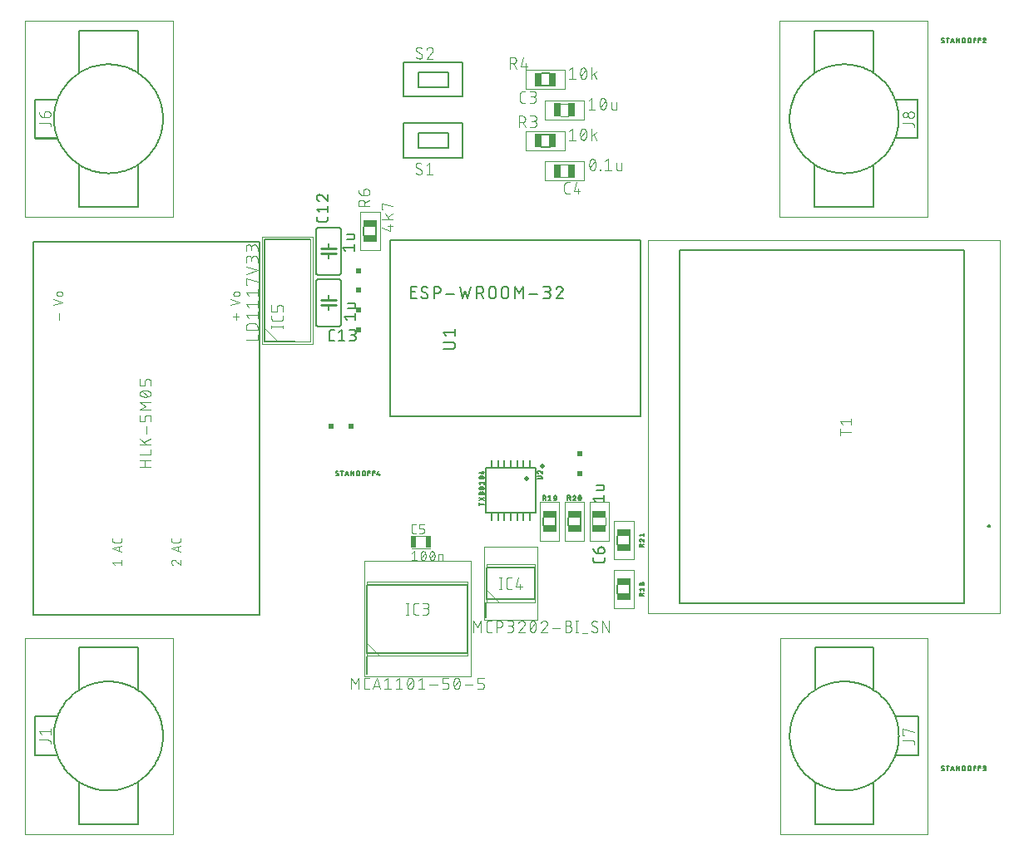
<source format=gbr>
G04 EAGLE Gerber RS-274X export*
G75*
%MOMM*%
%FSLAX34Y34*%
%LPD*%
%INSilkscreen Top*%
%IPPOS*%
%AMOC8*
5,1,8,0,0,1.08239X$1,22.5*%
G01*
%ADD10C,0.127000*%
%ADD11C,0.050000*%
%ADD12C,0.100000*%
%ADD13C,0.200000*%
%ADD14C,0.101600*%
%ADD15R,0.500000X1.300000*%
%ADD16C,0.076200*%
%ADD17C,0.200000*%
%ADD18C,0.152400*%
%ADD19C,0.254000*%
%ADD20C,0.050800*%
%ADD21R,1.400000X0.650000*%
%ADD22R,1.450100X0.750100*%
%ADD23C,0.177800*%
%ADD24R,0.750100X1.450100*%
%ADD25C,0.203200*%
%ADD26R,0.650000X1.400000*%
%ADD27R,0.508000X0.508000*%
%ADD28C,0.508000*%
%ADD29R,0.203200X0.838200*%


D10*
X934946Y806855D02*
X935011Y806857D01*
X935075Y806863D01*
X935139Y806873D01*
X935203Y806886D01*
X935265Y806904D01*
X935326Y806925D01*
X935386Y806949D01*
X935444Y806978D01*
X935501Y807010D01*
X935555Y807045D01*
X935607Y807083D01*
X935657Y807125D01*
X935704Y807169D01*
X935748Y807216D01*
X935790Y807266D01*
X935828Y807318D01*
X935863Y807372D01*
X935895Y807429D01*
X935924Y807487D01*
X935948Y807547D01*
X935969Y807608D01*
X935987Y807670D01*
X936000Y807734D01*
X936010Y807798D01*
X936016Y807862D01*
X936018Y807927D01*
X934946Y806855D02*
X934852Y806857D01*
X934758Y806863D01*
X934664Y806873D01*
X934571Y806886D01*
X934479Y806904D01*
X934387Y806925D01*
X934296Y806950D01*
X934206Y806979D01*
X934118Y807012D01*
X934031Y807048D01*
X933946Y807088D01*
X933862Y807131D01*
X933781Y807178D01*
X933701Y807228D01*
X933623Y807281D01*
X933548Y807338D01*
X933475Y807397D01*
X933405Y807460D01*
X933337Y807525D01*
X933471Y810609D02*
X933473Y810674D01*
X933479Y810738D01*
X933489Y810802D01*
X933502Y810866D01*
X933520Y810928D01*
X933541Y810989D01*
X933565Y811049D01*
X933594Y811107D01*
X933626Y811164D01*
X933661Y811218D01*
X933699Y811270D01*
X933741Y811320D01*
X933785Y811367D01*
X933832Y811411D01*
X933882Y811453D01*
X933934Y811491D01*
X933988Y811526D01*
X934045Y811558D01*
X934103Y811587D01*
X934163Y811611D01*
X934224Y811632D01*
X934286Y811650D01*
X934350Y811663D01*
X934414Y811673D01*
X934478Y811679D01*
X934543Y811681D01*
X934629Y811679D01*
X934715Y811674D01*
X934801Y811664D01*
X934886Y811651D01*
X934971Y811635D01*
X935055Y811615D01*
X935138Y811591D01*
X935220Y811564D01*
X935300Y811533D01*
X935380Y811499D01*
X935457Y811461D01*
X935533Y811420D01*
X935607Y811376D01*
X935679Y811329D01*
X935750Y811279D01*
X934007Y809671D02*
X933954Y809704D01*
X933903Y809741D01*
X933854Y809780D01*
X933807Y809822D01*
X933763Y809867D01*
X933722Y809914D01*
X933683Y809963D01*
X933647Y810015D01*
X933614Y810069D01*
X933585Y810124D01*
X933559Y810181D01*
X933536Y810240D01*
X933516Y810299D01*
X933500Y810360D01*
X933487Y810421D01*
X933478Y810484D01*
X933473Y810546D01*
X933471Y810609D01*
X935482Y808865D02*
X935535Y808832D01*
X935586Y808795D01*
X935635Y808756D01*
X935682Y808714D01*
X935726Y808669D01*
X935767Y808622D01*
X935806Y808573D01*
X935842Y808521D01*
X935875Y808467D01*
X935904Y808412D01*
X935930Y808355D01*
X935953Y808296D01*
X935973Y808237D01*
X935989Y808176D01*
X936002Y808115D01*
X936011Y808052D01*
X936016Y807990D01*
X936018Y807927D01*
X935482Y808866D02*
X934007Y809670D01*
X939615Y811681D02*
X939615Y806855D01*
X938275Y811681D02*
X940956Y811681D01*
X944736Y811681D02*
X943127Y806855D01*
X946345Y806855D02*
X944736Y811681D01*
X945942Y808062D02*
X943529Y808062D01*
X949065Y806855D02*
X949065Y811681D01*
X951746Y806855D01*
X951746Y811681D01*
X954917Y811681D02*
X954917Y806855D01*
X954917Y811681D02*
X956257Y811681D01*
X956327Y811679D01*
X956397Y811674D01*
X956467Y811664D01*
X956536Y811652D01*
X956604Y811635D01*
X956671Y811615D01*
X956738Y811592D01*
X956802Y811565D01*
X956866Y811535D01*
X956928Y811501D01*
X956987Y811465D01*
X957045Y811425D01*
X957101Y811382D01*
X957154Y811337D01*
X957205Y811288D01*
X957254Y811237D01*
X957299Y811184D01*
X957342Y811128D01*
X957382Y811070D01*
X957418Y811011D01*
X957452Y810949D01*
X957482Y810885D01*
X957509Y810821D01*
X957532Y810754D01*
X957552Y810687D01*
X957569Y810619D01*
X957581Y810550D01*
X957591Y810480D01*
X957596Y810410D01*
X957598Y810340D01*
X957598Y808196D01*
X957596Y808126D01*
X957591Y808056D01*
X957581Y807986D01*
X957569Y807917D01*
X957552Y807849D01*
X957532Y807782D01*
X957509Y807715D01*
X957482Y807651D01*
X957452Y807587D01*
X957418Y807525D01*
X957382Y807466D01*
X957342Y807408D01*
X957299Y807352D01*
X957254Y807299D01*
X957205Y807248D01*
X957154Y807199D01*
X957101Y807154D01*
X957045Y807111D01*
X956987Y807071D01*
X956927Y807035D01*
X956866Y807001D01*
X956802Y806971D01*
X956738Y806944D01*
X956671Y806921D01*
X956604Y806901D01*
X956536Y806884D01*
X956467Y806872D01*
X956397Y806862D01*
X956327Y806857D01*
X956257Y806855D01*
X954917Y806855D01*
X960586Y808196D02*
X960586Y810340D01*
X960588Y810411D01*
X960594Y810483D01*
X960603Y810553D01*
X960616Y810623D01*
X960633Y810693D01*
X960654Y810761D01*
X960678Y810828D01*
X960706Y810894D01*
X960737Y810958D01*
X960772Y811021D01*
X960810Y811081D01*
X960851Y811140D01*
X960895Y811196D01*
X960942Y811250D01*
X960991Y811301D01*
X961044Y811349D01*
X961099Y811395D01*
X961156Y811437D01*
X961216Y811477D01*
X961277Y811513D01*
X961341Y811546D01*
X961406Y811575D01*
X961472Y811601D01*
X961540Y811624D01*
X961609Y811643D01*
X961679Y811658D01*
X961749Y811669D01*
X961820Y811677D01*
X961891Y811681D01*
X961963Y811681D01*
X962034Y811677D01*
X962105Y811669D01*
X962175Y811658D01*
X962245Y811643D01*
X962314Y811624D01*
X962382Y811601D01*
X962448Y811575D01*
X962513Y811546D01*
X962577Y811513D01*
X962638Y811477D01*
X962698Y811437D01*
X962755Y811395D01*
X962810Y811349D01*
X962863Y811301D01*
X962912Y811250D01*
X962959Y811196D01*
X963003Y811140D01*
X963044Y811081D01*
X963082Y811021D01*
X963117Y810958D01*
X963148Y810894D01*
X963176Y810828D01*
X963200Y810761D01*
X963221Y810693D01*
X963238Y810623D01*
X963251Y810553D01*
X963260Y810483D01*
X963266Y810411D01*
X963268Y810340D01*
X963267Y810340D02*
X963267Y808196D01*
X963268Y808196D02*
X963266Y808125D01*
X963260Y808053D01*
X963251Y807983D01*
X963238Y807913D01*
X963221Y807843D01*
X963200Y807775D01*
X963176Y807708D01*
X963148Y807642D01*
X963117Y807578D01*
X963082Y807515D01*
X963044Y807455D01*
X963003Y807396D01*
X962959Y807340D01*
X962912Y807286D01*
X962863Y807235D01*
X962810Y807187D01*
X962755Y807141D01*
X962698Y807099D01*
X962638Y807059D01*
X962577Y807023D01*
X962513Y806990D01*
X962448Y806961D01*
X962382Y806935D01*
X962314Y806912D01*
X962245Y806893D01*
X962175Y806878D01*
X962105Y806867D01*
X962034Y806859D01*
X961963Y806855D01*
X961891Y806855D01*
X961820Y806859D01*
X961749Y806867D01*
X961679Y806878D01*
X961609Y806893D01*
X961540Y806912D01*
X961472Y806935D01*
X961406Y806961D01*
X961341Y806990D01*
X961277Y807023D01*
X961216Y807059D01*
X961156Y807099D01*
X961099Y807141D01*
X961044Y807187D01*
X960991Y807235D01*
X960942Y807286D01*
X960895Y807340D01*
X960851Y807396D01*
X960810Y807455D01*
X960772Y807515D01*
X960737Y807578D01*
X960706Y807642D01*
X960678Y807708D01*
X960654Y807775D01*
X960633Y807843D01*
X960616Y807913D01*
X960603Y807983D01*
X960594Y808053D01*
X960588Y808125D01*
X960586Y808196D01*
X966275Y806855D02*
X966275Y811681D01*
X968420Y811681D01*
X968420Y809536D02*
X966275Y809536D01*
X971030Y811681D02*
X971030Y806855D01*
X971030Y811681D02*
X973174Y811681D01*
X973174Y809536D02*
X971030Y809536D01*
X977057Y811681D02*
X977125Y811679D01*
X977192Y811673D01*
X977259Y811664D01*
X977326Y811651D01*
X977391Y811634D01*
X977456Y811613D01*
X977519Y811589D01*
X977581Y811561D01*
X977641Y811530D01*
X977699Y811496D01*
X977755Y811458D01*
X977810Y811418D01*
X977861Y811374D01*
X977910Y811327D01*
X977957Y811278D01*
X978001Y811227D01*
X978041Y811172D01*
X978079Y811116D01*
X978113Y811058D01*
X978144Y810998D01*
X978172Y810936D01*
X978196Y810873D01*
X978217Y810808D01*
X978234Y810743D01*
X978247Y810676D01*
X978256Y810609D01*
X978262Y810542D01*
X978264Y810474D01*
X977057Y811681D02*
X976979Y811679D01*
X976901Y811673D01*
X976824Y811663D01*
X976747Y811650D01*
X976671Y811632D01*
X976596Y811611D01*
X976522Y811586D01*
X976450Y811557D01*
X976379Y811525D01*
X976310Y811489D01*
X976242Y811450D01*
X976177Y811407D01*
X976114Y811361D01*
X976053Y811312D01*
X975995Y811260D01*
X975940Y811205D01*
X975887Y811148D01*
X975838Y811088D01*
X975791Y811025D01*
X975748Y810961D01*
X975708Y810894D01*
X975671Y810825D01*
X975638Y810754D01*
X975608Y810682D01*
X975582Y810609D01*
X977861Y809536D02*
X977910Y809585D01*
X977957Y809637D01*
X978000Y809692D01*
X978041Y809749D01*
X978079Y809808D01*
X978113Y809869D01*
X978144Y809932D01*
X978172Y809996D01*
X978196Y810062D01*
X978216Y810128D01*
X978233Y810196D01*
X978246Y810265D01*
X978255Y810334D01*
X978261Y810404D01*
X978263Y810474D01*
X977861Y809536D02*
X975582Y806855D01*
X978263Y806855D01*
X936018Y66327D02*
X936016Y66262D01*
X936010Y66198D01*
X936000Y66134D01*
X935987Y66070D01*
X935969Y66008D01*
X935948Y65947D01*
X935924Y65887D01*
X935895Y65829D01*
X935863Y65772D01*
X935828Y65718D01*
X935790Y65666D01*
X935748Y65616D01*
X935704Y65569D01*
X935657Y65525D01*
X935607Y65483D01*
X935555Y65445D01*
X935501Y65410D01*
X935444Y65378D01*
X935386Y65349D01*
X935326Y65325D01*
X935265Y65304D01*
X935203Y65286D01*
X935139Y65273D01*
X935075Y65263D01*
X935011Y65257D01*
X934946Y65255D01*
X934852Y65257D01*
X934758Y65263D01*
X934664Y65273D01*
X934571Y65286D01*
X934479Y65304D01*
X934387Y65325D01*
X934296Y65350D01*
X934206Y65379D01*
X934118Y65412D01*
X934031Y65448D01*
X933946Y65488D01*
X933862Y65531D01*
X933781Y65578D01*
X933701Y65628D01*
X933623Y65681D01*
X933548Y65738D01*
X933475Y65797D01*
X933405Y65860D01*
X933337Y65925D01*
X933471Y69009D02*
X933473Y69074D01*
X933479Y69138D01*
X933489Y69202D01*
X933502Y69266D01*
X933520Y69328D01*
X933541Y69389D01*
X933565Y69449D01*
X933594Y69507D01*
X933626Y69564D01*
X933661Y69618D01*
X933699Y69670D01*
X933741Y69720D01*
X933785Y69767D01*
X933832Y69811D01*
X933882Y69853D01*
X933934Y69891D01*
X933988Y69926D01*
X934045Y69958D01*
X934103Y69987D01*
X934163Y70011D01*
X934224Y70032D01*
X934286Y70050D01*
X934350Y70063D01*
X934414Y70073D01*
X934478Y70079D01*
X934543Y70081D01*
X934629Y70079D01*
X934715Y70074D01*
X934801Y70064D01*
X934886Y70051D01*
X934971Y70035D01*
X935055Y70015D01*
X935138Y69991D01*
X935220Y69964D01*
X935300Y69933D01*
X935380Y69899D01*
X935457Y69861D01*
X935533Y69820D01*
X935607Y69776D01*
X935679Y69729D01*
X935750Y69679D01*
X934007Y68071D02*
X933954Y68104D01*
X933903Y68141D01*
X933854Y68180D01*
X933807Y68222D01*
X933763Y68267D01*
X933722Y68314D01*
X933683Y68363D01*
X933647Y68415D01*
X933614Y68469D01*
X933585Y68524D01*
X933559Y68581D01*
X933536Y68640D01*
X933516Y68699D01*
X933500Y68760D01*
X933487Y68821D01*
X933478Y68884D01*
X933473Y68946D01*
X933471Y69009D01*
X935482Y67265D02*
X935535Y67232D01*
X935586Y67195D01*
X935635Y67156D01*
X935682Y67114D01*
X935726Y67069D01*
X935767Y67022D01*
X935806Y66973D01*
X935842Y66921D01*
X935875Y66867D01*
X935904Y66812D01*
X935930Y66755D01*
X935953Y66696D01*
X935973Y66637D01*
X935989Y66576D01*
X936002Y66515D01*
X936011Y66452D01*
X936016Y66390D01*
X936018Y66327D01*
X935482Y67266D02*
X934007Y68070D01*
X939615Y70081D02*
X939615Y65255D01*
X938275Y70081D02*
X940956Y70081D01*
X944736Y70081D02*
X943127Y65255D01*
X946345Y65255D02*
X944736Y70081D01*
X945942Y66462D02*
X943529Y66462D01*
X949065Y65255D02*
X949065Y70081D01*
X951746Y65255D01*
X951746Y70081D01*
X954917Y70081D02*
X954917Y65255D01*
X954917Y70081D02*
X956257Y70081D01*
X956327Y70079D01*
X956397Y70074D01*
X956467Y70064D01*
X956536Y70052D01*
X956604Y70035D01*
X956671Y70015D01*
X956738Y69992D01*
X956802Y69965D01*
X956866Y69935D01*
X956928Y69901D01*
X956987Y69865D01*
X957045Y69825D01*
X957101Y69782D01*
X957154Y69737D01*
X957205Y69688D01*
X957254Y69637D01*
X957299Y69584D01*
X957342Y69528D01*
X957382Y69470D01*
X957418Y69411D01*
X957452Y69349D01*
X957482Y69285D01*
X957509Y69221D01*
X957532Y69154D01*
X957552Y69087D01*
X957569Y69019D01*
X957581Y68950D01*
X957591Y68880D01*
X957596Y68810D01*
X957598Y68740D01*
X957598Y66596D01*
X957596Y66526D01*
X957591Y66456D01*
X957581Y66386D01*
X957569Y66317D01*
X957552Y66249D01*
X957532Y66182D01*
X957509Y66115D01*
X957482Y66051D01*
X957452Y65987D01*
X957418Y65925D01*
X957382Y65866D01*
X957342Y65808D01*
X957299Y65752D01*
X957254Y65699D01*
X957205Y65648D01*
X957154Y65599D01*
X957101Y65554D01*
X957045Y65511D01*
X956987Y65471D01*
X956927Y65435D01*
X956866Y65401D01*
X956802Y65371D01*
X956738Y65344D01*
X956671Y65321D01*
X956604Y65301D01*
X956536Y65284D01*
X956467Y65272D01*
X956397Y65262D01*
X956327Y65257D01*
X956257Y65255D01*
X954917Y65255D01*
X960586Y66596D02*
X960586Y68740D01*
X960588Y68811D01*
X960594Y68883D01*
X960603Y68953D01*
X960616Y69023D01*
X960633Y69093D01*
X960654Y69161D01*
X960678Y69228D01*
X960706Y69294D01*
X960737Y69358D01*
X960772Y69421D01*
X960810Y69481D01*
X960851Y69540D01*
X960895Y69596D01*
X960942Y69650D01*
X960991Y69701D01*
X961044Y69749D01*
X961099Y69795D01*
X961156Y69837D01*
X961216Y69877D01*
X961277Y69913D01*
X961341Y69946D01*
X961406Y69975D01*
X961472Y70001D01*
X961540Y70024D01*
X961609Y70043D01*
X961679Y70058D01*
X961749Y70069D01*
X961820Y70077D01*
X961891Y70081D01*
X961963Y70081D01*
X962034Y70077D01*
X962105Y70069D01*
X962175Y70058D01*
X962245Y70043D01*
X962314Y70024D01*
X962382Y70001D01*
X962448Y69975D01*
X962513Y69946D01*
X962577Y69913D01*
X962638Y69877D01*
X962698Y69837D01*
X962755Y69795D01*
X962810Y69749D01*
X962863Y69701D01*
X962912Y69650D01*
X962959Y69596D01*
X963003Y69540D01*
X963044Y69481D01*
X963082Y69421D01*
X963117Y69358D01*
X963148Y69294D01*
X963176Y69228D01*
X963200Y69161D01*
X963221Y69093D01*
X963238Y69023D01*
X963251Y68953D01*
X963260Y68883D01*
X963266Y68811D01*
X963268Y68740D01*
X963267Y68740D02*
X963267Y66596D01*
X963268Y66596D02*
X963266Y66525D01*
X963260Y66453D01*
X963251Y66383D01*
X963238Y66313D01*
X963221Y66243D01*
X963200Y66175D01*
X963176Y66108D01*
X963148Y66042D01*
X963117Y65978D01*
X963082Y65915D01*
X963044Y65855D01*
X963003Y65796D01*
X962959Y65740D01*
X962912Y65686D01*
X962863Y65635D01*
X962810Y65587D01*
X962755Y65541D01*
X962698Y65499D01*
X962638Y65459D01*
X962577Y65423D01*
X962513Y65390D01*
X962448Y65361D01*
X962382Y65335D01*
X962314Y65312D01*
X962245Y65293D01*
X962175Y65278D01*
X962105Y65267D01*
X962034Y65259D01*
X961963Y65255D01*
X961891Y65255D01*
X961820Y65259D01*
X961749Y65267D01*
X961679Y65278D01*
X961609Y65293D01*
X961540Y65312D01*
X961472Y65335D01*
X961406Y65361D01*
X961341Y65390D01*
X961277Y65423D01*
X961216Y65459D01*
X961156Y65499D01*
X961099Y65541D01*
X961044Y65587D01*
X960991Y65635D01*
X960942Y65686D01*
X960895Y65740D01*
X960851Y65796D01*
X960810Y65855D01*
X960772Y65915D01*
X960737Y65978D01*
X960706Y66042D01*
X960678Y66108D01*
X960654Y66175D01*
X960633Y66243D01*
X960616Y66313D01*
X960603Y66383D01*
X960594Y66453D01*
X960588Y66525D01*
X960586Y66596D01*
X966275Y65255D02*
X966275Y70081D01*
X968420Y70081D01*
X968420Y67936D02*
X966275Y67936D01*
X971030Y70081D02*
X971030Y65255D01*
X971030Y70081D02*
X973174Y70081D01*
X973174Y67936D02*
X971030Y67936D01*
X975582Y65255D02*
X976922Y65255D01*
X976993Y65257D01*
X977065Y65263D01*
X977135Y65272D01*
X977205Y65285D01*
X977275Y65302D01*
X977343Y65323D01*
X977410Y65347D01*
X977476Y65375D01*
X977540Y65406D01*
X977603Y65441D01*
X977663Y65479D01*
X977722Y65520D01*
X977778Y65564D01*
X977832Y65611D01*
X977883Y65660D01*
X977931Y65713D01*
X977977Y65768D01*
X978019Y65825D01*
X978059Y65885D01*
X978095Y65946D01*
X978128Y66010D01*
X978157Y66075D01*
X978183Y66141D01*
X978206Y66209D01*
X978225Y66278D01*
X978240Y66348D01*
X978251Y66418D01*
X978259Y66489D01*
X978263Y66560D01*
X978263Y66632D01*
X978259Y66703D01*
X978251Y66774D01*
X978240Y66844D01*
X978225Y66914D01*
X978206Y66983D01*
X978183Y67051D01*
X978157Y67117D01*
X978128Y67182D01*
X978095Y67246D01*
X978059Y67307D01*
X978019Y67367D01*
X977977Y67424D01*
X977931Y67479D01*
X977883Y67532D01*
X977832Y67581D01*
X977778Y67628D01*
X977722Y67672D01*
X977663Y67713D01*
X977603Y67751D01*
X977540Y67786D01*
X977476Y67817D01*
X977410Y67845D01*
X977343Y67869D01*
X977275Y67890D01*
X977205Y67907D01*
X977135Y67920D01*
X977065Y67929D01*
X976993Y67935D01*
X976922Y67937D01*
X977191Y70081D02*
X975582Y70081D01*
X977191Y70081D02*
X977256Y70079D01*
X977320Y70073D01*
X977384Y70063D01*
X977448Y70050D01*
X977510Y70032D01*
X977571Y70011D01*
X977631Y69987D01*
X977689Y69958D01*
X977746Y69926D01*
X977800Y69891D01*
X977852Y69853D01*
X977902Y69811D01*
X977949Y69767D01*
X977993Y69720D01*
X978035Y69670D01*
X978073Y69618D01*
X978108Y69564D01*
X978140Y69507D01*
X978169Y69449D01*
X978193Y69389D01*
X978214Y69328D01*
X978232Y69266D01*
X978245Y69202D01*
X978255Y69138D01*
X978261Y69074D01*
X978263Y69009D01*
X978261Y68944D01*
X978255Y68880D01*
X978245Y68816D01*
X978232Y68752D01*
X978214Y68690D01*
X978193Y68629D01*
X978169Y68569D01*
X978140Y68511D01*
X978108Y68454D01*
X978073Y68400D01*
X978035Y68348D01*
X977993Y68298D01*
X977949Y68251D01*
X977902Y68207D01*
X977852Y68165D01*
X977800Y68127D01*
X977746Y68092D01*
X977689Y68060D01*
X977631Y68031D01*
X977571Y68007D01*
X977510Y67986D01*
X977448Y67968D01*
X977384Y67955D01*
X977320Y67945D01*
X977256Y67939D01*
X977191Y67937D01*
X977191Y67936D02*
X976118Y67936D01*
X319518Y366827D02*
X319516Y366762D01*
X319510Y366698D01*
X319500Y366634D01*
X319487Y366570D01*
X319469Y366508D01*
X319448Y366447D01*
X319424Y366387D01*
X319395Y366329D01*
X319363Y366272D01*
X319328Y366218D01*
X319290Y366166D01*
X319248Y366116D01*
X319204Y366069D01*
X319157Y366025D01*
X319107Y365983D01*
X319055Y365945D01*
X319001Y365910D01*
X318944Y365878D01*
X318886Y365849D01*
X318826Y365825D01*
X318765Y365804D01*
X318703Y365786D01*
X318639Y365773D01*
X318575Y365763D01*
X318511Y365757D01*
X318446Y365755D01*
X318352Y365757D01*
X318258Y365763D01*
X318164Y365773D01*
X318071Y365786D01*
X317979Y365804D01*
X317887Y365825D01*
X317796Y365850D01*
X317706Y365879D01*
X317618Y365912D01*
X317531Y365948D01*
X317446Y365988D01*
X317362Y366031D01*
X317281Y366078D01*
X317201Y366128D01*
X317123Y366181D01*
X317048Y366238D01*
X316975Y366297D01*
X316905Y366360D01*
X316837Y366425D01*
X316971Y369509D02*
X316973Y369574D01*
X316979Y369638D01*
X316989Y369702D01*
X317002Y369766D01*
X317020Y369828D01*
X317041Y369889D01*
X317065Y369949D01*
X317094Y370007D01*
X317126Y370064D01*
X317161Y370118D01*
X317199Y370170D01*
X317241Y370220D01*
X317285Y370267D01*
X317332Y370311D01*
X317382Y370353D01*
X317434Y370391D01*
X317488Y370426D01*
X317545Y370458D01*
X317603Y370487D01*
X317663Y370511D01*
X317724Y370532D01*
X317786Y370550D01*
X317850Y370563D01*
X317914Y370573D01*
X317978Y370579D01*
X318043Y370581D01*
X318129Y370579D01*
X318215Y370574D01*
X318301Y370564D01*
X318386Y370551D01*
X318471Y370535D01*
X318555Y370515D01*
X318638Y370491D01*
X318720Y370464D01*
X318800Y370433D01*
X318880Y370399D01*
X318957Y370361D01*
X319033Y370320D01*
X319107Y370276D01*
X319179Y370229D01*
X319250Y370179D01*
X317507Y368571D02*
X317454Y368604D01*
X317403Y368641D01*
X317354Y368680D01*
X317307Y368722D01*
X317263Y368767D01*
X317222Y368814D01*
X317183Y368863D01*
X317147Y368915D01*
X317114Y368969D01*
X317085Y369024D01*
X317059Y369081D01*
X317036Y369140D01*
X317016Y369199D01*
X317000Y369260D01*
X316987Y369321D01*
X316978Y369384D01*
X316973Y369446D01*
X316971Y369509D01*
X318982Y367765D02*
X319035Y367732D01*
X319086Y367695D01*
X319135Y367656D01*
X319182Y367614D01*
X319226Y367569D01*
X319267Y367522D01*
X319306Y367473D01*
X319342Y367421D01*
X319375Y367367D01*
X319404Y367312D01*
X319430Y367255D01*
X319453Y367196D01*
X319473Y367137D01*
X319489Y367076D01*
X319502Y367015D01*
X319511Y366952D01*
X319516Y366890D01*
X319518Y366827D01*
X318982Y367766D02*
X317507Y368570D01*
X323115Y370581D02*
X323115Y365755D01*
X321775Y370581D02*
X324456Y370581D01*
X328236Y370581D02*
X326627Y365755D01*
X329845Y365755D02*
X328236Y370581D01*
X329442Y366962D02*
X327029Y366962D01*
X332565Y365755D02*
X332565Y370581D01*
X335246Y365755D01*
X335246Y370581D01*
X338417Y370581D02*
X338417Y365755D01*
X338417Y370581D02*
X339757Y370581D01*
X339827Y370579D01*
X339897Y370574D01*
X339967Y370564D01*
X340036Y370552D01*
X340104Y370535D01*
X340171Y370515D01*
X340238Y370492D01*
X340302Y370465D01*
X340366Y370435D01*
X340428Y370401D01*
X340487Y370365D01*
X340545Y370325D01*
X340601Y370282D01*
X340654Y370237D01*
X340705Y370188D01*
X340754Y370137D01*
X340799Y370084D01*
X340842Y370028D01*
X340882Y369970D01*
X340918Y369911D01*
X340952Y369849D01*
X340982Y369785D01*
X341009Y369721D01*
X341032Y369654D01*
X341052Y369587D01*
X341069Y369519D01*
X341081Y369450D01*
X341091Y369380D01*
X341096Y369310D01*
X341098Y369240D01*
X341098Y367096D01*
X341096Y367026D01*
X341091Y366956D01*
X341081Y366886D01*
X341069Y366817D01*
X341052Y366749D01*
X341032Y366682D01*
X341009Y366615D01*
X340982Y366551D01*
X340952Y366487D01*
X340918Y366425D01*
X340882Y366366D01*
X340842Y366308D01*
X340799Y366252D01*
X340754Y366199D01*
X340705Y366148D01*
X340654Y366099D01*
X340601Y366054D01*
X340545Y366011D01*
X340487Y365971D01*
X340427Y365935D01*
X340366Y365901D01*
X340302Y365871D01*
X340238Y365844D01*
X340171Y365821D01*
X340104Y365801D01*
X340036Y365784D01*
X339967Y365772D01*
X339897Y365762D01*
X339827Y365757D01*
X339757Y365755D01*
X338417Y365755D01*
X344086Y367096D02*
X344086Y369240D01*
X344088Y369311D01*
X344094Y369383D01*
X344103Y369453D01*
X344116Y369523D01*
X344133Y369593D01*
X344154Y369661D01*
X344178Y369728D01*
X344206Y369794D01*
X344237Y369858D01*
X344272Y369921D01*
X344310Y369981D01*
X344351Y370040D01*
X344395Y370096D01*
X344442Y370150D01*
X344491Y370201D01*
X344544Y370249D01*
X344599Y370295D01*
X344656Y370337D01*
X344716Y370377D01*
X344777Y370413D01*
X344841Y370446D01*
X344906Y370475D01*
X344972Y370501D01*
X345040Y370524D01*
X345109Y370543D01*
X345179Y370558D01*
X345249Y370569D01*
X345320Y370577D01*
X345391Y370581D01*
X345463Y370581D01*
X345534Y370577D01*
X345605Y370569D01*
X345675Y370558D01*
X345745Y370543D01*
X345814Y370524D01*
X345882Y370501D01*
X345948Y370475D01*
X346013Y370446D01*
X346077Y370413D01*
X346138Y370377D01*
X346198Y370337D01*
X346255Y370295D01*
X346310Y370249D01*
X346363Y370201D01*
X346412Y370150D01*
X346459Y370096D01*
X346503Y370040D01*
X346544Y369981D01*
X346582Y369921D01*
X346617Y369858D01*
X346648Y369794D01*
X346676Y369728D01*
X346700Y369661D01*
X346721Y369593D01*
X346738Y369523D01*
X346751Y369453D01*
X346760Y369383D01*
X346766Y369311D01*
X346768Y369240D01*
X346767Y369240D02*
X346767Y367096D01*
X346768Y367096D02*
X346766Y367025D01*
X346760Y366953D01*
X346751Y366883D01*
X346738Y366813D01*
X346721Y366743D01*
X346700Y366675D01*
X346676Y366608D01*
X346648Y366542D01*
X346617Y366478D01*
X346582Y366415D01*
X346544Y366355D01*
X346503Y366296D01*
X346459Y366240D01*
X346412Y366186D01*
X346363Y366135D01*
X346310Y366087D01*
X346255Y366041D01*
X346198Y365999D01*
X346138Y365959D01*
X346077Y365923D01*
X346013Y365890D01*
X345948Y365861D01*
X345882Y365835D01*
X345814Y365812D01*
X345745Y365793D01*
X345675Y365778D01*
X345605Y365767D01*
X345534Y365759D01*
X345463Y365755D01*
X345391Y365755D01*
X345320Y365759D01*
X345249Y365767D01*
X345179Y365778D01*
X345109Y365793D01*
X345040Y365812D01*
X344972Y365835D01*
X344906Y365861D01*
X344841Y365890D01*
X344777Y365923D01*
X344716Y365959D01*
X344656Y365999D01*
X344599Y366041D01*
X344544Y366087D01*
X344491Y366135D01*
X344442Y366186D01*
X344395Y366240D01*
X344351Y366296D01*
X344310Y366355D01*
X344272Y366415D01*
X344237Y366478D01*
X344206Y366542D01*
X344178Y366608D01*
X344154Y366675D01*
X344133Y366743D01*
X344116Y366813D01*
X344103Y366883D01*
X344094Y366953D01*
X344088Y367025D01*
X344086Y367096D01*
X349775Y365755D02*
X349775Y370581D01*
X351920Y370581D01*
X351920Y368436D02*
X349775Y368436D01*
X354530Y370581D02*
X354530Y365755D01*
X354530Y370581D02*
X356674Y370581D01*
X356674Y368436D02*
X354530Y368436D01*
X359082Y366827D02*
X360154Y370581D01*
X359082Y366827D02*
X361763Y366827D01*
X360959Y367900D02*
X360959Y365755D01*
D11*
X345950Y278750D02*
X345950Y161250D01*
X345950Y278750D02*
X454050Y278750D01*
X454050Y161250D01*
X345950Y161250D01*
D12*
X348950Y182500D02*
X348950Y257500D01*
X451050Y257500D01*
X451050Y182500D01*
X348950Y182500D01*
X361650Y182500D02*
X348950Y195200D01*
D13*
X348950Y185250D02*
X348950Y254750D01*
X451050Y254750D01*
X451050Y185250D01*
X348950Y185250D01*
X348800Y181750D02*
X348800Y163750D01*
D14*
X389692Y224158D02*
X389692Y235842D01*
X388394Y224158D02*
X390990Y224158D01*
X390990Y235842D02*
X388394Y235842D01*
X398154Y224158D02*
X400750Y224158D01*
X398154Y224158D02*
X398055Y224160D01*
X397955Y224166D01*
X397856Y224175D01*
X397758Y224188D01*
X397660Y224205D01*
X397562Y224226D01*
X397466Y224251D01*
X397371Y224279D01*
X397277Y224311D01*
X397184Y224346D01*
X397092Y224385D01*
X397002Y224428D01*
X396914Y224473D01*
X396827Y224523D01*
X396743Y224575D01*
X396660Y224631D01*
X396580Y224689D01*
X396502Y224751D01*
X396427Y224816D01*
X396354Y224884D01*
X396284Y224954D01*
X396216Y225027D01*
X396151Y225102D01*
X396089Y225180D01*
X396031Y225260D01*
X395975Y225343D01*
X395923Y225427D01*
X395873Y225514D01*
X395828Y225602D01*
X395785Y225692D01*
X395746Y225784D01*
X395711Y225877D01*
X395679Y225971D01*
X395651Y226066D01*
X395626Y226162D01*
X395605Y226260D01*
X395588Y226358D01*
X395575Y226456D01*
X395566Y226555D01*
X395560Y226655D01*
X395558Y226754D01*
X395557Y226754D02*
X395557Y233246D01*
X395558Y233246D02*
X395560Y233345D01*
X395566Y233445D01*
X395575Y233544D01*
X395588Y233642D01*
X395605Y233740D01*
X395626Y233838D01*
X395651Y233934D01*
X395679Y234029D01*
X395711Y234123D01*
X395746Y234216D01*
X395785Y234308D01*
X395828Y234398D01*
X395873Y234486D01*
X395923Y234573D01*
X395975Y234657D01*
X396031Y234740D01*
X396089Y234820D01*
X396151Y234898D01*
X396216Y234973D01*
X396284Y235046D01*
X396354Y235116D01*
X396427Y235184D01*
X396502Y235249D01*
X396580Y235311D01*
X396660Y235369D01*
X396743Y235425D01*
X396827Y235477D01*
X396914Y235527D01*
X397002Y235572D01*
X397092Y235615D01*
X397184Y235654D01*
X397276Y235689D01*
X397371Y235721D01*
X397466Y235749D01*
X397562Y235774D01*
X397660Y235795D01*
X397758Y235812D01*
X397856Y235825D01*
X397955Y235834D01*
X398055Y235840D01*
X398154Y235842D01*
X400750Y235842D01*
X405115Y224158D02*
X408361Y224158D01*
X408474Y224160D01*
X408587Y224166D01*
X408700Y224176D01*
X408813Y224190D01*
X408925Y224207D01*
X409036Y224229D01*
X409146Y224254D01*
X409256Y224284D01*
X409364Y224317D01*
X409471Y224354D01*
X409577Y224394D01*
X409681Y224439D01*
X409784Y224487D01*
X409885Y224538D01*
X409984Y224593D01*
X410081Y224651D01*
X410176Y224713D01*
X410269Y224778D01*
X410359Y224846D01*
X410447Y224917D01*
X410533Y224992D01*
X410616Y225069D01*
X410696Y225149D01*
X410773Y225232D01*
X410848Y225318D01*
X410919Y225406D01*
X410987Y225496D01*
X411052Y225589D01*
X411114Y225684D01*
X411172Y225781D01*
X411227Y225880D01*
X411278Y225981D01*
X411326Y226084D01*
X411371Y226188D01*
X411411Y226294D01*
X411448Y226401D01*
X411481Y226509D01*
X411511Y226619D01*
X411536Y226729D01*
X411558Y226840D01*
X411575Y226952D01*
X411589Y227065D01*
X411599Y227178D01*
X411605Y227291D01*
X411607Y227404D01*
X411605Y227517D01*
X411599Y227630D01*
X411589Y227743D01*
X411575Y227856D01*
X411558Y227968D01*
X411536Y228079D01*
X411511Y228189D01*
X411481Y228299D01*
X411448Y228407D01*
X411411Y228514D01*
X411371Y228620D01*
X411326Y228724D01*
X411278Y228827D01*
X411227Y228928D01*
X411172Y229027D01*
X411114Y229124D01*
X411052Y229219D01*
X410987Y229312D01*
X410919Y229402D01*
X410848Y229490D01*
X410773Y229576D01*
X410696Y229659D01*
X410616Y229739D01*
X410533Y229816D01*
X410447Y229891D01*
X410359Y229962D01*
X410269Y230030D01*
X410176Y230095D01*
X410081Y230157D01*
X409984Y230215D01*
X409885Y230270D01*
X409784Y230321D01*
X409681Y230369D01*
X409577Y230414D01*
X409471Y230454D01*
X409364Y230491D01*
X409256Y230524D01*
X409146Y230554D01*
X409036Y230579D01*
X408925Y230601D01*
X408813Y230618D01*
X408700Y230632D01*
X408587Y230642D01*
X408474Y230648D01*
X408361Y230650D01*
X409010Y235842D02*
X405115Y235842D01*
X409010Y235842D02*
X409111Y235840D01*
X409211Y235834D01*
X409311Y235824D01*
X409411Y235811D01*
X409510Y235793D01*
X409609Y235772D01*
X409706Y235747D01*
X409803Y235718D01*
X409898Y235685D01*
X409992Y235649D01*
X410084Y235609D01*
X410175Y235566D01*
X410264Y235519D01*
X410351Y235469D01*
X410437Y235415D01*
X410520Y235358D01*
X410600Y235298D01*
X410679Y235235D01*
X410755Y235168D01*
X410828Y235099D01*
X410898Y235027D01*
X410966Y234953D01*
X411031Y234876D01*
X411092Y234796D01*
X411151Y234714D01*
X411206Y234630D01*
X411258Y234544D01*
X411307Y234456D01*
X411352Y234366D01*
X411394Y234274D01*
X411432Y234181D01*
X411466Y234086D01*
X411497Y233991D01*
X411524Y233894D01*
X411547Y233796D01*
X411567Y233697D01*
X411582Y233597D01*
X411594Y233497D01*
X411602Y233397D01*
X411606Y233296D01*
X411606Y233196D01*
X411602Y233095D01*
X411594Y232995D01*
X411582Y232895D01*
X411567Y232795D01*
X411547Y232696D01*
X411524Y232598D01*
X411497Y232501D01*
X411466Y232406D01*
X411432Y232311D01*
X411394Y232218D01*
X411352Y232126D01*
X411307Y232036D01*
X411258Y231948D01*
X411206Y231862D01*
X411151Y231778D01*
X411092Y231696D01*
X411031Y231616D01*
X410966Y231539D01*
X410898Y231465D01*
X410828Y231393D01*
X410755Y231324D01*
X410679Y231257D01*
X410600Y231194D01*
X410520Y231134D01*
X410437Y231077D01*
X410351Y231023D01*
X410264Y230973D01*
X410175Y230926D01*
X410084Y230883D01*
X409992Y230843D01*
X409898Y230807D01*
X409803Y230774D01*
X409706Y230745D01*
X409609Y230720D01*
X409510Y230699D01*
X409411Y230681D01*
X409311Y230668D01*
X409211Y230658D01*
X409111Y230652D01*
X409010Y230650D01*
X409010Y230649D02*
X406414Y230649D01*
X332422Y159842D02*
X332422Y148158D01*
X336317Y153351D02*
X332422Y159842D01*
X336317Y153351D02*
X340211Y159842D01*
X340211Y148158D01*
X348207Y148158D02*
X350804Y148158D01*
X348207Y148158D02*
X348108Y148160D01*
X348008Y148166D01*
X347909Y148175D01*
X347811Y148188D01*
X347713Y148205D01*
X347615Y148226D01*
X347519Y148251D01*
X347424Y148279D01*
X347330Y148311D01*
X347237Y148346D01*
X347145Y148385D01*
X347055Y148428D01*
X346967Y148473D01*
X346880Y148523D01*
X346796Y148575D01*
X346713Y148631D01*
X346633Y148689D01*
X346555Y148751D01*
X346480Y148816D01*
X346407Y148884D01*
X346337Y148954D01*
X346269Y149027D01*
X346204Y149102D01*
X346142Y149180D01*
X346084Y149260D01*
X346028Y149343D01*
X345976Y149427D01*
X345926Y149514D01*
X345881Y149602D01*
X345838Y149692D01*
X345799Y149784D01*
X345764Y149877D01*
X345732Y149971D01*
X345704Y150066D01*
X345679Y150162D01*
X345658Y150260D01*
X345641Y150358D01*
X345628Y150456D01*
X345619Y150555D01*
X345613Y150655D01*
X345611Y150754D01*
X345611Y157246D01*
X345613Y157345D01*
X345619Y157445D01*
X345628Y157544D01*
X345641Y157642D01*
X345658Y157740D01*
X345679Y157838D01*
X345704Y157934D01*
X345732Y158029D01*
X345764Y158123D01*
X345799Y158216D01*
X345838Y158308D01*
X345881Y158398D01*
X345926Y158486D01*
X345976Y158573D01*
X346028Y158657D01*
X346084Y158740D01*
X346142Y158820D01*
X346204Y158898D01*
X346269Y158973D01*
X346337Y159046D01*
X346407Y159116D01*
X346480Y159184D01*
X346555Y159249D01*
X346633Y159311D01*
X346713Y159369D01*
X346796Y159425D01*
X346880Y159477D01*
X346967Y159527D01*
X347055Y159572D01*
X347145Y159615D01*
X347237Y159654D01*
X347329Y159689D01*
X347424Y159721D01*
X347519Y159749D01*
X347615Y159774D01*
X347713Y159795D01*
X347811Y159812D01*
X347909Y159825D01*
X348008Y159834D01*
X348108Y159840D01*
X348207Y159842D01*
X350804Y159842D01*
X358415Y159842D02*
X354520Y148158D01*
X362309Y148158D02*
X358415Y159842D01*
X361336Y151079D02*
X355494Y151079D01*
X366599Y157246D02*
X369845Y159842D01*
X369845Y148158D01*
X373090Y148158D02*
X366599Y148158D01*
X378029Y157246D02*
X381275Y159842D01*
X381275Y148158D01*
X384520Y148158D02*
X378029Y148158D01*
X389460Y154000D02*
X389463Y154230D01*
X389471Y154460D01*
X389485Y154689D01*
X389504Y154918D01*
X389529Y155147D01*
X389559Y155374D01*
X389594Y155602D01*
X389635Y155828D01*
X389681Y156053D01*
X389733Y156277D01*
X389790Y156499D01*
X389852Y156721D01*
X389920Y156940D01*
X389993Y157158D01*
X390071Y157375D01*
X390154Y157589D01*
X390242Y157801D01*
X390335Y158011D01*
X390434Y158219D01*
X390433Y158219D02*
X390466Y158309D01*
X390502Y158398D01*
X390542Y158486D01*
X390586Y158571D01*
X390633Y158655D01*
X390683Y158737D01*
X390737Y158817D01*
X390793Y158894D01*
X390853Y158970D01*
X390916Y159043D01*
X390981Y159113D01*
X391050Y159181D01*
X391121Y159245D01*
X391194Y159307D01*
X391270Y159366D01*
X391348Y159422D01*
X391429Y159475D01*
X391511Y159524D01*
X391595Y159570D01*
X391682Y159613D01*
X391769Y159652D01*
X391859Y159688D01*
X391949Y159720D01*
X392041Y159748D01*
X392134Y159773D01*
X392228Y159794D01*
X392322Y159811D01*
X392417Y159825D01*
X392513Y159834D01*
X392609Y159840D01*
X392705Y159842D01*
X392801Y159840D01*
X392897Y159834D01*
X392993Y159825D01*
X393088Y159811D01*
X393182Y159794D01*
X393276Y159773D01*
X393369Y159748D01*
X393461Y159720D01*
X393551Y159688D01*
X393641Y159652D01*
X393728Y159613D01*
X393815Y159570D01*
X393899Y159524D01*
X393981Y159475D01*
X394062Y159422D01*
X394140Y159366D01*
X394216Y159307D01*
X394289Y159245D01*
X394360Y159181D01*
X394429Y159113D01*
X394494Y159043D01*
X394557Y158970D01*
X394617Y158894D01*
X394673Y158817D01*
X394727Y158737D01*
X394777Y158655D01*
X394824Y158571D01*
X394868Y158486D01*
X394908Y158398D01*
X394944Y158309D01*
X394977Y158219D01*
X395076Y158012D01*
X395169Y157802D01*
X395257Y157589D01*
X395340Y157375D01*
X395418Y157159D01*
X395491Y156941D01*
X395559Y156721D01*
X395621Y156500D01*
X395678Y156277D01*
X395730Y156053D01*
X395776Y155828D01*
X395817Y155602D01*
X395852Y155375D01*
X395882Y155147D01*
X395907Y154918D01*
X395926Y154689D01*
X395940Y154460D01*
X395948Y154230D01*
X395951Y154000D01*
X389459Y154000D02*
X389462Y153770D01*
X389470Y153540D01*
X389484Y153311D01*
X389503Y153082D01*
X389528Y152853D01*
X389558Y152625D01*
X389593Y152398D01*
X389634Y152172D01*
X389680Y151947D01*
X389732Y151723D01*
X389789Y151500D01*
X389851Y151279D01*
X389919Y151059D01*
X389992Y150841D01*
X390070Y150625D01*
X390153Y150411D01*
X390241Y150199D01*
X390334Y149988D01*
X390433Y149781D01*
X390466Y149691D01*
X390502Y149602D01*
X390543Y149514D01*
X390586Y149429D01*
X390633Y149345D01*
X390683Y149263D01*
X390737Y149183D01*
X390793Y149106D01*
X390853Y149030D01*
X390916Y148957D01*
X390981Y148887D01*
X391050Y148819D01*
X391121Y148755D01*
X391194Y148693D01*
X391270Y148634D01*
X391348Y148578D01*
X391429Y148525D01*
X391511Y148476D01*
X391595Y148430D01*
X391682Y148387D01*
X391769Y148348D01*
X391859Y148312D01*
X391949Y148280D01*
X392041Y148252D01*
X392134Y148227D01*
X392228Y148206D01*
X392322Y148189D01*
X392417Y148175D01*
X392513Y148166D01*
X392609Y148160D01*
X392705Y148158D01*
X394976Y149781D02*
X395075Y149988D01*
X395168Y150199D01*
X395256Y150411D01*
X395339Y150625D01*
X395417Y150841D01*
X395490Y151059D01*
X395558Y151279D01*
X395620Y151500D01*
X395677Y151723D01*
X395729Y151947D01*
X395775Y152172D01*
X395816Y152398D01*
X395851Y152625D01*
X395881Y152853D01*
X395906Y153082D01*
X395925Y153311D01*
X395939Y153540D01*
X395947Y153770D01*
X395950Y154000D01*
X394977Y149781D02*
X394944Y149691D01*
X394908Y149602D01*
X394868Y149514D01*
X394824Y149429D01*
X394777Y149345D01*
X394727Y149263D01*
X394673Y149183D01*
X394617Y149106D01*
X394557Y149030D01*
X394494Y148957D01*
X394429Y148887D01*
X394360Y148819D01*
X394289Y148755D01*
X394216Y148693D01*
X394140Y148634D01*
X394062Y148578D01*
X393981Y148525D01*
X393899Y148476D01*
X393815Y148430D01*
X393728Y148387D01*
X393641Y148348D01*
X393551Y148312D01*
X393461Y148280D01*
X393369Y148252D01*
X393276Y148227D01*
X393182Y148206D01*
X393088Y148189D01*
X392993Y148175D01*
X392897Y148166D01*
X392801Y148160D01*
X392705Y148158D01*
X390108Y150754D02*
X395301Y157246D01*
X400889Y157246D02*
X404135Y159842D01*
X404135Y148158D01*
X407380Y148158D02*
X400889Y148158D01*
X412432Y152702D02*
X420221Y152702D01*
X425273Y148158D02*
X429168Y148158D01*
X429267Y148160D01*
X429367Y148166D01*
X429466Y148175D01*
X429564Y148188D01*
X429662Y148205D01*
X429760Y148226D01*
X429856Y148251D01*
X429951Y148279D01*
X430045Y148311D01*
X430138Y148346D01*
X430230Y148385D01*
X430320Y148428D01*
X430408Y148473D01*
X430495Y148523D01*
X430579Y148575D01*
X430662Y148631D01*
X430742Y148689D01*
X430820Y148751D01*
X430895Y148816D01*
X430968Y148884D01*
X431038Y148954D01*
X431106Y149027D01*
X431171Y149102D01*
X431233Y149180D01*
X431291Y149260D01*
X431347Y149343D01*
X431399Y149427D01*
X431449Y149514D01*
X431494Y149602D01*
X431537Y149692D01*
X431576Y149784D01*
X431611Y149877D01*
X431643Y149971D01*
X431671Y150066D01*
X431696Y150162D01*
X431717Y150260D01*
X431734Y150358D01*
X431747Y150456D01*
X431756Y150555D01*
X431762Y150655D01*
X431764Y150754D01*
X431764Y152053D01*
X431762Y152152D01*
X431756Y152252D01*
X431747Y152351D01*
X431734Y152449D01*
X431717Y152547D01*
X431696Y152645D01*
X431671Y152741D01*
X431643Y152836D01*
X431611Y152930D01*
X431576Y153023D01*
X431537Y153115D01*
X431494Y153205D01*
X431449Y153293D01*
X431399Y153380D01*
X431347Y153464D01*
X431291Y153547D01*
X431233Y153627D01*
X431171Y153705D01*
X431106Y153780D01*
X431038Y153853D01*
X430968Y153923D01*
X430895Y153991D01*
X430820Y154056D01*
X430742Y154118D01*
X430662Y154176D01*
X430579Y154232D01*
X430495Y154284D01*
X430408Y154334D01*
X430320Y154379D01*
X430230Y154422D01*
X430138Y154461D01*
X430045Y154496D01*
X429951Y154528D01*
X429856Y154556D01*
X429760Y154581D01*
X429662Y154602D01*
X429564Y154619D01*
X429466Y154632D01*
X429367Y154641D01*
X429267Y154647D01*
X429168Y154649D01*
X425273Y154649D01*
X425273Y159842D01*
X431764Y159842D01*
X437677Y158219D02*
X437578Y158011D01*
X437485Y157801D01*
X437397Y157589D01*
X437314Y157375D01*
X437236Y157158D01*
X437163Y156940D01*
X437095Y156721D01*
X437033Y156499D01*
X436976Y156277D01*
X436924Y156053D01*
X436878Y155828D01*
X436837Y155602D01*
X436802Y155374D01*
X436772Y155147D01*
X436747Y154918D01*
X436728Y154689D01*
X436714Y154460D01*
X436706Y154230D01*
X436703Y154000D01*
X437676Y158219D02*
X437709Y158309D01*
X437745Y158398D01*
X437785Y158486D01*
X437829Y158571D01*
X437876Y158655D01*
X437926Y158737D01*
X437980Y158817D01*
X438036Y158894D01*
X438096Y158970D01*
X438159Y159043D01*
X438224Y159113D01*
X438293Y159181D01*
X438364Y159245D01*
X438437Y159307D01*
X438513Y159366D01*
X438591Y159422D01*
X438672Y159475D01*
X438754Y159524D01*
X438838Y159570D01*
X438925Y159613D01*
X439012Y159652D01*
X439102Y159688D01*
X439192Y159720D01*
X439284Y159748D01*
X439377Y159773D01*
X439471Y159794D01*
X439565Y159811D01*
X439660Y159825D01*
X439756Y159834D01*
X439852Y159840D01*
X439948Y159842D01*
X440044Y159840D01*
X440140Y159834D01*
X440236Y159825D01*
X440331Y159811D01*
X440425Y159794D01*
X440519Y159773D01*
X440612Y159748D01*
X440704Y159720D01*
X440794Y159688D01*
X440884Y159652D01*
X440971Y159613D01*
X441058Y159570D01*
X441142Y159524D01*
X441224Y159475D01*
X441305Y159422D01*
X441383Y159366D01*
X441459Y159307D01*
X441532Y159245D01*
X441603Y159181D01*
X441672Y159113D01*
X441737Y159043D01*
X441800Y158970D01*
X441860Y158894D01*
X441916Y158817D01*
X441970Y158737D01*
X442020Y158655D01*
X442067Y158571D01*
X442111Y158486D01*
X442151Y158398D01*
X442187Y158309D01*
X442220Y158219D01*
X442221Y158219D02*
X442320Y158012D01*
X442413Y157802D01*
X442501Y157589D01*
X442584Y157375D01*
X442662Y157159D01*
X442735Y156941D01*
X442803Y156721D01*
X442865Y156500D01*
X442922Y156277D01*
X442974Y156053D01*
X443020Y155828D01*
X443061Y155602D01*
X443096Y155375D01*
X443126Y155147D01*
X443151Y154918D01*
X443170Y154689D01*
X443184Y154460D01*
X443192Y154230D01*
X443195Y154000D01*
X436703Y154000D02*
X436706Y153770D01*
X436714Y153540D01*
X436728Y153311D01*
X436747Y153082D01*
X436772Y152853D01*
X436802Y152625D01*
X436837Y152398D01*
X436878Y152172D01*
X436924Y151947D01*
X436976Y151723D01*
X437033Y151500D01*
X437095Y151279D01*
X437163Y151059D01*
X437236Y150841D01*
X437314Y150625D01*
X437397Y150411D01*
X437485Y150199D01*
X437578Y149988D01*
X437677Y149781D01*
X437676Y149781D02*
X437709Y149691D01*
X437745Y149602D01*
X437786Y149514D01*
X437829Y149429D01*
X437876Y149345D01*
X437926Y149263D01*
X437980Y149183D01*
X438036Y149106D01*
X438096Y149030D01*
X438159Y148957D01*
X438224Y148887D01*
X438293Y148819D01*
X438364Y148755D01*
X438437Y148693D01*
X438513Y148634D01*
X438591Y148578D01*
X438672Y148525D01*
X438754Y148476D01*
X438838Y148430D01*
X438925Y148387D01*
X439012Y148348D01*
X439102Y148312D01*
X439192Y148280D01*
X439284Y148252D01*
X439377Y148227D01*
X439471Y148206D01*
X439565Y148189D01*
X439660Y148175D01*
X439756Y148166D01*
X439852Y148160D01*
X439948Y148158D01*
X442220Y149781D02*
X442319Y149988D01*
X442412Y150199D01*
X442500Y150411D01*
X442583Y150625D01*
X442661Y150841D01*
X442734Y151059D01*
X442802Y151279D01*
X442864Y151500D01*
X442921Y151723D01*
X442973Y151947D01*
X443019Y152172D01*
X443060Y152398D01*
X443095Y152625D01*
X443125Y152853D01*
X443150Y153082D01*
X443169Y153311D01*
X443183Y153540D01*
X443191Y153770D01*
X443194Y154000D01*
X442220Y149781D02*
X442187Y149691D01*
X442151Y149602D01*
X442111Y149514D01*
X442067Y149429D01*
X442020Y149345D01*
X441970Y149263D01*
X441916Y149183D01*
X441860Y149106D01*
X441800Y149030D01*
X441737Y148957D01*
X441672Y148887D01*
X441603Y148819D01*
X441532Y148755D01*
X441459Y148693D01*
X441383Y148634D01*
X441305Y148578D01*
X441224Y148525D01*
X441142Y148476D01*
X441058Y148430D01*
X440971Y148387D01*
X440884Y148348D01*
X440794Y148312D01*
X440704Y148280D01*
X440612Y148252D01*
X440519Y148227D01*
X440425Y148206D01*
X440331Y148189D01*
X440236Y148175D01*
X440140Y148166D01*
X440044Y148160D01*
X439948Y148158D01*
X437352Y150754D02*
X442545Y157246D01*
X448246Y152702D02*
X456035Y152702D01*
X461087Y148158D02*
X464982Y148158D01*
X465081Y148160D01*
X465181Y148166D01*
X465280Y148175D01*
X465378Y148188D01*
X465476Y148205D01*
X465574Y148226D01*
X465670Y148251D01*
X465765Y148279D01*
X465859Y148311D01*
X465952Y148346D01*
X466044Y148385D01*
X466134Y148428D01*
X466222Y148473D01*
X466309Y148523D01*
X466393Y148575D01*
X466476Y148631D01*
X466556Y148689D01*
X466634Y148751D01*
X466709Y148816D01*
X466782Y148884D01*
X466852Y148954D01*
X466920Y149027D01*
X466985Y149102D01*
X467047Y149180D01*
X467105Y149260D01*
X467161Y149343D01*
X467213Y149427D01*
X467263Y149514D01*
X467308Y149602D01*
X467351Y149692D01*
X467390Y149784D01*
X467425Y149877D01*
X467457Y149971D01*
X467485Y150066D01*
X467510Y150162D01*
X467531Y150260D01*
X467548Y150358D01*
X467561Y150456D01*
X467570Y150555D01*
X467576Y150655D01*
X467578Y150754D01*
X467578Y152053D01*
X467576Y152152D01*
X467570Y152252D01*
X467561Y152351D01*
X467548Y152449D01*
X467531Y152547D01*
X467510Y152645D01*
X467485Y152741D01*
X467457Y152836D01*
X467425Y152930D01*
X467390Y153023D01*
X467351Y153115D01*
X467308Y153205D01*
X467263Y153293D01*
X467213Y153380D01*
X467161Y153464D01*
X467105Y153547D01*
X467047Y153627D01*
X466985Y153705D01*
X466920Y153780D01*
X466852Y153853D01*
X466782Y153923D01*
X466709Y153991D01*
X466634Y154056D01*
X466556Y154118D01*
X466476Y154176D01*
X466393Y154232D01*
X466309Y154284D01*
X466222Y154334D01*
X466134Y154379D01*
X466044Y154422D01*
X465952Y154461D01*
X465859Y154496D01*
X465765Y154528D01*
X465670Y154556D01*
X465574Y154581D01*
X465476Y154602D01*
X465378Y154619D01*
X465280Y154632D01*
X465181Y154641D01*
X465081Y154647D01*
X464982Y154649D01*
X461087Y154649D01*
X461087Y159842D01*
X467578Y159842D01*
X412950Y304000D02*
X394450Y304000D01*
X394450Y292000D02*
X412950Y292000D01*
D15*
X396200Y298000D03*
X411200Y298000D03*
D16*
X398258Y307131D02*
X396169Y307131D01*
X396080Y307133D01*
X395992Y307139D01*
X395904Y307148D01*
X395816Y307161D01*
X395729Y307178D01*
X395643Y307198D01*
X395558Y307223D01*
X395473Y307250D01*
X395390Y307282D01*
X395309Y307316D01*
X395229Y307355D01*
X395151Y307396D01*
X395074Y307441D01*
X395000Y307489D01*
X394927Y307540D01*
X394857Y307594D01*
X394790Y307652D01*
X394724Y307712D01*
X394662Y307774D01*
X394602Y307840D01*
X394544Y307907D01*
X394490Y307977D01*
X394439Y308050D01*
X394391Y308124D01*
X394346Y308201D01*
X394305Y308279D01*
X394266Y308359D01*
X394232Y308440D01*
X394200Y308523D01*
X394173Y308608D01*
X394148Y308693D01*
X394128Y308779D01*
X394111Y308866D01*
X394098Y308954D01*
X394089Y309042D01*
X394083Y309130D01*
X394081Y309219D01*
X394081Y314441D01*
X394083Y314532D01*
X394089Y314623D01*
X394099Y314714D01*
X394113Y314804D01*
X394130Y314893D01*
X394152Y314981D01*
X394178Y315069D01*
X394207Y315155D01*
X394240Y315240D01*
X394277Y315323D01*
X394317Y315405D01*
X394361Y315485D01*
X394408Y315563D01*
X394459Y315639D01*
X394512Y315712D01*
X394569Y315783D01*
X394630Y315852D01*
X394693Y315917D01*
X394758Y315980D01*
X394827Y316040D01*
X394898Y316098D01*
X394971Y316151D01*
X395047Y316202D01*
X395125Y316249D01*
X395205Y316293D01*
X395287Y316333D01*
X395370Y316370D01*
X395455Y316403D01*
X395541Y316432D01*
X395629Y316458D01*
X395717Y316480D01*
X395806Y316497D01*
X395896Y316511D01*
X395987Y316521D01*
X396078Y316527D01*
X396169Y316529D01*
X398258Y316529D01*
X401727Y307131D02*
X404859Y307131D01*
X404948Y307133D01*
X405036Y307139D01*
X405124Y307148D01*
X405212Y307161D01*
X405299Y307178D01*
X405385Y307198D01*
X405470Y307223D01*
X405555Y307250D01*
X405638Y307282D01*
X405719Y307316D01*
X405799Y307355D01*
X405877Y307396D01*
X405954Y307441D01*
X406028Y307489D01*
X406101Y307540D01*
X406171Y307594D01*
X406238Y307652D01*
X406304Y307712D01*
X406366Y307774D01*
X406426Y307840D01*
X406484Y307907D01*
X406538Y307977D01*
X406589Y308050D01*
X406637Y308124D01*
X406682Y308201D01*
X406723Y308279D01*
X406762Y308359D01*
X406796Y308440D01*
X406828Y308523D01*
X406855Y308608D01*
X406880Y308693D01*
X406900Y308779D01*
X406917Y308866D01*
X406930Y308954D01*
X406939Y309042D01*
X406945Y309130D01*
X406947Y309219D01*
X406948Y309219D02*
X406948Y310264D01*
X406947Y310264D02*
X406945Y310353D01*
X406939Y310441D01*
X406930Y310529D01*
X406917Y310617D01*
X406900Y310704D01*
X406880Y310790D01*
X406855Y310875D01*
X406828Y310960D01*
X406796Y311043D01*
X406762Y311124D01*
X406723Y311204D01*
X406682Y311282D01*
X406637Y311359D01*
X406589Y311433D01*
X406538Y311506D01*
X406484Y311576D01*
X406426Y311643D01*
X406366Y311709D01*
X406304Y311771D01*
X406238Y311831D01*
X406171Y311889D01*
X406101Y311943D01*
X406028Y311994D01*
X405954Y312042D01*
X405877Y312087D01*
X405799Y312128D01*
X405719Y312167D01*
X405638Y312201D01*
X405555Y312233D01*
X405470Y312260D01*
X405385Y312285D01*
X405299Y312305D01*
X405212Y312322D01*
X405124Y312335D01*
X405036Y312344D01*
X404948Y312350D01*
X404859Y312352D01*
X401727Y312352D01*
X401727Y316529D01*
X406948Y316529D01*
X396692Y288779D02*
X394081Y286691D01*
X396692Y288779D02*
X396692Y279381D01*
X399302Y279381D02*
X394081Y279381D01*
X403225Y284080D02*
X403227Y284265D01*
X403234Y284450D01*
X403245Y284634D01*
X403260Y284818D01*
X403280Y285002D01*
X403304Y285186D01*
X403333Y285368D01*
X403366Y285550D01*
X403403Y285731D01*
X403445Y285911D01*
X403491Y286091D01*
X403541Y286269D01*
X403595Y286445D01*
X403654Y286621D01*
X403716Y286795D01*
X403783Y286967D01*
X403854Y287138D01*
X403929Y287307D01*
X404008Y287474D01*
X404038Y287554D01*
X404071Y287633D01*
X404108Y287710D01*
X404148Y287786D01*
X404191Y287860D01*
X404237Y287932D01*
X404287Y288001D01*
X404339Y288069D01*
X404395Y288134D01*
X404453Y288197D01*
X404515Y288256D01*
X404578Y288314D01*
X404645Y288368D01*
X404713Y288419D01*
X404784Y288467D01*
X404857Y288512D01*
X404931Y288554D01*
X405008Y288592D01*
X405086Y288627D01*
X405165Y288659D01*
X405246Y288687D01*
X405328Y288711D01*
X405412Y288732D01*
X405495Y288749D01*
X405580Y288762D01*
X405665Y288771D01*
X405750Y288777D01*
X405836Y288779D01*
X405922Y288777D01*
X406007Y288771D01*
X406092Y288762D01*
X406177Y288749D01*
X406260Y288732D01*
X406344Y288711D01*
X406426Y288687D01*
X406507Y288659D01*
X406586Y288627D01*
X406664Y288592D01*
X406741Y288554D01*
X406815Y288512D01*
X406888Y288467D01*
X406959Y288419D01*
X407027Y288368D01*
X407094Y288314D01*
X407157Y288256D01*
X407219Y288197D01*
X407277Y288134D01*
X407333Y288069D01*
X407385Y288001D01*
X407435Y287932D01*
X407481Y287860D01*
X407524Y287786D01*
X407564Y287710D01*
X407601Y287633D01*
X407634Y287554D01*
X407664Y287474D01*
X407663Y287474D02*
X407742Y287307D01*
X407817Y287138D01*
X407888Y286967D01*
X407955Y286795D01*
X408017Y286621D01*
X408076Y286445D01*
X408130Y286269D01*
X408180Y286091D01*
X408226Y285911D01*
X408268Y285731D01*
X408305Y285550D01*
X408338Y285368D01*
X408367Y285186D01*
X408391Y285002D01*
X408411Y284818D01*
X408426Y284634D01*
X408437Y284450D01*
X408444Y284265D01*
X408446Y284080D01*
X403225Y284080D02*
X403227Y283895D01*
X403234Y283710D01*
X403245Y283526D01*
X403260Y283342D01*
X403280Y283158D01*
X403304Y282974D01*
X403333Y282792D01*
X403366Y282610D01*
X403403Y282429D01*
X403445Y282249D01*
X403491Y282069D01*
X403541Y281891D01*
X403595Y281715D01*
X403654Y281539D01*
X403716Y281365D01*
X403783Y281193D01*
X403854Y281022D01*
X403929Y280853D01*
X404008Y280686D01*
X404038Y280606D01*
X404071Y280527D01*
X404108Y280450D01*
X404148Y280374D01*
X404191Y280300D01*
X404237Y280228D01*
X404287Y280159D01*
X404340Y280091D01*
X404395Y280026D01*
X404454Y279963D01*
X404515Y279904D01*
X404578Y279846D01*
X404645Y279792D01*
X404713Y279741D01*
X404784Y279693D01*
X404857Y279648D01*
X404931Y279606D01*
X405008Y279568D01*
X405086Y279533D01*
X405165Y279501D01*
X405246Y279473D01*
X405328Y279449D01*
X405412Y279428D01*
X405495Y279411D01*
X405580Y279398D01*
X405665Y279389D01*
X405750Y279383D01*
X405836Y279381D01*
X407663Y280686D02*
X407742Y280853D01*
X407817Y281022D01*
X407888Y281193D01*
X407955Y281365D01*
X408017Y281539D01*
X408076Y281715D01*
X408130Y281891D01*
X408180Y282069D01*
X408226Y282249D01*
X408268Y282429D01*
X408305Y282610D01*
X408338Y282792D01*
X408367Y282974D01*
X408391Y283158D01*
X408411Y283342D01*
X408426Y283526D01*
X408437Y283710D01*
X408444Y283895D01*
X408446Y284080D01*
X407664Y280686D02*
X407634Y280606D01*
X407601Y280527D01*
X407564Y280450D01*
X407524Y280374D01*
X407481Y280300D01*
X407435Y280228D01*
X407385Y280159D01*
X407333Y280091D01*
X407277Y280026D01*
X407219Y279963D01*
X407157Y279904D01*
X407094Y279846D01*
X407027Y279792D01*
X406959Y279741D01*
X406888Y279693D01*
X406815Y279648D01*
X406741Y279606D01*
X406664Y279568D01*
X406586Y279533D01*
X406507Y279501D01*
X406426Y279473D01*
X406344Y279449D01*
X406260Y279428D01*
X406177Y279411D01*
X406092Y279398D01*
X406007Y279389D01*
X405922Y279383D01*
X405836Y279381D01*
X403747Y281469D02*
X407924Y286691D01*
X412369Y284080D02*
X412371Y284265D01*
X412378Y284450D01*
X412389Y284634D01*
X412404Y284818D01*
X412424Y285002D01*
X412448Y285186D01*
X412477Y285368D01*
X412510Y285550D01*
X412547Y285731D01*
X412589Y285911D01*
X412635Y286091D01*
X412685Y286269D01*
X412739Y286445D01*
X412798Y286621D01*
X412860Y286795D01*
X412927Y286967D01*
X412998Y287138D01*
X413073Y287307D01*
X413152Y287474D01*
X413151Y287474D02*
X413181Y287554D01*
X413214Y287633D01*
X413251Y287710D01*
X413291Y287786D01*
X413334Y287860D01*
X413380Y287932D01*
X413430Y288001D01*
X413482Y288069D01*
X413538Y288134D01*
X413596Y288197D01*
X413658Y288256D01*
X413721Y288314D01*
X413788Y288368D01*
X413856Y288419D01*
X413927Y288467D01*
X414000Y288512D01*
X414074Y288554D01*
X414151Y288592D01*
X414229Y288627D01*
X414308Y288659D01*
X414389Y288687D01*
X414471Y288711D01*
X414555Y288732D01*
X414638Y288749D01*
X414723Y288762D01*
X414808Y288771D01*
X414893Y288777D01*
X414979Y288779D01*
X415065Y288777D01*
X415150Y288771D01*
X415235Y288762D01*
X415320Y288749D01*
X415403Y288732D01*
X415487Y288711D01*
X415569Y288687D01*
X415650Y288659D01*
X415729Y288627D01*
X415807Y288592D01*
X415884Y288554D01*
X415958Y288512D01*
X416031Y288467D01*
X416102Y288419D01*
X416170Y288368D01*
X416237Y288314D01*
X416300Y288256D01*
X416362Y288197D01*
X416420Y288134D01*
X416476Y288069D01*
X416528Y288001D01*
X416578Y287932D01*
X416624Y287860D01*
X416667Y287786D01*
X416707Y287710D01*
X416744Y287633D01*
X416777Y287554D01*
X416807Y287474D01*
X416886Y287307D01*
X416961Y287138D01*
X417032Y286967D01*
X417099Y286795D01*
X417161Y286621D01*
X417220Y286445D01*
X417274Y286269D01*
X417324Y286091D01*
X417370Y285911D01*
X417412Y285731D01*
X417449Y285550D01*
X417482Y285368D01*
X417511Y285186D01*
X417535Y285002D01*
X417555Y284818D01*
X417570Y284634D01*
X417581Y284450D01*
X417588Y284265D01*
X417590Y284080D01*
X412369Y284080D02*
X412371Y283895D01*
X412378Y283710D01*
X412389Y283526D01*
X412404Y283342D01*
X412424Y283158D01*
X412448Y282974D01*
X412477Y282792D01*
X412510Y282610D01*
X412547Y282429D01*
X412589Y282249D01*
X412635Y282069D01*
X412685Y281891D01*
X412739Y281715D01*
X412798Y281539D01*
X412860Y281365D01*
X412927Y281193D01*
X412998Y281022D01*
X413073Y280853D01*
X413152Y280686D01*
X413151Y280686D02*
X413181Y280606D01*
X413214Y280527D01*
X413251Y280450D01*
X413291Y280374D01*
X413334Y280300D01*
X413380Y280228D01*
X413430Y280159D01*
X413483Y280091D01*
X413538Y280026D01*
X413597Y279963D01*
X413658Y279904D01*
X413721Y279846D01*
X413788Y279792D01*
X413856Y279741D01*
X413927Y279693D01*
X414000Y279648D01*
X414074Y279606D01*
X414151Y279568D01*
X414229Y279533D01*
X414308Y279501D01*
X414389Y279473D01*
X414471Y279449D01*
X414555Y279428D01*
X414638Y279411D01*
X414723Y279398D01*
X414808Y279389D01*
X414893Y279383D01*
X414979Y279381D01*
X416807Y280686D02*
X416886Y280853D01*
X416961Y281022D01*
X417032Y281193D01*
X417099Y281365D01*
X417161Y281539D01*
X417220Y281715D01*
X417274Y281891D01*
X417324Y282069D01*
X417370Y282249D01*
X417412Y282429D01*
X417449Y282610D01*
X417482Y282792D01*
X417511Y282974D01*
X417535Y283158D01*
X417555Y283342D01*
X417570Y283526D01*
X417581Y283710D01*
X417588Y283895D01*
X417590Y284080D01*
X416807Y280686D02*
X416777Y280606D01*
X416744Y280527D01*
X416707Y280450D01*
X416667Y280374D01*
X416624Y280300D01*
X416578Y280228D01*
X416528Y280159D01*
X416476Y280091D01*
X416420Y280026D01*
X416362Y279963D01*
X416300Y279904D01*
X416237Y279846D01*
X416170Y279792D01*
X416102Y279741D01*
X416031Y279693D01*
X415958Y279648D01*
X415884Y279606D01*
X415807Y279568D01*
X415729Y279533D01*
X415650Y279501D01*
X415569Y279473D01*
X415487Y279449D01*
X415403Y279428D01*
X415320Y279411D01*
X415235Y279398D01*
X415150Y279389D01*
X415065Y279383D01*
X414979Y279381D01*
X412891Y281469D02*
X417068Y286691D01*
X421730Y285646D02*
X421730Y279381D01*
X421730Y285646D02*
X424341Y285646D01*
X424418Y285644D01*
X424494Y285638D01*
X424571Y285629D01*
X424647Y285616D01*
X424722Y285599D01*
X424796Y285579D01*
X424869Y285554D01*
X424940Y285527D01*
X425011Y285496D01*
X425079Y285461D01*
X425146Y285423D01*
X425211Y285382D01*
X425274Y285338D01*
X425334Y285291D01*
X425393Y285240D01*
X425448Y285187D01*
X425501Y285132D01*
X425552Y285073D01*
X425599Y285013D01*
X425643Y284950D01*
X425684Y284885D01*
X425722Y284818D01*
X425757Y284750D01*
X425788Y284679D01*
X425815Y284608D01*
X425840Y284535D01*
X425860Y284461D01*
X425877Y284386D01*
X425890Y284310D01*
X425899Y284234D01*
X425905Y284157D01*
X425907Y284080D01*
X425907Y279381D01*
D12*
X500Y200450D02*
X500Y450D01*
X500Y200450D02*
X151000Y200450D01*
X151000Y450D01*
X500Y450D01*
D17*
X30000Y100450D03*
D13*
X30016Y99099D01*
X30066Y97748D01*
X30148Y96399D01*
X30263Y95052D01*
X30411Y93709D01*
X30591Y92369D01*
X30805Y91034D01*
X31050Y89705D01*
X31328Y88383D01*
X31638Y87067D01*
X31980Y85759D01*
X32353Y84460D01*
X32758Y83171D01*
X33195Y81892D01*
X33662Y80624D01*
X34160Y79367D01*
X34689Y78123D01*
X35248Y76893D01*
X35836Y75676D01*
X36454Y74474D01*
X37101Y73287D01*
X37777Y72117D01*
X38481Y70963D01*
X39213Y69827D01*
X39973Y68709D01*
X40759Y67610D01*
X41572Y66530D01*
X42411Y65470D01*
X43276Y64431D01*
X44165Y63414D01*
X45079Y62418D01*
X46017Y61445D01*
X46979Y60495D01*
X47963Y59569D01*
X48970Y58667D01*
X49998Y57790D01*
X51047Y56938D01*
X52117Y56112D01*
X53207Y55312D01*
X54316Y54539D01*
X55443Y53794D01*
X56588Y53076D01*
X57750Y52386D01*
X58929Y51724D01*
X60123Y51092D01*
X61333Y50488D01*
X62556Y49915D01*
X63794Y49371D01*
X65044Y48857D01*
X66306Y48375D01*
X67580Y47923D01*
X68865Y47502D01*
X70159Y47112D01*
X71462Y46755D01*
X72774Y46429D01*
X74093Y46135D01*
X75419Y45873D01*
X76751Y45644D01*
X78088Y45447D01*
X79430Y45283D01*
X80775Y45151D01*
X82123Y45053D01*
X83473Y44987D01*
X84824Y44954D01*
X86176Y44954D01*
X87527Y44987D01*
X88877Y45053D01*
X90225Y45151D01*
X91570Y45283D01*
X92912Y45447D01*
X94249Y45644D01*
X95581Y45873D01*
X96907Y46135D01*
X98226Y46429D01*
X99538Y46755D01*
X100841Y47112D01*
X102135Y47502D01*
X103420Y47923D01*
X104694Y48375D01*
X105956Y48857D01*
X107206Y49371D01*
X108444Y49915D01*
X109667Y50488D01*
X110877Y51092D01*
X112071Y51724D01*
X113250Y52386D01*
X114412Y53076D01*
X115557Y53794D01*
X116684Y54539D01*
X117793Y55312D01*
X118883Y56112D01*
X119953Y56938D01*
X121002Y57790D01*
X122030Y58667D01*
X123037Y59569D01*
X124021Y60495D01*
X124983Y61445D01*
X125921Y62418D01*
X126835Y63414D01*
X127724Y64431D01*
X128589Y65470D01*
X129428Y66530D01*
X130241Y67610D01*
X131027Y68709D01*
X131787Y69827D01*
X132519Y70963D01*
X133223Y72117D01*
X133899Y73287D01*
X134546Y74474D01*
X135164Y75676D01*
X135752Y76893D01*
X136311Y78123D01*
X136840Y79367D01*
X137338Y80624D01*
X137805Y81892D01*
X138242Y83171D01*
X138647Y84460D01*
X139020Y85759D01*
X139362Y87067D01*
X139672Y88383D01*
X139950Y89705D01*
X140195Y91034D01*
X140409Y92369D01*
X140589Y93709D01*
X140737Y95052D01*
X140852Y96399D01*
X140934Y97748D01*
X140984Y99099D01*
X141000Y100450D01*
D17*
X141000Y100450D03*
D13*
X140984Y101801D01*
X140934Y103152D01*
X140852Y104501D01*
X140737Y105848D01*
X140589Y107191D01*
X140409Y108531D01*
X140195Y109866D01*
X139950Y111195D01*
X139672Y112517D01*
X139362Y113833D01*
X139020Y115141D01*
X138647Y116440D01*
X138242Y117729D01*
X137805Y119008D01*
X137338Y120276D01*
X136840Y121533D01*
X136311Y122777D01*
X135752Y124007D01*
X135164Y125224D01*
X134546Y126426D01*
X133899Y127613D01*
X133223Y128783D01*
X132519Y129937D01*
X131787Y131073D01*
X131027Y132191D01*
X130241Y133290D01*
X129428Y134370D01*
X128589Y135430D01*
X127724Y136469D01*
X126835Y137486D01*
X125921Y138482D01*
X124983Y139455D01*
X124021Y140405D01*
X123037Y141331D01*
X122030Y142233D01*
X121002Y143110D01*
X119953Y143962D01*
X118883Y144788D01*
X117793Y145588D01*
X116684Y146361D01*
X115557Y147106D01*
X114412Y147824D01*
X113250Y148514D01*
X112071Y149176D01*
X110877Y149808D01*
X109667Y150412D01*
X108444Y150985D01*
X107206Y151529D01*
X105956Y152043D01*
X104694Y152525D01*
X103420Y152977D01*
X102135Y153398D01*
X100841Y153788D01*
X99538Y154145D01*
X98226Y154471D01*
X96907Y154765D01*
X95581Y155027D01*
X94249Y155256D01*
X92912Y155453D01*
X91570Y155617D01*
X90225Y155749D01*
X88877Y155847D01*
X87527Y155913D01*
X86176Y155946D01*
X84824Y155946D01*
X83473Y155913D01*
X82123Y155847D01*
X80775Y155749D01*
X79430Y155617D01*
X78088Y155453D01*
X76751Y155256D01*
X75419Y155027D01*
X74093Y154765D01*
X72774Y154471D01*
X71462Y154145D01*
X70159Y153788D01*
X68865Y153398D01*
X67580Y152977D01*
X66306Y152525D01*
X65044Y152043D01*
X63794Y151529D01*
X62556Y150985D01*
X61333Y150412D01*
X60123Y149808D01*
X58929Y149176D01*
X57750Y148514D01*
X56588Y147824D01*
X55443Y147106D01*
X54316Y146361D01*
X53207Y145588D01*
X52117Y144788D01*
X51047Y143962D01*
X49998Y143110D01*
X48970Y142233D01*
X47963Y141331D01*
X46979Y140405D01*
X46017Y139455D01*
X45079Y138482D01*
X44165Y137486D01*
X43276Y136469D01*
X42411Y135430D01*
X41572Y134370D01*
X40759Y133290D01*
X39973Y132191D01*
X39213Y131073D01*
X38481Y129937D01*
X37777Y128783D01*
X37101Y127613D01*
X36454Y126426D01*
X35836Y125224D01*
X35248Y124007D01*
X34689Y122777D01*
X34160Y121533D01*
X33662Y120276D01*
X33195Y119008D01*
X32758Y117729D01*
X32353Y116440D01*
X31980Y115141D01*
X31638Y113833D01*
X31328Y112517D01*
X31050Y111195D01*
X30805Y109866D01*
X30591Y108531D01*
X30411Y107191D01*
X30263Y105848D01*
X30148Y104501D01*
X30066Y103152D01*
X30016Y101801D01*
X30000Y100450D01*
X33500Y80650D02*
X10500Y80650D01*
X10500Y120250D01*
X33500Y120250D01*
X55500Y53450D02*
X55500Y10450D01*
X115500Y10450D01*
X115500Y53450D01*
X55500Y147450D02*
X55500Y190450D01*
X115500Y190450D01*
X115500Y147450D01*
D12*
X55500Y50450D02*
X55500Y10450D01*
X115500Y10450D01*
X115500Y53450D01*
X33500Y80450D02*
X10500Y80450D01*
X10500Y120250D01*
X33500Y120250D01*
X55500Y147450D02*
X55500Y190450D01*
X115500Y190450D01*
X115500Y147450D01*
D14*
X23996Y96515D02*
X14908Y96515D01*
X23996Y96515D02*
X24095Y96513D01*
X24195Y96507D01*
X24294Y96498D01*
X24392Y96485D01*
X24490Y96468D01*
X24588Y96447D01*
X24684Y96422D01*
X24779Y96394D01*
X24873Y96362D01*
X24966Y96327D01*
X25058Y96288D01*
X25148Y96245D01*
X25236Y96200D01*
X25323Y96150D01*
X25407Y96098D01*
X25490Y96042D01*
X25570Y95984D01*
X25648Y95922D01*
X25723Y95857D01*
X25796Y95789D01*
X25866Y95719D01*
X25934Y95646D01*
X25999Y95571D01*
X26061Y95493D01*
X26119Y95413D01*
X26175Y95330D01*
X26227Y95246D01*
X26277Y95159D01*
X26322Y95071D01*
X26365Y94981D01*
X26404Y94889D01*
X26439Y94796D01*
X26471Y94702D01*
X26499Y94607D01*
X26524Y94511D01*
X26545Y94413D01*
X26562Y94315D01*
X26575Y94217D01*
X26584Y94118D01*
X26590Y94018D01*
X26592Y93919D01*
X26592Y92620D01*
X17504Y101789D02*
X14908Y105034D01*
X26592Y105034D01*
X26592Y101789D02*
X26592Y108280D01*
D12*
X600Y629350D02*
X600Y829350D01*
X151100Y829350D01*
X151100Y629350D01*
X600Y629350D01*
D17*
X30100Y729350D03*
D13*
X30116Y727999D01*
X30166Y726648D01*
X30248Y725299D01*
X30363Y723952D01*
X30511Y722609D01*
X30691Y721269D01*
X30905Y719934D01*
X31150Y718605D01*
X31428Y717283D01*
X31738Y715967D01*
X32080Y714659D01*
X32453Y713360D01*
X32858Y712071D01*
X33295Y710792D01*
X33762Y709524D01*
X34260Y708267D01*
X34789Y707023D01*
X35348Y705793D01*
X35936Y704576D01*
X36554Y703374D01*
X37201Y702187D01*
X37877Y701017D01*
X38581Y699863D01*
X39313Y698727D01*
X40073Y697609D01*
X40859Y696510D01*
X41672Y695430D01*
X42511Y694370D01*
X43376Y693331D01*
X44265Y692314D01*
X45179Y691318D01*
X46117Y690345D01*
X47079Y689395D01*
X48063Y688469D01*
X49070Y687567D01*
X50098Y686690D01*
X51147Y685838D01*
X52217Y685012D01*
X53307Y684212D01*
X54416Y683439D01*
X55543Y682694D01*
X56688Y681976D01*
X57850Y681286D01*
X59029Y680624D01*
X60223Y679992D01*
X61433Y679388D01*
X62656Y678815D01*
X63894Y678271D01*
X65144Y677757D01*
X66406Y677275D01*
X67680Y676823D01*
X68965Y676402D01*
X70259Y676012D01*
X71562Y675655D01*
X72874Y675329D01*
X74193Y675035D01*
X75519Y674773D01*
X76851Y674544D01*
X78188Y674347D01*
X79530Y674183D01*
X80875Y674051D01*
X82223Y673953D01*
X83573Y673887D01*
X84924Y673854D01*
X86276Y673854D01*
X87627Y673887D01*
X88977Y673953D01*
X90325Y674051D01*
X91670Y674183D01*
X93012Y674347D01*
X94349Y674544D01*
X95681Y674773D01*
X97007Y675035D01*
X98326Y675329D01*
X99638Y675655D01*
X100941Y676012D01*
X102235Y676402D01*
X103520Y676823D01*
X104794Y677275D01*
X106056Y677757D01*
X107306Y678271D01*
X108544Y678815D01*
X109767Y679388D01*
X110977Y679992D01*
X112171Y680624D01*
X113350Y681286D01*
X114512Y681976D01*
X115657Y682694D01*
X116784Y683439D01*
X117893Y684212D01*
X118983Y685012D01*
X120053Y685838D01*
X121102Y686690D01*
X122130Y687567D01*
X123137Y688469D01*
X124121Y689395D01*
X125083Y690345D01*
X126021Y691318D01*
X126935Y692314D01*
X127824Y693331D01*
X128689Y694370D01*
X129528Y695430D01*
X130341Y696510D01*
X131127Y697609D01*
X131887Y698727D01*
X132619Y699863D01*
X133323Y701017D01*
X133999Y702187D01*
X134646Y703374D01*
X135264Y704576D01*
X135852Y705793D01*
X136411Y707023D01*
X136940Y708267D01*
X137438Y709524D01*
X137905Y710792D01*
X138342Y712071D01*
X138747Y713360D01*
X139120Y714659D01*
X139462Y715967D01*
X139772Y717283D01*
X140050Y718605D01*
X140295Y719934D01*
X140509Y721269D01*
X140689Y722609D01*
X140837Y723952D01*
X140952Y725299D01*
X141034Y726648D01*
X141084Y727999D01*
X141100Y729350D01*
D17*
X141100Y729350D03*
D13*
X141084Y730701D01*
X141034Y732052D01*
X140952Y733401D01*
X140837Y734748D01*
X140689Y736091D01*
X140509Y737431D01*
X140295Y738766D01*
X140050Y740095D01*
X139772Y741417D01*
X139462Y742733D01*
X139120Y744041D01*
X138747Y745340D01*
X138342Y746629D01*
X137905Y747908D01*
X137438Y749176D01*
X136940Y750433D01*
X136411Y751677D01*
X135852Y752907D01*
X135264Y754124D01*
X134646Y755326D01*
X133999Y756513D01*
X133323Y757683D01*
X132619Y758837D01*
X131887Y759973D01*
X131127Y761091D01*
X130341Y762190D01*
X129528Y763270D01*
X128689Y764330D01*
X127824Y765369D01*
X126935Y766386D01*
X126021Y767382D01*
X125083Y768355D01*
X124121Y769305D01*
X123137Y770231D01*
X122130Y771133D01*
X121102Y772010D01*
X120053Y772862D01*
X118983Y773688D01*
X117893Y774488D01*
X116784Y775261D01*
X115657Y776006D01*
X114512Y776724D01*
X113350Y777414D01*
X112171Y778076D01*
X110977Y778708D01*
X109767Y779312D01*
X108544Y779885D01*
X107306Y780429D01*
X106056Y780943D01*
X104794Y781425D01*
X103520Y781877D01*
X102235Y782298D01*
X100941Y782688D01*
X99638Y783045D01*
X98326Y783371D01*
X97007Y783665D01*
X95681Y783927D01*
X94349Y784156D01*
X93012Y784353D01*
X91670Y784517D01*
X90325Y784649D01*
X88977Y784747D01*
X87627Y784813D01*
X86276Y784846D01*
X84924Y784846D01*
X83573Y784813D01*
X82223Y784747D01*
X80875Y784649D01*
X79530Y784517D01*
X78188Y784353D01*
X76851Y784156D01*
X75519Y783927D01*
X74193Y783665D01*
X72874Y783371D01*
X71562Y783045D01*
X70259Y782688D01*
X68965Y782298D01*
X67680Y781877D01*
X66406Y781425D01*
X65144Y780943D01*
X63894Y780429D01*
X62656Y779885D01*
X61433Y779312D01*
X60223Y778708D01*
X59029Y778076D01*
X57850Y777414D01*
X56688Y776724D01*
X55543Y776006D01*
X54416Y775261D01*
X53307Y774488D01*
X52217Y773688D01*
X51147Y772862D01*
X50098Y772010D01*
X49070Y771133D01*
X48063Y770231D01*
X47079Y769305D01*
X46117Y768355D01*
X45179Y767382D01*
X44265Y766386D01*
X43376Y765369D01*
X42511Y764330D01*
X41672Y763270D01*
X40859Y762190D01*
X40073Y761091D01*
X39313Y759973D01*
X38581Y758837D01*
X37877Y757683D01*
X37201Y756513D01*
X36554Y755326D01*
X35936Y754124D01*
X35348Y752907D01*
X34789Y751677D01*
X34260Y750433D01*
X33762Y749176D01*
X33295Y747908D01*
X32858Y746629D01*
X32453Y745340D01*
X32080Y744041D01*
X31738Y742733D01*
X31428Y741417D01*
X31150Y740095D01*
X30905Y738766D01*
X30691Y737431D01*
X30511Y736091D01*
X30363Y734748D01*
X30248Y733401D01*
X30166Y732052D01*
X30116Y730701D01*
X30100Y729350D01*
X33600Y709550D02*
X10600Y709550D01*
X10600Y749150D01*
X33600Y749150D01*
X55600Y682350D02*
X55600Y639350D01*
X115600Y639350D01*
X115600Y682350D01*
X55600Y776350D02*
X55600Y819350D01*
X115600Y819350D01*
X115600Y776350D01*
D12*
X55600Y679350D02*
X55600Y639350D01*
X115600Y639350D01*
X115600Y682350D01*
X33600Y709350D02*
X10600Y709350D01*
X10600Y749150D01*
X33600Y749150D01*
X55600Y776350D02*
X55600Y819350D01*
X115600Y819350D01*
X115600Y776350D01*
D14*
X24096Y725415D02*
X15008Y725415D01*
X24096Y725415D02*
X24195Y725413D01*
X24295Y725407D01*
X24394Y725398D01*
X24492Y725385D01*
X24590Y725368D01*
X24688Y725347D01*
X24784Y725322D01*
X24879Y725294D01*
X24973Y725262D01*
X25066Y725227D01*
X25158Y725188D01*
X25248Y725145D01*
X25336Y725100D01*
X25423Y725050D01*
X25507Y724998D01*
X25590Y724942D01*
X25670Y724884D01*
X25748Y724822D01*
X25823Y724757D01*
X25896Y724689D01*
X25966Y724619D01*
X26034Y724546D01*
X26099Y724471D01*
X26161Y724393D01*
X26219Y724313D01*
X26275Y724230D01*
X26327Y724146D01*
X26377Y724059D01*
X26422Y723971D01*
X26465Y723881D01*
X26504Y723789D01*
X26539Y723696D01*
X26571Y723602D01*
X26599Y723507D01*
X26624Y723411D01*
X26645Y723313D01*
X26662Y723215D01*
X26675Y723117D01*
X26684Y723018D01*
X26690Y722918D01*
X26692Y722819D01*
X26692Y721520D01*
X20201Y730689D02*
X20201Y734583D01*
X20203Y734682D01*
X20209Y734782D01*
X20218Y734881D01*
X20231Y734979D01*
X20248Y735077D01*
X20269Y735175D01*
X20294Y735271D01*
X20322Y735366D01*
X20354Y735460D01*
X20389Y735553D01*
X20428Y735645D01*
X20471Y735735D01*
X20516Y735823D01*
X20566Y735910D01*
X20618Y735994D01*
X20674Y736077D01*
X20732Y736157D01*
X20794Y736235D01*
X20859Y736310D01*
X20927Y736383D01*
X20997Y736453D01*
X21070Y736521D01*
X21145Y736586D01*
X21223Y736648D01*
X21303Y736706D01*
X21386Y736762D01*
X21470Y736814D01*
X21557Y736864D01*
X21645Y736909D01*
X21735Y736952D01*
X21827Y736991D01*
X21920Y737026D01*
X22014Y737058D01*
X22109Y737086D01*
X22205Y737111D01*
X22303Y737132D01*
X22401Y737149D01*
X22499Y737162D01*
X22598Y737171D01*
X22698Y737177D01*
X22797Y737179D01*
X22797Y737180D02*
X23446Y737180D01*
X23559Y737178D01*
X23672Y737172D01*
X23785Y737162D01*
X23898Y737148D01*
X24010Y737131D01*
X24121Y737109D01*
X24231Y737084D01*
X24341Y737054D01*
X24449Y737021D01*
X24556Y736984D01*
X24662Y736944D01*
X24766Y736899D01*
X24869Y736851D01*
X24970Y736800D01*
X25069Y736745D01*
X25166Y736687D01*
X25261Y736625D01*
X25354Y736560D01*
X25444Y736492D01*
X25532Y736421D01*
X25618Y736346D01*
X25701Y736269D01*
X25781Y736189D01*
X25858Y736106D01*
X25933Y736020D01*
X26004Y735932D01*
X26072Y735842D01*
X26137Y735749D01*
X26199Y735654D01*
X26257Y735557D01*
X26312Y735458D01*
X26363Y735357D01*
X26411Y735254D01*
X26456Y735150D01*
X26496Y735044D01*
X26533Y734937D01*
X26566Y734829D01*
X26596Y734719D01*
X26621Y734609D01*
X26643Y734498D01*
X26660Y734386D01*
X26674Y734273D01*
X26684Y734160D01*
X26690Y734047D01*
X26692Y733934D01*
X26690Y733821D01*
X26684Y733708D01*
X26674Y733595D01*
X26660Y733482D01*
X26643Y733370D01*
X26621Y733259D01*
X26596Y733149D01*
X26566Y733039D01*
X26533Y732931D01*
X26496Y732824D01*
X26456Y732718D01*
X26411Y732614D01*
X26363Y732511D01*
X26312Y732410D01*
X26257Y732311D01*
X26199Y732214D01*
X26137Y732119D01*
X26072Y732026D01*
X26004Y731936D01*
X25933Y731848D01*
X25858Y731762D01*
X25781Y731679D01*
X25701Y731599D01*
X25618Y731522D01*
X25532Y731447D01*
X25444Y731376D01*
X25354Y731308D01*
X25261Y731243D01*
X25166Y731181D01*
X25069Y731123D01*
X24970Y731068D01*
X24869Y731017D01*
X24766Y730969D01*
X24662Y730924D01*
X24556Y730884D01*
X24449Y730847D01*
X24341Y730814D01*
X24231Y730784D01*
X24121Y730759D01*
X24010Y730737D01*
X23898Y730720D01*
X23785Y730706D01*
X23672Y730696D01*
X23559Y730690D01*
X23446Y730688D01*
X23446Y730689D02*
X20201Y730689D01*
X20201Y730688D02*
X20058Y730690D01*
X19915Y730696D01*
X19772Y730706D01*
X19630Y730720D01*
X19488Y730737D01*
X19346Y730759D01*
X19205Y730784D01*
X19065Y730814D01*
X18926Y730847D01*
X18788Y730884D01*
X18651Y730925D01*
X18515Y730969D01*
X18380Y731018D01*
X18247Y731070D01*
X18115Y731125D01*
X17985Y731185D01*
X17856Y731248D01*
X17729Y731314D01*
X17605Y731384D01*
X17482Y731457D01*
X17361Y731534D01*
X17242Y731613D01*
X17126Y731697D01*
X17011Y731783D01*
X16900Y731872D01*
X16791Y731965D01*
X16684Y732060D01*
X16580Y732159D01*
X16479Y732260D01*
X16380Y732364D01*
X16285Y732470D01*
X16192Y732580D01*
X16103Y732691D01*
X16017Y732805D01*
X15934Y732922D01*
X15854Y733041D01*
X15777Y733162D01*
X15704Y733284D01*
X15634Y733409D01*
X15568Y733536D01*
X15505Y733665D01*
X15445Y733795D01*
X15390Y733927D01*
X15338Y734060D01*
X15289Y734195D01*
X15245Y734331D01*
X15204Y734468D01*
X15167Y734606D01*
X15134Y734745D01*
X15104Y734885D01*
X15079Y735026D01*
X15057Y735168D01*
X15040Y735310D01*
X15026Y735452D01*
X15016Y735595D01*
X15010Y735738D01*
X15008Y735881D01*
D12*
X919500Y200450D02*
X919500Y450D01*
X769000Y450D01*
X769000Y200450D01*
X919500Y200450D01*
D17*
X890000Y100450D03*
D13*
X889984Y101801D01*
X889934Y103152D01*
X889852Y104501D01*
X889737Y105848D01*
X889589Y107191D01*
X889409Y108531D01*
X889195Y109866D01*
X888950Y111195D01*
X888672Y112517D01*
X888362Y113833D01*
X888020Y115141D01*
X887647Y116440D01*
X887242Y117729D01*
X886805Y119008D01*
X886338Y120276D01*
X885840Y121533D01*
X885311Y122777D01*
X884752Y124007D01*
X884164Y125224D01*
X883546Y126426D01*
X882899Y127613D01*
X882223Y128783D01*
X881519Y129937D01*
X880787Y131073D01*
X880027Y132191D01*
X879241Y133290D01*
X878428Y134370D01*
X877589Y135430D01*
X876724Y136469D01*
X875835Y137486D01*
X874921Y138482D01*
X873983Y139455D01*
X873021Y140405D01*
X872037Y141331D01*
X871030Y142233D01*
X870002Y143110D01*
X868953Y143962D01*
X867883Y144788D01*
X866793Y145588D01*
X865684Y146361D01*
X864557Y147106D01*
X863412Y147824D01*
X862250Y148514D01*
X861071Y149176D01*
X859877Y149808D01*
X858667Y150412D01*
X857444Y150985D01*
X856206Y151529D01*
X854956Y152043D01*
X853694Y152525D01*
X852420Y152977D01*
X851135Y153398D01*
X849841Y153788D01*
X848538Y154145D01*
X847226Y154471D01*
X845907Y154765D01*
X844581Y155027D01*
X843249Y155256D01*
X841912Y155453D01*
X840570Y155617D01*
X839225Y155749D01*
X837877Y155847D01*
X836527Y155913D01*
X835176Y155946D01*
X833824Y155946D01*
X832473Y155913D01*
X831123Y155847D01*
X829775Y155749D01*
X828430Y155617D01*
X827088Y155453D01*
X825751Y155256D01*
X824419Y155027D01*
X823093Y154765D01*
X821774Y154471D01*
X820462Y154145D01*
X819159Y153788D01*
X817865Y153398D01*
X816580Y152977D01*
X815306Y152525D01*
X814044Y152043D01*
X812794Y151529D01*
X811556Y150985D01*
X810333Y150412D01*
X809123Y149808D01*
X807929Y149176D01*
X806750Y148514D01*
X805588Y147824D01*
X804443Y147106D01*
X803316Y146361D01*
X802207Y145588D01*
X801117Y144788D01*
X800047Y143962D01*
X798998Y143110D01*
X797970Y142233D01*
X796963Y141331D01*
X795979Y140405D01*
X795017Y139455D01*
X794079Y138482D01*
X793165Y137486D01*
X792276Y136469D01*
X791411Y135430D01*
X790572Y134370D01*
X789759Y133290D01*
X788973Y132191D01*
X788213Y131073D01*
X787481Y129937D01*
X786777Y128783D01*
X786101Y127613D01*
X785454Y126426D01*
X784836Y125224D01*
X784248Y124007D01*
X783689Y122777D01*
X783160Y121533D01*
X782662Y120276D01*
X782195Y119008D01*
X781758Y117729D01*
X781353Y116440D01*
X780980Y115141D01*
X780638Y113833D01*
X780328Y112517D01*
X780050Y111195D01*
X779805Y109866D01*
X779591Y108531D01*
X779411Y107191D01*
X779263Y105848D01*
X779148Y104501D01*
X779066Y103152D01*
X779016Y101801D01*
X779000Y100450D01*
D17*
X779000Y100450D03*
D13*
X779016Y99099D01*
X779066Y97748D01*
X779148Y96399D01*
X779263Y95052D01*
X779411Y93709D01*
X779591Y92369D01*
X779805Y91034D01*
X780050Y89705D01*
X780328Y88383D01*
X780638Y87067D01*
X780980Y85759D01*
X781353Y84460D01*
X781758Y83171D01*
X782195Y81892D01*
X782662Y80624D01*
X783160Y79367D01*
X783689Y78123D01*
X784248Y76893D01*
X784836Y75676D01*
X785454Y74474D01*
X786101Y73287D01*
X786777Y72117D01*
X787481Y70963D01*
X788213Y69827D01*
X788973Y68709D01*
X789759Y67610D01*
X790572Y66530D01*
X791411Y65470D01*
X792276Y64431D01*
X793165Y63414D01*
X794079Y62418D01*
X795017Y61445D01*
X795979Y60495D01*
X796963Y59569D01*
X797970Y58667D01*
X798998Y57790D01*
X800047Y56938D01*
X801117Y56112D01*
X802207Y55312D01*
X803316Y54539D01*
X804443Y53794D01*
X805588Y53076D01*
X806750Y52386D01*
X807929Y51724D01*
X809123Y51092D01*
X810333Y50488D01*
X811556Y49915D01*
X812794Y49371D01*
X814044Y48857D01*
X815306Y48375D01*
X816580Y47923D01*
X817865Y47502D01*
X819159Y47112D01*
X820462Y46755D01*
X821774Y46429D01*
X823093Y46135D01*
X824419Y45873D01*
X825751Y45644D01*
X827088Y45447D01*
X828430Y45283D01*
X829775Y45151D01*
X831123Y45053D01*
X832473Y44987D01*
X833824Y44954D01*
X835176Y44954D01*
X836527Y44987D01*
X837877Y45053D01*
X839225Y45151D01*
X840570Y45283D01*
X841912Y45447D01*
X843249Y45644D01*
X844581Y45873D01*
X845907Y46135D01*
X847226Y46429D01*
X848538Y46755D01*
X849841Y47112D01*
X851135Y47502D01*
X852420Y47923D01*
X853694Y48375D01*
X854956Y48857D01*
X856206Y49371D01*
X857444Y49915D01*
X858667Y50488D01*
X859877Y51092D01*
X861071Y51724D01*
X862250Y52386D01*
X863412Y53076D01*
X864557Y53794D01*
X865684Y54539D01*
X866793Y55312D01*
X867883Y56112D01*
X868953Y56938D01*
X870002Y57790D01*
X871030Y58667D01*
X872037Y59569D01*
X873021Y60495D01*
X873983Y61445D01*
X874921Y62418D01*
X875835Y63414D01*
X876724Y64431D01*
X877589Y65470D01*
X878428Y66530D01*
X879241Y67610D01*
X880027Y68709D01*
X880787Y69827D01*
X881519Y70963D01*
X882223Y72117D01*
X882899Y73287D01*
X883546Y74474D01*
X884164Y75676D01*
X884752Y76893D01*
X885311Y78123D01*
X885840Y79367D01*
X886338Y80624D01*
X886805Y81892D01*
X887242Y83171D01*
X887647Y84460D01*
X888020Y85759D01*
X888362Y87067D01*
X888672Y88383D01*
X888950Y89705D01*
X889195Y91034D01*
X889409Y92369D01*
X889589Y93709D01*
X889737Y95052D01*
X889852Y96399D01*
X889934Y97748D01*
X889984Y99099D01*
X890000Y100450D01*
X886500Y120250D02*
X909500Y120250D01*
X909500Y80650D01*
X886500Y80650D01*
X864500Y147450D02*
X864500Y190450D01*
X804500Y190450D01*
X804500Y147450D01*
X864500Y53450D02*
X864500Y10450D01*
X804500Y10450D01*
X804500Y53450D01*
D12*
X864500Y150450D02*
X864500Y190450D01*
X804500Y190450D01*
X804500Y147450D01*
X886500Y120450D02*
X909500Y120450D01*
X909500Y80650D01*
X886500Y80650D01*
X864500Y53450D02*
X864500Y10450D01*
X804500Y10450D01*
X804500Y53450D01*
D14*
X894108Y96115D02*
X903196Y96115D01*
X903295Y96113D01*
X903395Y96107D01*
X903494Y96098D01*
X903592Y96085D01*
X903690Y96068D01*
X903788Y96047D01*
X903884Y96022D01*
X903979Y95994D01*
X904073Y95962D01*
X904166Y95927D01*
X904258Y95888D01*
X904348Y95845D01*
X904436Y95800D01*
X904523Y95750D01*
X904607Y95698D01*
X904690Y95642D01*
X904770Y95584D01*
X904848Y95522D01*
X904923Y95457D01*
X904996Y95389D01*
X905066Y95319D01*
X905134Y95246D01*
X905199Y95171D01*
X905261Y95093D01*
X905319Y95013D01*
X905375Y94930D01*
X905427Y94846D01*
X905477Y94759D01*
X905522Y94671D01*
X905565Y94581D01*
X905604Y94489D01*
X905639Y94396D01*
X905671Y94302D01*
X905699Y94207D01*
X905724Y94111D01*
X905745Y94013D01*
X905762Y93915D01*
X905775Y93817D01*
X905784Y93718D01*
X905790Y93618D01*
X905792Y93519D01*
X905792Y92220D01*
X895406Y101388D02*
X894108Y101388D01*
X894108Y107880D01*
X905792Y104634D01*
D12*
X919400Y629350D02*
X919400Y829350D01*
X919400Y629350D02*
X768900Y629350D01*
X768900Y829350D01*
X919400Y829350D01*
D17*
X889900Y729350D03*
D13*
X889884Y730701D01*
X889834Y732052D01*
X889752Y733401D01*
X889637Y734748D01*
X889489Y736091D01*
X889309Y737431D01*
X889095Y738766D01*
X888850Y740095D01*
X888572Y741417D01*
X888262Y742733D01*
X887920Y744041D01*
X887547Y745340D01*
X887142Y746629D01*
X886705Y747908D01*
X886238Y749176D01*
X885740Y750433D01*
X885211Y751677D01*
X884652Y752907D01*
X884064Y754124D01*
X883446Y755326D01*
X882799Y756513D01*
X882123Y757683D01*
X881419Y758837D01*
X880687Y759973D01*
X879927Y761091D01*
X879141Y762190D01*
X878328Y763270D01*
X877489Y764330D01*
X876624Y765369D01*
X875735Y766386D01*
X874821Y767382D01*
X873883Y768355D01*
X872921Y769305D01*
X871937Y770231D01*
X870930Y771133D01*
X869902Y772010D01*
X868853Y772862D01*
X867783Y773688D01*
X866693Y774488D01*
X865584Y775261D01*
X864457Y776006D01*
X863312Y776724D01*
X862150Y777414D01*
X860971Y778076D01*
X859777Y778708D01*
X858567Y779312D01*
X857344Y779885D01*
X856106Y780429D01*
X854856Y780943D01*
X853594Y781425D01*
X852320Y781877D01*
X851035Y782298D01*
X849741Y782688D01*
X848438Y783045D01*
X847126Y783371D01*
X845807Y783665D01*
X844481Y783927D01*
X843149Y784156D01*
X841812Y784353D01*
X840470Y784517D01*
X839125Y784649D01*
X837777Y784747D01*
X836427Y784813D01*
X835076Y784846D01*
X833724Y784846D01*
X832373Y784813D01*
X831023Y784747D01*
X829675Y784649D01*
X828330Y784517D01*
X826988Y784353D01*
X825651Y784156D01*
X824319Y783927D01*
X822993Y783665D01*
X821674Y783371D01*
X820362Y783045D01*
X819059Y782688D01*
X817765Y782298D01*
X816480Y781877D01*
X815206Y781425D01*
X813944Y780943D01*
X812694Y780429D01*
X811456Y779885D01*
X810233Y779312D01*
X809023Y778708D01*
X807829Y778076D01*
X806650Y777414D01*
X805488Y776724D01*
X804343Y776006D01*
X803216Y775261D01*
X802107Y774488D01*
X801017Y773688D01*
X799947Y772862D01*
X798898Y772010D01*
X797870Y771133D01*
X796863Y770231D01*
X795879Y769305D01*
X794917Y768355D01*
X793979Y767382D01*
X793065Y766386D01*
X792176Y765369D01*
X791311Y764330D01*
X790472Y763270D01*
X789659Y762190D01*
X788873Y761091D01*
X788113Y759973D01*
X787381Y758837D01*
X786677Y757683D01*
X786001Y756513D01*
X785354Y755326D01*
X784736Y754124D01*
X784148Y752907D01*
X783589Y751677D01*
X783060Y750433D01*
X782562Y749176D01*
X782095Y747908D01*
X781658Y746629D01*
X781253Y745340D01*
X780880Y744041D01*
X780538Y742733D01*
X780228Y741417D01*
X779950Y740095D01*
X779705Y738766D01*
X779491Y737431D01*
X779311Y736091D01*
X779163Y734748D01*
X779048Y733401D01*
X778966Y732052D01*
X778916Y730701D01*
X778900Y729350D01*
D17*
X778900Y729350D03*
D13*
X778916Y727999D01*
X778966Y726648D01*
X779048Y725299D01*
X779163Y723952D01*
X779311Y722609D01*
X779491Y721269D01*
X779705Y719934D01*
X779950Y718605D01*
X780228Y717283D01*
X780538Y715967D01*
X780880Y714659D01*
X781253Y713360D01*
X781658Y712071D01*
X782095Y710792D01*
X782562Y709524D01*
X783060Y708267D01*
X783589Y707023D01*
X784148Y705793D01*
X784736Y704576D01*
X785354Y703374D01*
X786001Y702187D01*
X786677Y701017D01*
X787381Y699863D01*
X788113Y698727D01*
X788873Y697609D01*
X789659Y696510D01*
X790472Y695430D01*
X791311Y694370D01*
X792176Y693331D01*
X793065Y692314D01*
X793979Y691318D01*
X794917Y690345D01*
X795879Y689395D01*
X796863Y688469D01*
X797870Y687567D01*
X798898Y686690D01*
X799947Y685838D01*
X801017Y685012D01*
X802107Y684212D01*
X803216Y683439D01*
X804343Y682694D01*
X805488Y681976D01*
X806650Y681286D01*
X807829Y680624D01*
X809023Y679992D01*
X810233Y679388D01*
X811456Y678815D01*
X812694Y678271D01*
X813944Y677757D01*
X815206Y677275D01*
X816480Y676823D01*
X817765Y676402D01*
X819059Y676012D01*
X820362Y675655D01*
X821674Y675329D01*
X822993Y675035D01*
X824319Y674773D01*
X825651Y674544D01*
X826988Y674347D01*
X828330Y674183D01*
X829675Y674051D01*
X831023Y673953D01*
X832373Y673887D01*
X833724Y673854D01*
X835076Y673854D01*
X836427Y673887D01*
X837777Y673953D01*
X839125Y674051D01*
X840470Y674183D01*
X841812Y674347D01*
X843149Y674544D01*
X844481Y674773D01*
X845807Y675035D01*
X847126Y675329D01*
X848438Y675655D01*
X849741Y676012D01*
X851035Y676402D01*
X852320Y676823D01*
X853594Y677275D01*
X854856Y677757D01*
X856106Y678271D01*
X857344Y678815D01*
X858567Y679388D01*
X859777Y679992D01*
X860971Y680624D01*
X862150Y681286D01*
X863312Y681976D01*
X864457Y682694D01*
X865584Y683439D01*
X866693Y684212D01*
X867783Y685012D01*
X868853Y685838D01*
X869902Y686690D01*
X870930Y687567D01*
X871937Y688469D01*
X872921Y689395D01*
X873883Y690345D01*
X874821Y691318D01*
X875735Y692314D01*
X876624Y693331D01*
X877489Y694370D01*
X878328Y695430D01*
X879141Y696510D01*
X879927Y697609D01*
X880687Y698727D01*
X881419Y699863D01*
X882123Y701017D01*
X882799Y702187D01*
X883446Y703374D01*
X884064Y704576D01*
X884652Y705793D01*
X885211Y707023D01*
X885740Y708267D01*
X886238Y709524D01*
X886705Y710792D01*
X887142Y712071D01*
X887547Y713360D01*
X887920Y714659D01*
X888262Y715967D01*
X888572Y717283D01*
X888850Y718605D01*
X889095Y719934D01*
X889309Y721269D01*
X889489Y722609D01*
X889637Y723952D01*
X889752Y725299D01*
X889834Y726648D01*
X889884Y727999D01*
X889900Y729350D01*
X886400Y749150D02*
X909400Y749150D01*
X909400Y709550D01*
X886400Y709550D01*
X864400Y776350D02*
X864400Y819350D01*
X804400Y819350D01*
X804400Y776350D01*
X864400Y682350D02*
X864400Y639350D01*
X804400Y639350D01*
X804400Y682350D01*
D12*
X864400Y779350D02*
X864400Y819350D01*
X804400Y819350D01*
X804400Y776350D01*
X886400Y749350D02*
X909400Y749350D01*
X909400Y709550D01*
X886400Y709550D01*
X864400Y682350D02*
X864400Y639350D01*
X804400Y639350D01*
X804400Y682350D01*
D14*
X894008Y724915D02*
X903096Y724915D01*
X903195Y724913D01*
X903295Y724907D01*
X903394Y724898D01*
X903492Y724885D01*
X903590Y724868D01*
X903688Y724847D01*
X903784Y724822D01*
X903879Y724794D01*
X903973Y724762D01*
X904066Y724727D01*
X904158Y724688D01*
X904248Y724645D01*
X904336Y724600D01*
X904423Y724550D01*
X904507Y724498D01*
X904590Y724442D01*
X904670Y724384D01*
X904748Y724322D01*
X904823Y724257D01*
X904896Y724189D01*
X904966Y724119D01*
X905034Y724046D01*
X905099Y723971D01*
X905161Y723893D01*
X905219Y723813D01*
X905275Y723730D01*
X905327Y723646D01*
X905377Y723559D01*
X905422Y723471D01*
X905465Y723381D01*
X905504Y723289D01*
X905539Y723196D01*
X905571Y723102D01*
X905599Y723007D01*
X905624Y722911D01*
X905645Y722813D01*
X905662Y722715D01*
X905675Y722617D01*
X905684Y722518D01*
X905690Y722418D01*
X905692Y722319D01*
X905692Y721020D01*
X902446Y730188D02*
X902333Y730190D01*
X902220Y730196D01*
X902107Y730206D01*
X901994Y730220D01*
X901882Y730237D01*
X901771Y730259D01*
X901661Y730284D01*
X901551Y730314D01*
X901443Y730347D01*
X901336Y730384D01*
X901230Y730424D01*
X901126Y730469D01*
X901023Y730517D01*
X900922Y730568D01*
X900823Y730623D01*
X900726Y730681D01*
X900631Y730743D01*
X900538Y730808D01*
X900448Y730876D01*
X900360Y730947D01*
X900274Y731022D01*
X900191Y731099D01*
X900111Y731179D01*
X900034Y731262D01*
X899959Y731348D01*
X899888Y731436D01*
X899820Y731526D01*
X899755Y731619D01*
X899693Y731714D01*
X899635Y731811D01*
X899580Y731910D01*
X899529Y732011D01*
X899481Y732114D01*
X899436Y732218D01*
X899396Y732324D01*
X899359Y732431D01*
X899326Y732539D01*
X899296Y732649D01*
X899271Y732759D01*
X899249Y732870D01*
X899232Y732982D01*
X899218Y733095D01*
X899208Y733208D01*
X899202Y733321D01*
X899200Y733434D01*
X899202Y733547D01*
X899208Y733660D01*
X899218Y733773D01*
X899232Y733886D01*
X899249Y733998D01*
X899271Y734109D01*
X899296Y734219D01*
X899326Y734329D01*
X899359Y734437D01*
X899396Y734544D01*
X899436Y734650D01*
X899481Y734754D01*
X899529Y734857D01*
X899580Y734958D01*
X899635Y735057D01*
X899693Y735154D01*
X899755Y735249D01*
X899820Y735342D01*
X899888Y735432D01*
X899959Y735520D01*
X900034Y735606D01*
X900111Y735689D01*
X900191Y735769D01*
X900274Y735846D01*
X900360Y735921D01*
X900448Y735992D01*
X900538Y736060D01*
X900631Y736125D01*
X900726Y736187D01*
X900823Y736245D01*
X900922Y736300D01*
X901023Y736351D01*
X901126Y736399D01*
X901230Y736444D01*
X901336Y736484D01*
X901443Y736521D01*
X901551Y736554D01*
X901661Y736584D01*
X901771Y736609D01*
X901882Y736631D01*
X901994Y736648D01*
X902107Y736662D01*
X902220Y736672D01*
X902333Y736678D01*
X902446Y736680D01*
X902559Y736678D01*
X902672Y736672D01*
X902785Y736662D01*
X902898Y736648D01*
X903010Y736631D01*
X903121Y736609D01*
X903231Y736584D01*
X903341Y736554D01*
X903449Y736521D01*
X903556Y736484D01*
X903662Y736444D01*
X903766Y736399D01*
X903869Y736351D01*
X903970Y736300D01*
X904069Y736245D01*
X904166Y736187D01*
X904261Y736125D01*
X904354Y736060D01*
X904444Y735992D01*
X904532Y735921D01*
X904618Y735846D01*
X904701Y735769D01*
X904781Y735689D01*
X904858Y735606D01*
X904933Y735520D01*
X905004Y735432D01*
X905072Y735342D01*
X905137Y735249D01*
X905199Y735154D01*
X905257Y735057D01*
X905312Y734958D01*
X905363Y734857D01*
X905411Y734754D01*
X905456Y734650D01*
X905496Y734544D01*
X905533Y734437D01*
X905566Y734329D01*
X905596Y734219D01*
X905621Y734109D01*
X905643Y733998D01*
X905660Y733886D01*
X905674Y733773D01*
X905684Y733660D01*
X905690Y733547D01*
X905692Y733434D01*
X905690Y733321D01*
X905684Y733208D01*
X905674Y733095D01*
X905660Y732982D01*
X905643Y732870D01*
X905621Y732759D01*
X905596Y732649D01*
X905566Y732539D01*
X905533Y732431D01*
X905496Y732324D01*
X905456Y732218D01*
X905411Y732114D01*
X905363Y732011D01*
X905312Y731910D01*
X905257Y731811D01*
X905199Y731714D01*
X905137Y731619D01*
X905072Y731526D01*
X905004Y731436D01*
X904933Y731348D01*
X904858Y731262D01*
X904781Y731179D01*
X904701Y731099D01*
X904618Y731022D01*
X904532Y730947D01*
X904444Y730876D01*
X904354Y730808D01*
X904261Y730743D01*
X904166Y730681D01*
X904069Y730623D01*
X903970Y730568D01*
X903869Y730517D01*
X903766Y730469D01*
X903662Y730424D01*
X903556Y730384D01*
X903449Y730347D01*
X903341Y730314D01*
X903231Y730284D01*
X903121Y730259D01*
X903010Y730237D01*
X902898Y730220D01*
X902785Y730206D01*
X902672Y730196D01*
X902559Y730190D01*
X902446Y730188D01*
X896604Y730838D02*
X896503Y730840D01*
X896403Y730846D01*
X896303Y730856D01*
X896203Y730869D01*
X896104Y730887D01*
X896005Y730908D01*
X895908Y730933D01*
X895811Y730962D01*
X895716Y730995D01*
X895622Y731031D01*
X895530Y731071D01*
X895439Y731114D01*
X895350Y731161D01*
X895263Y731211D01*
X895177Y731265D01*
X895094Y731322D01*
X895014Y731382D01*
X894935Y731445D01*
X894859Y731512D01*
X894786Y731581D01*
X894716Y731653D01*
X894648Y731727D01*
X894583Y731804D01*
X894522Y731884D01*
X894463Y731966D01*
X894408Y732050D01*
X894356Y732136D01*
X894307Y732224D01*
X894262Y732314D01*
X894220Y732406D01*
X894182Y732499D01*
X894148Y732594D01*
X894117Y732689D01*
X894090Y732786D01*
X894067Y732884D01*
X894047Y732983D01*
X894032Y733083D01*
X894020Y733183D01*
X894012Y733283D01*
X894008Y733384D01*
X894008Y733484D01*
X894012Y733585D01*
X894020Y733685D01*
X894032Y733785D01*
X894047Y733885D01*
X894067Y733984D01*
X894090Y734082D01*
X894117Y734179D01*
X894148Y734274D01*
X894182Y734369D01*
X894220Y734462D01*
X894262Y734554D01*
X894307Y734644D01*
X894356Y734732D01*
X894408Y734818D01*
X894463Y734902D01*
X894522Y734984D01*
X894583Y735064D01*
X894648Y735141D01*
X894716Y735215D01*
X894786Y735287D01*
X894859Y735356D01*
X894935Y735423D01*
X895014Y735486D01*
X895094Y735546D01*
X895177Y735603D01*
X895263Y735657D01*
X895350Y735707D01*
X895439Y735754D01*
X895530Y735797D01*
X895622Y735837D01*
X895716Y735873D01*
X895811Y735906D01*
X895908Y735935D01*
X896005Y735960D01*
X896104Y735981D01*
X896203Y735999D01*
X896303Y736012D01*
X896403Y736022D01*
X896503Y736028D01*
X896604Y736030D01*
X896705Y736028D01*
X896805Y736022D01*
X896905Y736012D01*
X897005Y735999D01*
X897104Y735981D01*
X897203Y735960D01*
X897300Y735935D01*
X897397Y735906D01*
X897492Y735873D01*
X897586Y735837D01*
X897678Y735797D01*
X897769Y735754D01*
X897858Y735707D01*
X897945Y735657D01*
X898031Y735603D01*
X898114Y735546D01*
X898194Y735486D01*
X898273Y735423D01*
X898349Y735356D01*
X898422Y735287D01*
X898492Y735215D01*
X898560Y735141D01*
X898625Y735064D01*
X898686Y734984D01*
X898745Y734902D01*
X898800Y734818D01*
X898852Y734732D01*
X898901Y734644D01*
X898946Y734554D01*
X898988Y734462D01*
X899026Y734369D01*
X899060Y734274D01*
X899091Y734179D01*
X899118Y734082D01*
X899141Y733984D01*
X899161Y733885D01*
X899176Y733785D01*
X899188Y733685D01*
X899196Y733585D01*
X899200Y733484D01*
X899200Y733384D01*
X899196Y733283D01*
X899188Y733183D01*
X899176Y733083D01*
X899161Y732983D01*
X899141Y732884D01*
X899118Y732786D01*
X899091Y732689D01*
X899060Y732594D01*
X899026Y732499D01*
X898988Y732406D01*
X898946Y732314D01*
X898901Y732224D01*
X898852Y732136D01*
X898800Y732050D01*
X898745Y731966D01*
X898686Y731884D01*
X898625Y731804D01*
X898560Y731727D01*
X898492Y731653D01*
X898422Y731581D01*
X898349Y731512D01*
X898273Y731445D01*
X898194Y731382D01*
X898114Y731322D01*
X898031Y731265D01*
X897945Y731211D01*
X897858Y731161D01*
X897769Y731114D01*
X897678Y731071D01*
X897586Y731031D01*
X897492Y730995D01*
X897397Y730962D01*
X897300Y730933D01*
X897203Y730908D01*
X897104Y730887D01*
X897005Y730869D01*
X896905Y730856D01*
X896805Y730846D01*
X896705Y730840D01*
X896604Y730838D01*
D11*
X242200Y609300D02*
X242200Y500300D01*
X242200Y609300D02*
X293200Y609300D01*
X293200Y500300D01*
X242200Y500300D01*
D12*
X244700Y502800D02*
X244700Y606800D01*
X290700Y606800D01*
X290700Y502800D01*
X244700Y502800D01*
X258200Y502800D02*
X244700Y516300D01*
D13*
X244700Y606800D02*
X290700Y606800D01*
X244700Y606800D02*
X244700Y502800D01*
X275400Y502800D01*
D14*
X263242Y517492D02*
X251558Y517492D01*
X263242Y516194D02*
X263242Y518790D01*
X251558Y518790D02*
X251558Y516194D01*
X263242Y525954D02*
X263242Y528550D01*
X263242Y525954D02*
X263240Y525855D01*
X263234Y525755D01*
X263225Y525656D01*
X263212Y525558D01*
X263195Y525460D01*
X263174Y525362D01*
X263149Y525266D01*
X263121Y525171D01*
X263089Y525077D01*
X263054Y524984D01*
X263015Y524892D01*
X262972Y524802D01*
X262927Y524714D01*
X262877Y524627D01*
X262825Y524543D01*
X262769Y524460D01*
X262711Y524380D01*
X262649Y524302D01*
X262584Y524227D01*
X262516Y524154D01*
X262446Y524084D01*
X262373Y524016D01*
X262298Y523951D01*
X262220Y523889D01*
X262140Y523831D01*
X262057Y523775D01*
X261973Y523723D01*
X261886Y523673D01*
X261798Y523628D01*
X261708Y523585D01*
X261616Y523546D01*
X261523Y523511D01*
X261429Y523479D01*
X261334Y523451D01*
X261238Y523426D01*
X261140Y523405D01*
X261042Y523388D01*
X260944Y523375D01*
X260845Y523366D01*
X260745Y523360D01*
X260646Y523358D01*
X260646Y523357D02*
X254154Y523357D01*
X254055Y523359D01*
X253955Y523365D01*
X253856Y523374D01*
X253758Y523387D01*
X253660Y523405D01*
X253562Y523425D01*
X253466Y523450D01*
X253370Y523478D01*
X253276Y523510D01*
X253183Y523545D01*
X253092Y523584D01*
X253002Y523627D01*
X252913Y523672D01*
X252827Y523722D01*
X252742Y523774D01*
X252660Y523830D01*
X252580Y523889D01*
X252502Y523950D01*
X252426Y524015D01*
X252353Y524083D01*
X252283Y524153D01*
X252215Y524226D01*
X252150Y524302D01*
X252089Y524380D01*
X252030Y524460D01*
X251974Y524542D01*
X251922Y524627D01*
X251873Y524713D01*
X251827Y524802D01*
X251784Y524892D01*
X251745Y524983D01*
X251710Y525076D01*
X251678Y525170D01*
X251650Y525266D01*
X251625Y525362D01*
X251605Y525460D01*
X251587Y525558D01*
X251574Y525656D01*
X251565Y525755D01*
X251559Y525854D01*
X251557Y525954D01*
X251558Y525954D02*
X251558Y528550D01*
X263242Y532915D02*
X263242Y536810D01*
X263240Y536909D01*
X263234Y537009D01*
X263225Y537108D01*
X263212Y537206D01*
X263195Y537304D01*
X263174Y537402D01*
X263149Y537498D01*
X263121Y537593D01*
X263089Y537687D01*
X263054Y537780D01*
X263015Y537872D01*
X262972Y537962D01*
X262927Y538050D01*
X262877Y538137D01*
X262825Y538221D01*
X262769Y538304D01*
X262711Y538384D01*
X262649Y538462D01*
X262584Y538537D01*
X262516Y538610D01*
X262446Y538680D01*
X262373Y538748D01*
X262298Y538813D01*
X262220Y538875D01*
X262140Y538933D01*
X262057Y538989D01*
X261973Y539041D01*
X261886Y539091D01*
X261798Y539136D01*
X261708Y539179D01*
X261616Y539218D01*
X261523Y539253D01*
X261429Y539285D01*
X261334Y539313D01*
X261238Y539338D01*
X261140Y539359D01*
X261042Y539376D01*
X260944Y539389D01*
X260845Y539398D01*
X260745Y539404D01*
X260646Y539406D01*
X259347Y539406D01*
X259248Y539404D01*
X259148Y539398D01*
X259049Y539389D01*
X258951Y539376D01*
X258853Y539359D01*
X258755Y539338D01*
X258659Y539313D01*
X258564Y539285D01*
X258470Y539253D01*
X258377Y539218D01*
X258285Y539179D01*
X258195Y539136D01*
X258107Y539091D01*
X258020Y539041D01*
X257936Y538989D01*
X257853Y538933D01*
X257773Y538875D01*
X257695Y538813D01*
X257620Y538748D01*
X257547Y538680D01*
X257477Y538610D01*
X257409Y538537D01*
X257344Y538462D01*
X257282Y538384D01*
X257224Y538304D01*
X257168Y538221D01*
X257116Y538137D01*
X257066Y538050D01*
X257021Y537962D01*
X256978Y537872D01*
X256939Y537780D01*
X256904Y537687D01*
X256872Y537593D01*
X256844Y537498D01*
X256819Y537402D01*
X256798Y537304D01*
X256781Y537206D01*
X256768Y537108D01*
X256759Y537009D01*
X256753Y536909D01*
X256751Y536810D01*
X256751Y532915D01*
X251558Y532915D01*
X251558Y539406D01*
X237242Y504417D02*
X225558Y504417D01*
X237242Y504417D02*
X237242Y509610D01*
X237242Y514301D02*
X225558Y514301D01*
X225558Y517546D01*
X225560Y517659D01*
X225566Y517772D01*
X225576Y517885D01*
X225590Y517998D01*
X225607Y518110D01*
X225629Y518221D01*
X225654Y518331D01*
X225684Y518441D01*
X225717Y518549D01*
X225754Y518656D01*
X225794Y518762D01*
X225839Y518866D01*
X225887Y518969D01*
X225938Y519070D01*
X225993Y519169D01*
X226051Y519266D01*
X226113Y519361D01*
X226178Y519454D01*
X226246Y519544D01*
X226317Y519632D01*
X226392Y519718D01*
X226469Y519801D01*
X226549Y519881D01*
X226632Y519958D01*
X226718Y520033D01*
X226806Y520104D01*
X226896Y520172D01*
X226989Y520237D01*
X227084Y520299D01*
X227181Y520357D01*
X227280Y520412D01*
X227381Y520463D01*
X227484Y520511D01*
X227588Y520556D01*
X227694Y520596D01*
X227801Y520633D01*
X227909Y520666D01*
X228019Y520696D01*
X228129Y520721D01*
X228240Y520743D01*
X228352Y520760D01*
X228465Y520774D01*
X228578Y520784D01*
X228691Y520790D01*
X228804Y520792D01*
X233996Y520792D01*
X234109Y520790D01*
X234222Y520784D01*
X234335Y520774D01*
X234448Y520760D01*
X234560Y520743D01*
X234671Y520721D01*
X234781Y520696D01*
X234891Y520666D01*
X234999Y520633D01*
X235106Y520596D01*
X235212Y520556D01*
X235316Y520511D01*
X235419Y520463D01*
X235520Y520412D01*
X235619Y520357D01*
X235716Y520299D01*
X235811Y520237D01*
X235904Y520172D01*
X235994Y520104D01*
X236082Y520033D01*
X236168Y519958D01*
X236251Y519881D01*
X236331Y519801D01*
X236408Y519718D01*
X236483Y519632D01*
X236554Y519544D01*
X236622Y519454D01*
X236687Y519361D01*
X236749Y519266D01*
X236807Y519169D01*
X236862Y519070D01*
X236913Y518969D01*
X236961Y518866D01*
X237006Y518762D01*
X237046Y518656D01*
X237083Y518549D01*
X237116Y518441D01*
X237146Y518331D01*
X237171Y518221D01*
X237193Y518110D01*
X237210Y517998D01*
X237224Y517885D01*
X237234Y517772D01*
X237240Y517659D01*
X237242Y517546D01*
X237242Y514301D01*
X228154Y526112D02*
X225558Y529357D01*
X237242Y529357D01*
X237242Y526112D02*
X237242Y532603D01*
X228154Y537542D02*
X225558Y540787D01*
X237242Y540787D01*
X237242Y537542D02*
X237242Y544033D01*
X228154Y548972D02*
X225558Y552217D01*
X237242Y552217D01*
X237242Y548972D02*
X237242Y555463D01*
X226856Y560402D02*
X225558Y560402D01*
X225558Y566893D01*
X237242Y563647D01*
X237242Y575077D02*
X225558Y571183D01*
X225558Y578972D02*
X237242Y575077D01*
X237242Y583262D02*
X237242Y586507D01*
X237240Y586620D01*
X237234Y586733D01*
X237224Y586846D01*
X237210Y586959D01*
X237193Y587071D01*
X237171Y587182D01*
X237146Y587292D01*
X237116Y587402D01*
X237083Y587510D01*
X237046Y587617D01*
X237006Y587723D01*
X236961Y587827D01*
X236913Y587930D01*
X236862Y588031D01*
X236807Y588130D01*
X236749Y588227D01*
X236687Y588322D01*
X236622Y588415D01*
X236554Y588505D01*
X236483Y588593D01*
X236408Y588679D01*
X236331Y588762D01*
X236251Y588842D01*
X236168Y588919D01*
X236082Y588994D01*
X235994Y589065D01*
X235904Y589133D01*
X235811Y589198D01*
X235716Y589260D01*
X235619Y589318D01*
X235520Y589373D01*
X235419Y589424D01*
X235316Y589472D01*
X235212Y589517D01*
X235106Y589557D01*
X234999Y589594D01*
X234891Y589627D01*
X234781Y589657D01*
X234671Y589682D01*
X234560Y589704D01*
X234448Y589721D01*
X234335Y589735D01*
X234222Y589745D01*
X234109Y589751D01*
X233996Y589753D01*
X233883Y589751D01*
X233770Y589745D01*
X233657Y589735D01*
X233544Y589721D01*
X233432Y589704D01*
X233321Y589682D01*
X233211Y589657D01*
X233101Y589627D01*
X232993Y589594D01*
X232886Y589557D01*
X232780Y589517D01*
X232676Y589472D01*
X232573Y589424D01*
X232472Y589373D01*
X232373Y589318D01*
X232276Y589260D01*
X232181Y589198D01*
X232088Y589133D01*
X231998Y589065D01*
X231910Y588994D01*
X231824Y588919D01*
X231741Y588842D01*
X231661Y588762D01*
X231584Y588679D01*
X231509Y588593D01*
X231438Y588505D01*
X231370Y588415D01*
X231305Y588322D01*
X231243Y588227D01*
X231185Y588130D01*
X231130Y588031D01*
X231079Y587930D01*
X231031Y587827D01*
X230986Y587723D01*
X230946Y587617D01*
X230909Y587510D01*
X230876Y587402D01*
X230846Y587292D01*
X230821Y587182D01*
X230799Y587071D01*
X230782Y586959D01*
X230768Y586846D01*
X230758Y586733D01*
X230752Y586620D01*
X230750Y586507D01*
X225558Y587156D02*
X225558Y583262D01*
X225558Y587156D02*
X225560Y587257D01*
X225566Y587357D01*
X225576Y587457D01*
X225589Y587557D01*
X225607Y587656D01*
X225628Y587755D01*
X225653Y587852D01*
X225682Y587949D01*
X225715Y588044D01*
X225751Y588138D01*
X225791Y588230D01*
X225834Y588321D01*
X225881Y588410D01*
X225931Y588497D01*
X225985Y588583D01*
X226042Y588666D01*
X226102Y588746D01*
X226165Y588825D01*
X226232Y588901D01*
X226301Y588974D01*
X226373Y589044D01*
X226447Y589112D01*
X226524Y589177D01*
X226604Y589238D01*
X226686Y589297D01*
X226770Y589352D01*
X226856Y589404D01*
X226944Y589453D01*
X227034Y589498D01*
X227126Y589540D01*
X227219Y589578D01*
X227314Y589612D01*
X227409Y589643D01*
X227506Y589670D01*
X227604Y589693D01*
X227703Y589713D01*
X227803Y589728D01*
X227903Y589740D01*
X228003Y589748D01*
X228104Y589752D01*
X228204Y589752D01*
X228305Y589748D01*
X228405Y589740D01*
X228505Y589728D01*
X228605Y589713D01*
X228704Y589693D01*
X228802Y589670D01*
X228899Y589643D01*
X228994Y589612D01*
X229089Y589578D01*
X229182Y589540D01*
X229274Y589498D01*
X229364Y589453D01*
X229452Y589404D01*
X229538Y589352D01*
X229622Y589297D01*
X229704Y589238D01*
X229784Y589177D01*
X229861Y589112D01*
X229935Y589044D01*
X230007Y588974D01*
X230076Y588901D01*
X230143Y588825D01*
X230206Y588746D01*
X230266Y588666D01*
X230323Y588583D01*
X230377Y588497D01*
X230427Y588410D01*
X230474Y588321D01*
X230517Y588230D01*
X230557Y588138D01*
X230593Y588044D01*
X230626Y587949D01*
X230655Y587852D01*
X230680Y587755D01*
X230701Y587656D01*
X230719Y587557D01*
X230732Y587457D01*
X230742Y587357D01*
X230748Y587257D01*
X230750Y587156D01*
X230751Y587156D02*
X230751Y584560D01*
X237242Y594692D02*
X237242Y597937D01*
X237240Y598050D01*
X237234Y598163D01*
X237224Y598276D01*
X237210Y598389D01*
X237193Y598501D01*
X237171Y598612D01*
X237146Y598722D01*
X237116Y598832D01*
X237083Y598940D01*
X237046Y599047D01*
X237006Y599153D01*
X236961Y599257D01*
X236913Y599360D01*
X236862Y599461D01*
X236807Y599560D01*
X236749Y599657D01*
X236687Y599752D01*
X236622Y599845D01*
X236554Y599935D01*
X236483Y600023D01*
X236408Y600109D01*
X236331Y600192D01*
X236251Y600272D01*
X236168Y600349D01*
X236082Y600424D01*
X235994Y600495D01*
X235904Y600563D01*
X235811Y600628D01*
X235716Y600690D01*
X235619Y600748D01*
X235520Y600803D01*
X235419Y600854D01*
X235316Y600902D01*
X235212Y600947D01*
X235106Y600987D01*
X234999Y601024D01*
X234891Y601057D01*
X234781Y601087D01*
X234671Y601112D01*
X234560Y601134D01*
X234448Y601151D01*
X234335Y601165D01*
X234222Y601175D01*
X234109Y601181D01*
X233996Y601183D01*
X233883Y601181D01*
X233770Y601175D01*
X233657Y601165D01*
X233544Y601151D01*
X233432Y601134D01*
X233321Y601112D01*
X233211Y601087D01*
X233101Y601057D01*
X232993Y601024D01*
X232886Y600987D01*
X232780Y600947D01*
X232676Y600902D01*
X232573Y600854D01*
X232472Y600803D01*
X232373Y600748D01*
X232276Y600690D01*
X232181Y600628D01*
X232088Y600563D01*
X231998Y600495D01*
X231910Y600424D01*
X231824Y600349D01*
X231741Y600272D01*
X231661Y600192D01*
X231584Y600109D01*
X231509Y600023D01*
X231438Y599935D01*
X231370Y599845D01*
X231305Y599752D01*
X231243Y599657D01*
X231185Y599560D01*
X231130Y599461D01*
X231079Y599360D01*
X231031Y599257D01*
X230986Y599153D01*
X230946Y599047D01*
X230909Y598940D01*
X230876Y598832D01*
X230846Y598722D01*
X230821Y598612D01*
X230799Y598501D01*
X230782Y598389D01*
X230768Y598276D01*
X230758Y598163D01*
X230752Y598050D01*
X230750Y597937D01*
X225558Y598586D02*
X225558Y594692D01*
X225558Y598586D02*
X225560Y598687D01*
X225566Y598787D01*
X225576Y598887D01*
X225589Y598987D01*
X225607Y599086D01*
X225628Y599185D01*
X225653Y599282D01*
X225682Y599379D01*
X225715Y599474D01*
X225751Y599568D01*
X225791Y599660D01*
X225834Y599751D01*
X225881Y599840D01*
X225931Y599927D01*
X225985Y600013D01*
X226042Y600096D01*
X226102Y600176D01*
X226165Y600255D01*
X226232Y600331D01*
X226301Y600404D01*
X226373Y600474D01*
X226447Y600542D01*
X226524Y600607D01*
X226604Y600668D01*
X226686Y600727D01*
X226770Y600782D01*
X226856Y600834D01*
X226944Y600883D01*
X227034Y600928D01*
X227126Y600970D01*
X227219Y601008D01*
X227314Y601042D01*
X227409Y601073D01*
X227506Y601100D01*
X227604Y601123D01*
X227703Y601143D01*
X227803Y601158D01*
X227903Y601170D01*
X228003Y601178D01*
X228104Y601182D01*
X228204Y601182D01*
X228305Y601178D01*
X228405Y601170D01*
X228505Y601158D01*
X228605Y601143D01*
X228704Y601123D01*
X228802Y601100D01*
X228899Y601073D01*
X228994Y601042D01*
X229089Y601008D01*
X229182Y600970D01*
X229274Y600928D01*
X229364Y600883D01*
X229452Y600834D01*
X229538Y600782D01*
X229622Y600727D01*
X229704Y600668D01*
X229784Y600607D01*
X229861Y600542D01*
X229935Y600474D01*
X230007Y600404D01*
X230076Y600331D01*
X230143Y600255D01*
X230206Y600176D01*
X230266Y600096D01*
X230323Y600013D01*
X230377Y599927D01*
X230427Y599840D01*
X230474Y599751D01*
X230517Y599660D01*
X230557Y599568D01*
X230593Y599474D01*
X230626Y599379D01*
X230655Y599282D01*
X230680Y599185D01*
X230701Y599086D01*
X230719Y598987D01*
X230732Y598887D01*
X230742Y598787D01*
X230748Y598687D01*
X230750Y598586D01*
X230751Y598586D02*
X230751Y595990D01*
D18*
X296800Y615990D02*
X296800Y572810D01*
X322200Y572810D02*
X322200Y615990D01*
X319660Y618530D02*
X299340Y618530D01*
X299340Y570270D02*
X319660Y570270D01*
X296800Y615990D02*
X296802Y616090D01*
X296808Y616189D01*
X296818Y616289D01*
X296831Y616387D01*
X296849Y616486D01*
X296870Y616583D01*
X296895Y616679D01*
X296924Y616775D01*
X296957Y616869D01*
X296993Y616962D01*
X297033Y617053D01*
X297077Y617143D01*
X297124Y617231D01*
X297174Y617317D01*
X297228Y617401D01*
X297285Y617483D01*
X297345Y617562D01*
X297409Y617640D01*
X297475Y617714D01*
X297544Y617786D01*
X297616Y617855D01*
X297690Y617921D01*
X297768Y617985D01*
X297847Y618045D01*
X297929Y618102D01*
X298013Y618156D01*
X298099Y618206D01*
X298187Y618253D01*
X298277Y618297D01*
X298368Y618337D01*
X298461Y618373D01*
X298555Y618406D01*
X298651Y618435D01*
X298747Y618460D01*
X298844Y618481D01*
X298943Y618499D01*
X299041Y618512D01*
X299141Y618522D01*
X299240Y618528D01*
X299340Y618530D01*
X296800Y572810D02*
X296802Y572710D01*
X296808Y572611D01*
X296818Y572511D01*
X296831Y572413D01*
X296849Y572314D01*
X296870Y572217D01*
X296895Y572121D01*
X296924Y572025D01*
X296957Y571931D01*
X296993Y571838D01*
X297033Y571747D01*
X297077Y571657D01*
X297124Y571569D01*
X297174Y571483D01*
X297228Y571399D01*
X297285Y571317D01*
X297345Y571238D01*
X297409Y571160D01*
X297475Y571086D01*
X297544Y571014D01*
X297616Y570945D01*
X297690Y570879D01*
X297768Y570815D01*
X297847Y570755D01*
X297929Y570698D01*
X298013Y570644D01*
X298099Y570594D01*
X298187Y570547D01*
X298277Y570503D01*
X298368Y570463D01*
X298461Y570427D01*
X298555Y570394D01*
X298651Y570365D01*
X298747Y570340D01*
X298844Y570319D01*
X298943Y570301D01*
X299041Y570288D01*
X299141Y570278D01*
X299240Y570272D01*
X299340Y570270D01*
X322200Y615990D02*
X322198Y616090D01*
X322192Y616189D01*
X322182Y616289D01*
X322169Y616387D01*
X322151Y616486D01*
X322130Y616583D01*
X322105Y616679D01*
X322076Y616775D01*
X322043Y616869D01*
X322007Y616962D01*
X321967Y617053D01*
X321923Y617143D01*
X321876Y617231D01*
X321826Y617317D01*
X321772Y617401D01*
X321715Y617483D01*
X321655Y617562D01*
X321591Y617640D01*
X321525Y617714D01*
X321456Y617786D01*
X321384Y617855D01*
X321310Y617921D01*
X321232Y617985D01*
X321153Y618045D01*
X321071Y618102D01*
X320987Y618156D01*
X320901Y618206D01*
X320813Y618253D01*
X320723Y618297D01*
X320632Y618337D01*
X320539Y618373D01*
X320445Y618406D01*
X320349Y618435D01*
X320253Y618460D01*
X320156Y618481D01*
X320057Y618499D01*
X319959Y618512D01*
X319859Y618522D01*
X319760Y618528D01*
X319660Y618530D01*
X322200Y572810D02*
X322198Y572710D01*
X322192Y572611D01*
X322182Y572511D01*
X322169Y572413D01*
X322151Y572314D01*
X322130Y572217D01*
X322105Y572121D01*
X322076Y572025D01*
X322043Y571931D01*
X322007Y571838D01*
X321967Y571747D01*
X321923Y571657D01*
X321876Y571569D01*
X321826Y571483D01*
X321772Y571399D01*
X321715Y571317D01*
X321655Y571238D01*
X321591Y571160D01*
X321525Y571086D01*
X321456Y571014D01*
X321384Y570945D01*
X321310Y570879D01*
X321232Y570815D01*
X321153Y570755D01*
X321071Y570698D01*
X320987Y570644D01*
X320901Y570594D01*
X320813Y570547D01*
X320723Y570503D01*
X320632Y570463D01*
X320539Y570427D01*
X320445Y570394D01*
X320349Y570365D01*
X320253Y570340D01*
X320156Y570319D01*
X320057Y570301D01*
X319959Y570288D01*
X319859Y570278D01*
X319760Y570272D01*
X319660Y570270D01*
X309500Y598210D02*
X309500Y602020D01*
X309500Y598210D02*
X309500Y596940D01*
D19*
X301880Y596940D01*
X309500Y596940D02*
X317120Y596940D01*
X309500Y591860D02*
X301880Y591860D01*
X309500Y591860D02*
X317120Y591860D01*
D18*
X309500Y591860D02*
X309500Y590590D01*
X309500Y586780D01*
D10*
X308845Y627265D02*
X308845Y629805D01*
X308845Y627265D02*
X308843Y627165D01*
X308837Y627066D01*
X308827Y626966D01*
X308814Y626868D01*
X308796Y626769D01*
X308775Y626672D01*
X308750Y626576D01*
X308721Y626480D01*
X308688Y626386D01*
X308652Y626293D01*
X308612Y626202D01*
X308568Y626112D01*
X308521Y626024D01*
X308471Y625938D01*
X308417Y625854D01*
X308360Y625772D01*
X308300Y625693D01*
X308236Y625615D01*
X308170Y625541D01*
X308101Y625469D01*
X308029Y625400D01*
X307955Y625334D01*
X307877Y625270D01*
X307798Y625210D01*
X307716Y625153D01*
X307632Y625099D01*
X307546Y625049D01*
X307458Y625002D01*
X307368Y624958D01*
X307277Y624918D01*
X307184Y624882D01*
X307090Y624849D01*
X306994Y624820D01*
X306898Y624795D01*
X306801Y624774D01*
X306702Y624756D01*
X306604Y624743D01*
X306504Y624733D01*
X306405Y624727D01*
X306305Y624725D01*
X299955Y624725D01*
X299855Y624727D01*
X299756Y624733D01*
X299656Y624743D01*
X299558Y624756D01*
X299459Y624774D01*
X299362Y624795D01*
X299266Y624820D01*
X299170Y624849D01*
X299076Y624882D01*
X298983Y624918D01*
X298892Y624958D01*
X298802Y625002D01*
X298714Y625049D01*
X298628Y625099D01*
X298544Y625153D01*
X298462Y625210D01*
X298383Y625270D01*
X298305Y625334D01*
X298231Y625400D01*
X298159Y625469D01*
X298090Y625541D01*
X298024Y625615D01*
X297960Y625693D01*
X297900Y625772D01*
X297843Y625854D01*
X297789Y625938D01*
X297739Y626024D01*
X297692Y626112D01*
X297648Y626202D01*
X297608Y626293D01*
X297572Y626386D01*
X297539Y626480D01*
X297510Y626576D01*
X297485Y626672D01*
X297464Y626769D01*
X297446Y626868D01*
X297433Y626966D01*
X297423Y627066D01*
X297417Y627165D01*
X297415Y627265D01*
X297415Y629805D01*
X299955Y634287D02*
X297415Y637462D01*
X308845Y637462D01*
X308845Y634287D02*
X308845Y640637D01*
X297415Y649210D02*
X297417Y649314D01*
X297423Y649419D01*
X297432Y649523D01*
X297445Y649626D01*
X297463Y649729D01*
X297483Y649831D01*
X297508Y649933D01*
X297536Y650033D01*
X297568Y650133D01*
X297604Y650231D01*
X297643Y650328D01*
X297685Y650423D01*
X297731Y650517D01*
X297781Y650609D01*
X297833Y650699D01*
X297889Y650787D01*
X297949Y650873D01*
X298011Y650957D01*
X298076Y651038D01*
X298144Y651117D01*
X298216Y651194D01*
X298289Y651267D01*
X298366Y651339D01*
X298445Y651407D01*
X298526Y651472D01*
X298610Y651534D01*
X298696Y651594D01*
X298784Y651650D01*
X298874Y651702D01*
X298966Y651752D01*
X299060Y651798D01*
X299155Y651840D01*
X299252Y651879D01*
X299350Y651915D01*
X299450Y651947D01*
X299550Y651975D01*
X299652Y652000D01*
X299754Y652020D01*
X299857Y652038D01*
X299960Y652051D01*
X300064Y652060D01*
X300169Y652066D01*
X300273Y652068D01*
X297415Y649210D02*
X297417Y649092D01*
X297423Y648973D01*
X297432Y648855D01*
X297445Y648738D01*
X297463Y648621D01*
X297483Y648504D01*
X297508Y648388D01*
X297536Y648273D01*
X297569Y648160D01*
X297604Y648047D01*
X297644Y647935D01*
X297686Y647825D01*
X297733Y647716D01*
X297783Y647608D01*
X297836Y647503D01*
X297893Y647399D01*
X297953Y647297D01*
X298016Y647197D01*
X298083Y647099D01*
X298152Y647003D01*
X298225Y646910D01*
X298301Y646819D01*
X298379Y646730D01*
X298461Y646644D01*
X298545Y646561D01*
X298631Y646480D01*
X298721Y646403D01*
X298812Y646328D01*
X298906Y646256D01*
X299003Y646187D01*
X299101Y646122D01*
X299202Y646059D01*
X299305Y646000D01*
X299409Y645944D01*
X299515Y645892D01*
X299623Y645843D01*
X299732Y645798D01*
X299843Y645756D01*
X299955Y645718D01*
X302495Y651115D02*
X302420Y651191D01*
X302341Y651266D01*
X302260Y651337D01*
X302176Y651406D01*
X302090Y651471D01*
X302002Y651533D01*
X301912Y651593D01*
X301820Y651649D01*
X301725Y651702D01*
X301629Y651751D01*
X301531Y651797D01*
X301432Y651840D01*
X301331Y651879D01*
X301229Y651914D01*
X301126Y651946D01*
X301022Y651974D01*
X300917Y651999D01*
X300810Y652020D01*
X300704Y652037D01*
X300597Y652050D01*
X300489Y652059D01*
X300381Y652065D01*
X300273Y652067D01*
X302495Y651115D02*
X308845Y645717D01*
X308845Y652067D01*
X324115Y598000D02*
X326655Y594825D01*
X324115Y598000D02*
X335545Y598000D01*
X335545Y594825D02*
X335545Y601175D01*
X333640Y606509D02*
X327925Y606509D01*
X333640Y606509D02*
X333725Y606511D01*
X333811Y606517D01*
X333896Y606526D01*
X333980Y606540D01*
X334064Y606557D01*
X334147Y606578D01*
X334229Y606602D01*
X334309Y606630D01*
X334389Y606662D01*
X334467Y606698D01*
X334543Y606736D01*
X334617Y606779D01*
X334689Y606824D01*
X334760Y606873D01*
X334828Y606925D01*
X334893Y606979D01*
X334956Y607037D01*
X335017Y607098D01*
X335075Y607161D01*
X335129Y607226D01*
X335181Y607294D01*
X335230Y607365D01*
X335275Y607437D01*
X335318Y607511D01*
X335356Y607587D01*
X335392Y607665D01*
X335424Y607745D01*
X335452Y607825D01*
X335476Y607907D01*
X335497Y607990D01*
X335514Y608074D01*
X335528Y608158D01*
X335537Y608243D01*
X335543Y608329D01*
X335545Y608414D01*
X335545Y611589D01*
X327925Y611589D01*
D18*
X322200Y563590D02*
X322200Y520410D01*
X296800Y520410D02*
X296800Y563590D01*
X299340Y517870D02*
X319660Y517870D01*
X319660Y566130D02*
X299340Y566130D01*
X322200Y520410D02*
X322198Y520310D01*
X322192Y520211D01*
X322182Y520111D01*
X322169Y520013D01*
X322151Y519914D01*
X322130Y519817D01*
X322105Y519721D01*
X322076Y519625D01*
X322043Y519531D01*
X322007Y519438D01*
X321967Y519347D01*
X321923Y519257D01*
X321876Y519169D01*
X321826Y519083D01*
X321772Y518999D01*
X321715Y518917D01*
X321655Y518838D01*
X321591Y518760D01*
X321525Y518686D01*
X321456Y518614D01*
X321384Y518545D01*
X321310Y518479D01*
X321232Y518415D01*
X321153Y518355D01*
X321071Y518298D01*
X320987Y518244D01*
X320901Y518194D01*
X320813Y518147D01*
X320723Y518103D01*
X320632Y518063D01*
X320539Y518027D01*
X320445Y517994D01*
X320349Y517965D01*
X320253Y517940D01*
X320156Y517919D01*
X320057Y517901D01*
X319959Y517888D01*
X319859Y517878D01*
X319760Y517872D01*
X319660Y517870D01*
X322200Y563590D02*
X322198Y563690D01*
X322192Y563789D01*
X322182Y563889D01*
X322169Y563987D01*
X322151Y564086D01*
X322130Y564183D01*
X322105Y564279D01*
X322076Y564375D01*
X322043Y564469D01*
X322007Y564562D01*
X321967Y564653D01*
X321923Y564743D01*
X321876Y564831D01*
X321826Y564917D01*
X321772Y565001D01*
X321715Y565083D01*
X321655Y565162D01*
X321591Y565240D01*
X321525Y565314D01*
X321456Y565386D01*
X321384Y565455D01*
X321310Y565521D01*
X321232Y565585D01*
X321153Y565645D01*
X321071Y565702D01*
X320987Y565756D01*
X320901Y565806D01*
X320813Y565853D01*
X320723Y565897D01*
X320632Y565937D01*
X320539Y565973D01*
X320445Y566006D01*
X320349Y566035D01*
X320253Y566060D01*
X320156Y566081D01*
X320057Y566099D01*
X319959Y566112D01*
X319859Y566122D01*
X319760Y566128D01*
X319660Y566130D01*
X296800Y520410D02*
X296802Y520310D01*
X296808Y520211D01*
X296818Y520111D01*
X296831Y520013D01*
X296849Y519914D01*
X296870Y519817D01*
X296895Y519721D01*
X296924Y519625D01*
X296957Y519531D01*
X296993Y519438D01*
X297033Y519347D01*
X297077Y519257D01*
X297124Y519169D01*
X297174Y519083D01*
X297228Y518999D01*
X297285Y518917D01*
X297345Y518838D01*
X297409Y518760D01*
X297475Y518686D01*
X297544Y518614D01*
X297616Y518545D01*
X297690Y518479D01*
X297768Y518415D01*
X297847Y518355D01*
X297929Y518298D01*
X298013Y518244D01*
X298099Y518194D01*
X298187Y518147D01*
X298277Y518103D01*
X298368Y518063D01*
X298461Y518027D01*
X298555Y517994D01*
X298651Y517965D01*
X298747Y517940D01*
X298844Y517919D01*
X298943Y517901D01*
X299041Y517888D01*
X299141Y517878D01*
X299240Y517872D01*
X299340Y517870D01*
X296800Y563590D02*
X296802Y563690D01*
X296808Y563789D01*
X296818Y563889D01*
X296831Y563987D01*
X296849Y564086D01*
X296870Y564183D01*
X296895Y564279D01*
X296924Y564375D01*
X296957Y564469D01*
X296993Y564562D01*
X297033Y564653D01*
X297077Y564743D01*
X297124Y564831D01*
X297174Y564917D01*
X297228Y565001D01*
X297285Y565083D01*
X297345Y565162D01*
X297409Y565240D01*
X297475Y565314D01*
X297544Y565386D01*
X297616Y565455D01*
X297690Y565521D01*
X297768Y565585D01*
X297847Y565645D01*
X297929Y565702D01*
X298013Y565756D01*
X298099Y565806D01*
X298187Y565853D01*
X298277Y565897D01*
X298368Y565937D01*
X298461Y565973D01*
X298555Y566006D01*
X298651Y566035D01*
X298747Y566060D01*
X298844Y566081D01*
X298943Y566099D01*
X299041Y566112D01*
X299141Y566122D01*
X299240Y566128D01*
X299340Y566130D01*
X309500Y538190D02*
X309500Y534380D01*
X309500Y538190D02*
X309500Y539460D01*
D19*
X317120Y539460D01*
X309500Y539460D02*
X301880Y539460D01*
X309500Y544540D02*
X317120Y544540D01*
X309500Y544540D02*
X301880Y544540D01*
D18*
X309500Y544540D02*
X309500Y545810D01*
X309500Y549620D01*
D10*
X312565Y502955D02*
X315105Y502955D01*
X312565Y502955D02*
X312465Y502957D01*
X312366Y502963D01*
X312266Y502973D01*
X312168Y502986D01*
X312069Y503004D01*
X311972Y503025D01*
X311876Y503050D01*
X311780Y503079D01*
X311686Y503112D01*
X311593Y503148D01*
X311502Y503188D01*
X311412Y503232D01*
X311324Y503279D01*
X311238Y503329D01*
X311154Y503383D01*
X311072Y503440D01*
X310993Y503500D01*
X310915Y503564D01*
X310841Y503630D01*
X310769Y503699D01*
X310700Y503771D01*
X310634Y503845D01*
X310570Y503923D01*
X310510Y504002D01*
X310453Y504084D01*
X310399Y504168D01*
X310349Y504254D01*
X310302Y504342D01*
X310258Y504432D01*
X310218Y504523D01*
X310182Y504616D01*
X310149Y504710D01*
X310120Y504806D01*
X310095Y504902D01*
X310074Y504999D01*
X310056Y505098D01*
X310043Y505196D01*
X310033Y505296D01*
X310027Y505395D01*
X310025Y505495D01*
X310025Y511845D01*
X310027Y511945D01*
X310033Y512044D01*
X310043Y512144D01*
X310056Y512242D01*
X310074Y512341D01*
X310095Y512438D01*
X310120Y512534D01*
X310149Y512630D01*
X310182Y512724D01*
X310218Y512817D01*
X310258Y512908D01*
X310302Y512998D01*
X310349Y513086D01*
X310399Y513172D01*
X310453Y513256D01*
X310510Y513338D01*
X310570Y513417D01*
X310634Y513495D01*
X310700Y513569D01*
X310769Y513641D01*
X310841Y513710D01*
X310915Y513776D01*
X310993Y513840D01*
X311072Y513900D01*
X311154Y513957D01*
X311238Y514011D01*
X311324Y514061D01*
X311412Y514108D01*
X311502Y514152D01*
X311593Y514192D01*
X311686Y514228D01*
X311780Y514261D01*
X311876Y514290D01*
X311972Y514315D01*
X312069Y514336D01*
X312168Y514354D01*
X312266Y514367D01*
X312366Y514377D01*
X312465Y514383D01*
X312565Y514385D01*
X315105Y514385D01*
X319587Y511845D02*
X322762Y514385D01*
X322762Y502955D01*
X319587Y502955D02*
X325937Y502955D01*
X331017Y502955D02*
X334192Y502955D01*
X334303Y502957D01*
X334413Y502963D01*
X334524Y502972D01*
X334634Y502986D01*
X334743Y503003D01*
X334852Y503024D01*
X334960Y503049D01*
X335067Y503078D01*
X335173Y503110D01*
X335278Y503146D01*
X335381Y503186D01*
X335483Y503229D01*
X335584Y503276D01*
X335683Y503327D01*
X335780Y503380D01*
X335874Y503437D01*
X335967Y503498D01*
X336058Y503561D01*
X336147Y503628D01*
X336233Y503698D01*
X336316Y503771D01*
X336398Y503846D01*
X336476Y503924D01*
X336551Y504006D01*
X336624Y504089D01*
X336694Y504175D01*
X336761Y504264D01*
X336824Y504355D01*
X336885Y504448D01*
X336942Y504542D01*
X336995Y504639D01*
X337046Y504738D01*
X337093Y504839D01*
X337136Y504941D01*
X337176Y505044D01*
X337212Y505149D01*
X337244Y505255D01*
X337273Y505362D01*
X337298Y505470D01*
X337319Y505579D01*
X337336Y505688D01*
X337350Y505798D01*
X337359Y505909D01*
X337365Y506019D01*
X337367Y506130D01*
X337365Y506241D01*
X337359Y506351D01*
X337350Y506462D01*
X337336Y506572D01*
X337319Y506681D01*
X337298Y506790D01*
X337273Y506898D01*
X337244Y507005D01*
X337212Y507111D01*
X337176Y507216D01*
X337136Y507319D01*
X337093Y507421D01*
X337046Y507522D01*
X336995Y507621D01*
X336942Y507717D01*
X336885Y507812D01*
X336824Y507905D01*
X336761Y507996D01*
X336694Y508085D01*
X336624Y508171D01*
X336551Y508254D01*
X336476Y508336D01*
X336398Y508414D01*
X336316Y508489D01*
X336233Y508562D01*
X336147Y508632D01*
X336058Y508699D01*
X335967Y508762D01*
X335874Y508823D01*
X335780Y508880D01*
X335683Y508933D01*
X335584Y508984D01*
X335483Y509031D01*
X335381Y509074D01*
X335278Y509114D01*
X335173Y509150D01*
X335067Y509182D01*
X334960Y509211D01*
X334852Y509236D01*
X334743Y509257D01*
X334634Y509274D01*
X334524Y509288D01*
X334413Y509297D01*
X334303Y509303D01*
X334192Y509305D01*
X334827Y514385D02*
X331017Y514385D01*
X334827Y514385D02*
X334927Y514383D01*
X335026Y514377D01*
X335126Y514367D01*
X335224Y514354D01*
X335323Y514336D01*
X335420Y514315D01*
X335516Y514290D01*
X335612Y514261D01*
X335706Y514228D01*
X335799Y514192D01*
X335890Y514152D01*
X335980Y514108D01*
X336068Y514061D01*
X336154Y514011D01*
X336238Y513957D01*
X336320Y513900D01*
X336399Y513840D01*
X336477Y513776D01*
X336551Y513710D01*
X336623Y513641D01*
X336692Y513569D01*
X336758Y513495D01*
X336822Y513417D01*
X336882Y513338D01*
X336939Y513256D01*
X336993Y513172D01*
X337043Y513086D01*
X337090Y512998D01*
X337134Y512908D01*
X337174Y512817D01*
X337210Y512724D01*
X337243Y512630D01*
X337272Y512534D01*
X337297Y512438D01*
X337318Y512341D01*
X337336Y512242D01*
X337349Y512144D01*
X337359Y512044D01*
X337365Y511945D01*
X337367Y511845D01*
X337365Y511745D01*
X337359Y511646D01*
X337349Y511546D01*
X337336Y511448D01*
X337318Y511349D01*
X337297Y511252D01*
X337272Y511156D01*
X337243Y511060D01*
X337210Y510966D01*
X337174Y510873D01*
X337134Y510782D01*
X337090Y510692D01*
X337043Y510604D01*
X336993Y510518D01*
X336939Y510434D01*
X336882Y510352D01*
X336822Y510273D01*
X336758Y510195D01*
X336692Y510121D01*
X336623Y510049D01*
X336551Y509980D01*
X336477Y509914D01*
X336399Y509850D01*
X336320Y509790D01*
X336238Y509733D01*
X336154Y509679D01*
X336068Y509629D01*
X335980Y509582D01*
X335890Y509538D01*
X335799Y509498D01*
X335706Y509462D01*
X335612Y509429D01*
X335516Y509400D01*
X335420Y509375D01*
X335323Y509354D01*
X335224Y509336D01*
X335126Y509323D01*
X335026Y509313D01*
X334927Y509307D01*
X334827Y509305D01*
X332287Y509305D01*
X328195Y524611D02*
X325655Y527786D01*
X337085Y527786D01*
X337085Y524611D02*
X337085Y530961D01*
X335180Y536295D02*
X329465Y536295D01*
X335180Y536295D02*
X335265Y536297D01*
X335351Y536303D01*
X335436Y536312D01*
X335520Y536326D01*
X335604Y536343D01*
X335687Y536364D01*
X335769Y536388D01*
X335849Y536416D01*
X335929Y536448D01*
X336007Y536484D01*
X336083Y536522D01*
X336157Y536565D01*
X336229Y536610D01*
X336300Y536659D01*
X336368Y536711D01*
X336433Y536765D01*
X336496Y536823D01*
X336557Y536884D01*
X336615Y536947D01*
X336669Y537012D01*
X336721Y537080D01*
X336770Y537151D01*
X336815Y537223D01*
X336858Y537297D01*
X336896Y537373D01*
X336932Y537451D01*
X336964Y537531D01*
X336992Y537611D01*
X337016Y537693D01*
X337037Y537776D01*
X337054Y537860D01*
X337068Y537944D01*
X337077Y538029D01*
X337083Y538115D01*
X337085Y538200D01*
X337085Y541375D01*
X329465Y541375D01*
D18*
X528250Y323100D02*
X528250Y314900D01*
X540950Y314900D02*
X540950Y323100D01*
D20*
X524770Y338730D02*
X524770Y299270D01*
X524770Y338730D02*
X544430Y338730D01*
X544430Y299270D01*
X524770Y299270D01*
D21*
X534585Y326314D03*
X534585Y311582D03*
D10*
X527805Y340599D02*
X527805Y345425D01*
X529145Y345425D01*
X529216Y345423D01*
X529288Y345417D01*
X529358Y345408D01*
X529428Y345395D01*
X529498Y345378D01*
X529566Y345357D01*
X529633Y345333D01*
X529699Y345305D01*
X529763Y345274D01*
X529826Y345239D01*
X529886Y345201D01*
X529945Y345160D01*
X530001Y345116D01*
X530055Y345069D01*
X530106Y345020D01*
X530154Y344967D01*
X530200Y344912D01*
X530242Y344855D01*
X530282Y344795D01*
X530318Y344734D01*
X530351Y344670D01*
X530380Y344605D01*
X530406Y344539D01*
X530429Y344471D01*
X530448Y344402D01*
X530463Y344332D01*
X530474Y344262D01*
X530482Y344191D01*
X530486Y344120D01*
X530486Y344048D01*
X530482Y343977D01*
X530474Y343906D01*
X530463Y343836D01*
X530448Y343766D01*
X530429Y343697D01*
X530406Y343629D01*
X530380Y343563D01*
X530351Y343498D01*
X530318Y343434D01*
X530282Y343373D01*
X530242Y343313D01*
X530200Y343256D01*
X530154Y343201D01*
X530106Y343148D01*
X530055Y343099D01*
X530001Y343052D01*
X529945Y343008D01*
X529886Y342967D01*
X529826Y342929D01*
X529763Y342894D01*
X529699Y342863D01*
X529633Y342835D01*
X529566Y342811D01*
X529498Y342790D01*
X529428Y342773D01*
X529358Y342760D01*
X529288Y342751D01*
X529216Y342745D01*
X529145Y342743D01*
X529145Y342744D02*
X527805Y342744D01*
X529414Y342744D02*
X530486Y340599D01*
X533228Y344353D02*
X534568Y345425D01*
X534568Y340599D01*
X533228Y340599D02*
X535909Y340599D01*
X539786Y342744D02*
X541395Y342744D01*
X539786Y342744D02*
X539721Y342746D01*
X539657Y342752D01*
X539593Y342762D01*
X539529Y342775D01*
X539467Y342793D01*
X539406Y342814D01*
X539346Y342838D01*
X539288Y342867D01*
X539231Y342899D01*
X539177Y342934D01*
X539125Y342972D01*
X539075Y343014D01*
X539028Y343058D01*
X538984Y343105D01*
X538942Y343155D01*
X538904Y343207D01*
X538869Y343261D01*
X538837Y343318D01*
X538808Y343376D01*
X538784Y343436D01*
X538763Y343497D01*
X538745Y343559D01*
X538732Y343623D01*
X538722Y343687D01*
X538716Y343751D01*
X538714Y343816D01*
X538714Y344084D01*
X538713Y344084D02*
X538715Y344155D01*
X538721Y344227D01*
X538730Y344297D01*
X538743Y344367D01*
X538760Y344437D01*
X538781Y344505D01*
X538805Y344572D01*
X538833Y344638D01*
X538864Y344702D01*
X538899Y344765D01*
X538937Y344825D01*
X538978Y344884D01*
X539022Y344940D01*
X539069Y344994D01*
X539118Y345045D01*
X539171Y345093D01*
X539226Y345139D01*
X539283Y345181D01*
X539343Y345221D01*
X539404Y345257D01*
X539468Y345290D01*
X539533Y345319D01*
X539599Y345345D01*
X539667Y345368D01*
X539736Y345387D01*
X539806Y345402D01*
X539876Y345413D01*
X539947Y345421D01*
X540018Y345425D01*
X540090Y345425D01*
X540161Y345421D01*
X540232Y345413D01*
X540302Y345402D01*
X540372Y345387D01*
X540441Y345368D01*
X540509Y345345D01*
X540575Y345319D01*
X540640Y345290D01*
X540704Y345257D01*
X540765Y345221D01*
X540825Y345181D01*
X540882Y345139D01*
X540937Y345093D01*
X540990Y345045D01*
X541039Y344994D01*
X541086Y344940D01*
X541130Y344884D01*
X541171Y344825D01*
X541209Y344765D01*
X541244Y344702D01*
X541275Y344638D01*
X541303Y344572D01*
X541327Y344505D01*
X541348Y344437D01*
X541365Y344367D01*
X541378Y344297D01*
X541387Y344227D01*
X541393Y344155D01*
X541395Y344084D01*
X541395Y342744D01*
X541393Y342653D01*
X541387Y342562D01*
X541378Y342472D01*
X541364Y342381D01*
X541347Y342292D01*
X541326Y342204D01*
X541301Y342116D01*
X541272Y342029D01*
X541240Y341944D01*
X541205Y341860D01*
X541165Y341778D01*
X541123Y341698D01*
X541077Y341619D01*
X541027Y341543D01*
X540975Y341469D01*
X540919Y341396D01*
X540860Y341327D01*
X540799Y341260D01*
X540734Y341195D01*
X540667Y341134D01*
X540598Y341075D01*
X540525Y341019D01*
X540451Y340967D01*
X540375Y340917D01*
X540296Y340871D01*
X540216Y340829D01*
X540134Y340789D01*
X540050Y340754D01*
X539965Y340722D01*
X539878Y340693D01*
X539790Y340668D01*
X539702Y340647D01*
X539613Y340630D01*
X539522Y340616D01*
X539432Y340607D01*
X539341Y340601D01*
X539250Y340599D01*
D18*
X566150Y323100D02*
X566150Y314900D01*
X553450Y314900D02*
X553450Y323100D01*
D20*
X569630Y338730D02*
X569630Y299270D01*
X549970Y299270D01*
X549970Y338730D01*
X569630Y338730D01*
D21*
X559815Y311686D03*
X559815Y326418D03*
D10*
X553005Y340699D02*
X553005Y345525D01*
X554345Y345525D01*
X554416Y345523D01*
X554488Y345517D01*
X554558Y345508D01*
X554628Y345495D01*
X554698Y345478D01*
X554766Y345457D01*
X554833Y345433D01*
X554899Y345405D01*
X554963Y345374D01*
X555026Y345339D01*
X555086Y345301D01*
X555145Y345260D01*
X555201Y345216D01*
X555255Y345169D01*
X555306Y345120D01*
X555354Y345067D01*
X555400Y345012D01*
X555442Y344955D01*
X555482Y344895D01*
X555518Y344834D01*
X555551Y344770D01*
X555580Y344705D01*
X555606Y344639D01*
X555629Y344571D01*
X555648Y344502D01*
X555663Y344432D01*
X555674Y344362D01*
X555682Y344291D01*
X555686Y344220D01*
X555686Y344148D01*
X555682Y344077D01*
X555674Y344006D01*
X555663Y343936D01*
X555648Y343866D01*
X555629Y343797D01*
X555606Y343729D01*
X555580Y343663D01*
X555551Y343598D01*
X555518Y343534D01*
X555482Y343473D01*
X555442Y343413D01*
X555400Y343356D01*
X555354Y343301D01*
X555306Y343248D01*
X555255Y343199D01*
X555201Y343152D01*
X555145Y343108D01*
X555086Y343067D01*
X555026Y343029D01*
X554963Y342994D01*
X554899Y342963D01*
X554833Y342935D01*
X554766Y342911D01*
X554698Y342890D01*
X554628Y342873D01*
X554558Y342860D01*
X554488Y342851D01*
X554416Y342845D01*
X554345Y342843D01*
X554345Y342844D02*
X553005Y342844D01*
X554614Y342844D02*
X555686Y340699D01*
X559902Y345525D02*
X559970Y345523D01*
X560037Y345517D01*
X560104Y345508D01*
X560171Y345495D01*
X560236Y345478D01*
X560301Y345457D01*
X560364Y345433D01*
X560426Y345405D01*
X560486Y345374D01*
X560544Y345340D01*
X560600Y345302D01*
X560655Y345262D01*
X560706Y345218D01*
X560755Y345171D01*
X560802Y345122D01*
X560846Y345071D01*
X560886Y345016D01*
X560924Y344960D01*
X560958Y344902D01*
X560989Y344842D01*
X561017Y344780D01*
X561041Y344717D01*
X561062Y344652D01*
X561079Y344587D01*
X561092Y344520D01*
X561101Y344453D01*
X561107Y344386D01*
X561109Y344318D01*
X559902Y345525D02*
X559824Y345523D01*
X559746Y345517D01*
X559669Y345507D01*
X559592Y345494D01*
X559516Y345476D01*
X559441Y345455D01*
X559367Y345430D01*
X559295Y345401D01*
X559224Y345369D01*
X559155Y345333D01*
X559087Y345294D01*
X559022Y345251D01*
X558959Y345205D01*
X558898Y345156D01*
X558840Y345104D01*
X558785Y345049D01*
X558732Y344992D01*
X558683Y344932D01*
X558636Y344869D01*
X558593Y344805D01*
X558553Y344738D01*
X558516Y344669D01*
X558483Y344598D01*
X558453Y344526D01*
X558427Y344453D01*
X560707Y343380D02*
X560756Y343429D01*
X560803Y343481D01*
X560846Y343536D01*
X560887Y343593D01*
X560925Y343652D01*
X560959Y343713D01*
X560990Y343776D01*
X561018Y343840D01*
X561042Y343906D01*
X561062Y343972D01*
X561079Y344040D01*
X561092Y344109D01*
X561101Y344178D01*
X561107Y344248D01*
X561109Y344318D01*
X560707Y343380D02*
X558428Y340699D01*
X561109Y340699D01*
X563914Y343112D02*
X563916Y343232D01*
X563921Y343352D01*
X563930Y343472D01*
X563943Y343592D01*
X563959Y343711D01*
X563979Y343830D01*
X564003Y343948D01*
X564030Y344065D01*
X564060Y344181D01*
X564094Y344296D01*
X564132Y344411D01*
X564173Y344524D01*
X564217Y344635D01*
X564265Y344746D01*
X564316Y344855D01*
X564337Y344912D01*
X564363Y344968D01*
X564391Y345023D01*
X564423Y345075D01*
X564459Y345126D01*
X564497Y345174D01*
X564538Y345220D01*
X564582Y345263D01*
X564628Y345303D01*
X564677Y345340D01*
X564729Y345374D01*
X564782Y345405D01*
X564837Y345433D01*
X564893Y345457D01*
X564951Y345478D01*
X565010Y345495D01*
X565070Y345508D01*
X565131Y345517D01*
X565193Y345523D01*
X565254Y345525D01*
X565315Y345523D01*
X565377Y345517D01*
X565438Y345508D01*
X565498Y345495D01*
X565557Y345478D01*
X565615Y345457D01*
X565671Y345433D01*
X565726Y345405D01*
X565779Y345374D01*
X565831Y345340D01*
X565880Y345303D01*
X565926Y345263D01*
X565970Y345220D01*
X566011Y345174D01*
X566049Y345126D01*
X566085Y345075D01*
X566117Y345023D01*
X566145Y344968D01*
X566171Y344912D01*
X566192Y344855D01*
X566193Y344855D02*
X566244Y344746D01*
X566292Y344635D01*
X566336Y344524D01*
X566377Y344411D01*
X566415Y344296D01*
X566449Y344181D01*
X566479Y344065D01*
X566506Y343948D01*
X566530Y343830D01*
X566550Y343711D01*
X566566Y343592D01*
X566579Y343472D01*
X566588Y343352D01*
X566593Y343232D01*
X566595Y343112D01*
X563914Y343112D02*
X563916Y342992D01*
X563921Y342872D01*
X563930Y342752D01*
X563943Y342632D01*
X563959Y342513D01*
X563979Y342394D01*
X564003Y342276D01*
X564030Y342159D01*
X564060Y342043D01*
X564094Y341928D01*
X564132Y341813D01*
X564173Y341700D01*
X564217Y341589D01*
X564265Y341478D01*
X564316Y341369D01*
X564337Y341312D01*
X564363Y341256D01*
X564391Y341201D01*
X564423Y341149D01*
X564459Y341098D01*
X564497Y341050D01*
X564538Y341004D01*
X564582Y340961D01*
X564628Y340921D01*
X564677Y340884D01*
X564729Y340850D01*
X564782Y340819D01*
X564837Y340791D01*
X564893Y340767D01*
X564951Y340746D01*
X565010Y340729D01*
X565070Y340716D01*
X565131Y340707D01*
X565193Y340701D01*
X565254Y340699D01*
X566193Y341369D02*
X566244Y341478D01*
X566292Y341589D01*
X566336Y341700D01*
X566377Y341813D01*
X566415Y341928D01*
X566449Y342043D01*
X566479Y342159D01*
X566506Y342276D01*
X566530Y342394D01*
X566550Y342513D01*
X566566Y342632D01*
X566579Y342752D01*
X566588Y342872D01*
X566593Y342992D01*
X566595Y343112D01*
X566192Y341369D02*
X566171Y341312D01*
X566145Y341256D01*
X566117Y341201D01*
X566085Y341149D01*
X566049Y341098D01*
X566011Y341050D01*
X565970Y341004D01*
X565926Y340961D01*
X565879Y340921D01*
X565831Y340884D01*
X565779Y340850D01*
X565726Y340819D01*
X565671Y340791D01*
X565615Y340767D01*
X565557Y340746D01*
X565498Y340729D01*
X565438Y340716D01*
X565377Y340707D01*
X565315Y340701D01*
X565254Y340699D01*
X564182Y341771D02*
X566327Y344453D01*
D20*
X575070Y338730D02*
X575070Y299270D01*
X594730Y299270D02*
X594730Y338730D01*
X594730Y299270D02*
X575070Y299270D01*
D14*
X578300Y315190D02*
X578300Y322810D01*
X591500Y322810D02*
X591500Y315440D01*
D20*
X594730Y338730D02*
X575070Y338730D01*
D22*
X584889Y311829D03*
X584889Y326307D03*
D10*
X590545Y282105D02*
X590545Y279565D01*
X590543Y279465D01*
X590537Y279366D01*
X590527Y279266D01*
X590514Y279168D01*
X590496Y279069D01*
X590475Y278972D01*
X590450Y278876D01*
X590421Y278780D01*
X590388Y278686D01*
X590352Y278593D01*
X590312Y278502D01*
X590268Y278412D01*
X590221Y278324D01*
X590171Y278238D01*
X590117Y278154D01*
X590060Y278072D01*
X590000Y277993D01*
X589936Y277915D01*
X589870Y277841D01*
X589801Y277769D01*
X589729Y277700D01*
X589655Y277634D01*
X589577Y277570D01*
X589498Y277510D01*
X589416Y277453D01*
X589332Y277399D01*
X589246Y277349D01*
X589158Y277302D01*
X589068Y277258D01*
X588977Y277218D01*
X588884Y277182D01*
X588790Y277149D01*
X588694Y277120D01*
X588598Y277095D01*
X588501Y277074D01*
X588402Y277056D01*
X588304Y277043D01*
X588204Y277033D01*
X588105Y277027D01*
X588005Y277025D01*
X581655Y277025D01*
X581555Y277027D01*
X581456Y277033D01*
X581356Y277043D01*
X581258Y277056D01*
X581159Y277074D01*
X581062Y277095D01*
X580966Y277120D01*
X580870Y277149D01*
X580776Y277182D01*
X580683Y277218D01*
X580592Y277258D01*
X580502Y277302D01*
X580414Y277349D01*
X580328Y277399D01*
X580244Y277453D01*
X580162Y277510D01*
X580083Y277570D01*
X580005Y277634D01*
X579931Y277700D01*
X579859Y277769D01*
X579790Y277841D01*
X579724Y277915D01*
X579660Y277993D01*
X579600Y278072D01*
X579543Y278154D01*
X579489Y278238D01*
X579439Y278324D01*
X579392Y278412D01*
X579348Y278502D01*
X579308Y278593D01*
X579272Y278686D01*
X579239Y278780D01*
X579210Y278876D01*
X579185Y278972D01*
X579164Y279069D01*
X579146Y279168D01*
X579133Y279266D01*
X579123Y279366D01*
X579117Y279465D01*
X579115Y279565D01*
X579115Y282105D01*
X584195Y286587D02*
X584195Y290397D01*
X584197Y290497D01*
X584203Y290596D01*
X584213Y290696D01*
X584226Y290794D01*
X584244Y290893D01*
X584265Y290990D01*
X584290Y291086D01*
X584319Y291182D01*
X584352Y291276D01*
X584388Y291369D01*
X584428Y291460D01*
X584472Y291550D01*
X584519Y291638D01*
X584569Y291724D01*
X584623Y291808D01*
X584680Y291890D01*
X584740Y291969D01*
X584804Y292047D01*
X584870Y292121D01*
X584939Y292193D01*
X585011Y292262D01*
X585085Y292328D01*
X585163Y292392D01*
X585242Y292452D01*
X585324Y292509D01*
X585408Y292563D01*
X585494Y292613D01*
X585582Y292660D01*
X585672Y292704D01*
X585763Y292744D01*
X585856Y292780D01*
X585950Y292813D01*
X586046Y292842D01*
X586142Y292867D01*
X586239Y292888D01*
X586338Y292906D01*
X586436Y292919D01*
X586536Y292929D01*
X586635Y292935D01*
X586735Y292937D01*
X587370Y292937D01*
X587481Y292935D01*
X587591Y292929D01*
X587702Y292920D01*
X587812Y292906D01*
X587921Y292889D01*
X588030Y292868D01*
X588138Y292843D01*
X588245Y292814D01*
X588351Y292782D01*
X588456Y292746D01*
X588559Y292706D01*
X588661Y292663D01*
X588762Y292616D01*
X588861Y292565D01*
X588958Y292512D01*
X589052Y292455D01*
X589145Y292394D01*
X589236Y292331D01*
X589325Y292264D01*
X589411Y292194D01*
X589494Y292121D01*
X589576Y292046D01*
X589654Y291968D01*
X589729Y291886D01*
X589802Y291803D01*
X589872Y291717D01*
X589939Y291628D01*
X590002Y291537D01*
X590063Y291444D01*
X590120Y291349D01*
X590173Y291253D01*
X590224Y291154D01*
X590271Y291053D01*
X590314Y290951D01*
X590354Y290848D01*
X590390Y290743D01*
X590422Y290637D01*
X590451Y290530D01*
X590476Y290422D01*
X590497Y290313D01*
X590514Y290204D01*
X590528Y290094D01*
X590537Y289983D01*
X590543Y289873D01*
X590545Y289762D01*
X590543Y289651D01*
X590537Y289541D01*
X590528Y289430D01*
X590514Y289320D01*
X590497Y289211D01*
X590476Y289102D01*
X590451Y288994D01*
X590422Y288887D01*
X590390Y288781D01*
X590354Y288676D01*
X590314Y288573D01*
X590271Y288471D01*
X590224Y288370D01*
X590173Y288271D01*
X590120Y288174D01*
X590063Y288080D01*
X590002Y287987D01*
X589939Y287896D01*
X589872Y287807D01*
X589802Y287721D01*
X589729Y287638D01*
X589654Y287556D01*
X589576Y287478D01*
X589494Y287403D01*
X589411Y287330D01*
X589325Y287260D01*
X589236Y287193D01*
X589145Y287130D01*
X589052Y287069D01*
X588958Y287012D01*
X588861Y286959D01*
X588762Y286908D01*
X588661Y286861D01*
X588559Y286818D01*
X588456Y286778D01*
X588351Y286742D01*
X588245Y286710D01*
X588138Y286681D01*
X588030Y286656D01*
X587921Y286635D01*
X587812Y286618D01*
X587702Y286604D01*
X587591Y286595D01*
X587481Y286589D01*
X587370Y286587D01*
X584195Y286587D01*
X584055Y286589D01*
X583915Y286595D01*
X583775Y286604D01*
X583636Y286618D01*
X583497Y286635D01*
X583359Y286656D01*
X583221Y286681D01*
X583084Y286710D01*
X582948Y286742D01*
X582813Y286779D01*
X582679Y286819D01*
X582546Y286862D01*
X582414Y286910D01*
X582283Y286960D01*
X582154Y287015D01*
X582027Y287073D01*
X581901Y287134D01*
X581777Y287199D01*
X581655Y287268D01*
X581535Y287339D01*
X581417Y287414D01*
X581300Y287492D01*
X581186Y287574D01*
X581075Y287658D01*
X580966Y287746D01*
X580859Y287836D01*
X580754Y287930D01*
X580653Y288026D01*
X580554Y288125D01*
X580458Y288226D01*
X580364Y288331D01*
X580274Y288438D01*
X580186Y288547D01*
X580102Y288658D01*
X580020Y288772D01*
X579942Y288889D01*
X579867Y289007D01*
X579796Y289127D01*
X579727Y289249D01*
X579662Y289373D01*
X579601Y289499D01*
X579543Y289626D01*
X579488Y289755D01*
X579438Y289886D01*
X579390Y290018D01*
X579347Y290151D01*
X579307Y290285D01*
X579270Y290420D01*
X579238Y290556D01*
X579209Y290693D01*
X579184Y290831D01*
X579163Y290969D01*
X579146Y291108D01*
X579132Y291247D01*
X579123Y291387D01*
X579117Y291527D01*
X579115Y291667D01*
X581355Y339325D02*
X578815Y342500D01*
X590245Y342500D01*
X590245Y339325D02*
X590245Y345675D01*
X588340Y351009D02*
X582625Y351009D01*
X588340Y351009D02*
X588425Y351011D01*
X588511Y351017D01*
X588596Y351026D01*
X588680Y351040D01*
X588764Y351057D01*
X588847Y351078D01*
X588929Y351102D01*
X589009Y351130D01*
X589089Y351162D01*
X589167Y351198D01*
X589243Y351236D01*
X589317Y351279D01*
X589389Y351324D01*
X589460Y351373D01*
X589528Y351425D01*
X589593Y351479D01*
X589656Y351537D01*
X589717Y351598D01*
X589775Y351661D01*
X589829Y351726D01*
X589881Y351794D01*
X589930Y351865D01*
X589975Y351937D01*
X590018Y352011D01*
X590056Y352087D01*
X590092Y352165D01*
X590124Y352245D01*
X590152Y352325D01*
X590176Y352407D01*
X590197Y352490D01*
X590214Y352574D01*
X590228Y352658D01*
X590237Y352743D01*
X590243Y352829D01*
X590245Y352914D01*
X590245Y356089D01*
X582625Y356089D01*
D18*
X616450Y254100D02*
X616450Y245900D01*
X603750Y245900D02*
X603750Y254100D01*
D20*
X619930Y269730D02*
X619930Y230270D01*
X600270Y230270D01*
X600270Y269730D01*
X619930Y269730D01*
D21*
X610115Y242686D03*
X610115Y257418D03*
D10*
X625975Y243205D02*
X630801Y243205D01*
X625975Y243205D02*
X625975Y244545D01*
X625977Y244616D01*
X625983Y244688D01*
X625992Y244758D01*
X626005Y244828D01*
X626022Y244898D01*
X626043Y244966D01*
X626067Y245033D01*
X626095Y245099D01*
X626126Y245163D01*
X626161Y245226D01*
X626199Y245286D01*
X626240Y245345D01*
X626284Y245401D01*
X626331Y245455D01*
X626380Y245506D01*
X626433Y245554D01*
X626488Y245600D01*
X626545Y245642D01*
X626605Y245682D01*
X626666Y245718D01*
X626730Y245751D01*
X626795Y245780D01*
X626861Y245806D01*
X626929Y245829D01*
X626998Y245848D01*
X627068Y245863D01*
X627138Y245874D01*
X627209Y245882D01*
X627280Y245886D01*
X627352Y245886D01*
X627423Y245882D01*
X627494Y245874D01*
X627564Y245863D01*
X627634Y245848D01*
X627703Y245829D01*
X627771Y245806D01*
X627837Y245780D01*
X627902Y245751D01*
X627966Y245718D01*
X628027Y245682D01*
X628087Y245642D01*
X628144Y245600D01*
X628199Y245554D01*
X628252Y245506D01*
X628301Y245455D01*
X628348Y245401D01*
X628392Y245345D01*
X628433Y245286D01*
X628471Y245226D01*
X628506Y245163D01*
X628537Y245099D01*
X628565Y245033D01*
X628589Y244966D01*
X628610Y244898D01*
X628627Y244828D01*
X628640Y244758D01*
X628649Y244688D01*
X628655Y244616D01*
X628657Y244545D01*
X628656Y244545D02*
X628656Y243205D01*
X628656Y244814D02*
X630801Y245886D01*
X627047Y248628D02*
X625975Y249968D01*
X630801Y249968D01*
X630801Y248628D02*
X630801Y251309D01*
X629460Y254113D02*
X629389Y254115D01*
X629317Y254121D01*
X629247Y254130D01*
X629177Y254143D01*
X629107Y254160D01*
X629039Y254181D01*
X628972Y254205D01*
X628906Y254233D01*
X628842Y254264D01*
X628779Y254299D01*
X628719Y254337D01*
X628660Y254378D01*
X628604Y254422D01*
X628550Y254469D01*
X628499Y254518D01*
X628451Y254571D01*
X628405Y254626D01*
X628363Y254683D01*
X628323Y254743D01*
X628287Y254804D01*
X628254Y254868D01*
X628225Y254933D01*
X628199Y254999D01*
X628176Y255067D01*
X628157Y255136D01*
X628142Y255206D01*
X628131Y255276D01*
X628123Y255347D01*
X628119Y255418D01*
X628119Y255490D01*
X628123Y255561D01*
X628131Y255632D01*
X628142Y255702D01*
X628157Y255772D01*
X628176Y255841D01*
X628199Y255909D01*
X628225Y255975D01*
X628254Y256040D01*
X628287Y256104D01*
X628323Y256165D01*
X628363Y256225D01*
X628405Y256282D01*
X628451Y256337D01*
X628499Y256390D01*
X628550Y256439D01*
X628604Y256486D01*
X628660Y256530D01*
X628719Y256571D01*
X628779Y256609D01*
X628842Y256644D01*
X628906Y256675D01*
X628972Y256703D01*
X629039Y256727D01*
X629107Y256748D01*
X629177Y256765D01*
X629247Y256778D01*
X629317Y256787D01*
X629389Y256793D01*
X629460Y256795D01*
X629531Y256793D01*
X629603Y256787D01*
X629673Y256778D01*
X629743Y256765D01*
X629813Y256748D01*
X629881Y256727D01*
X629948Y256703D01*
X630014Y256675D01*
X630078Y256644D01*
X630141Y256609D01*
X630201Y256571D01*
X630260Y256530D01*
X630316Y256486D01*
X630370Y256439D01*
X630421Y256390D01*
X630469Y256337D01*
X630515Y256282D01*
X630557Y256225D01*
X630597Y256165D01*
X630633Y256104D01*
X630666Y256040D01*
X630695Y255975D01*
X630721Y255909D01*
X630744Y255841D01*
X630763Y255772D01*
X630778Y255702D01*
X630789Y255632D01*
X630797Y255561D01*
X630801Y255490D01*
X630801Y255418D01*
X630797Y255347D01*
X630789Y255276D01*
X630778Y255206D01*
X630763Y255136D01*
X630744Y255067D01*
X630721Y254999D01*
X630695Y254933D01*
X630666Y254868D01*
X630633Y254804D01*
X630597Y254743D01*
X630557Y254683D01*
X630515Y254626D01*
X630469Y254571D01*
X630421Y254518D01*
X630370Y254469D01*
X630316Y254422D01*
X630260Y254378D01*
X630201Y254337D01*
X630141Y254299D01*
X630078Y254264D01*
X630014Y254233D01*
X629948Y254205D01*
X629881Y254181D01*
X629813Y254160D01*
X629743Y254143D01*
X629673Y254130D01*
X629603Y254121D01*
X629531Y254115D01*
X629460Y254113D01*
X627047Y254382D02*
X626982Y254384D01*
X626918Y254390D01*
X626854Y254400D01*
X626790Y254413D01*
X626728Y254431D01*
X626667Y254452D01*
X626607Y254476D01*
X626549Y254505D01*
X626492Y254537D01*
X626438Y254572D01*
X626386Y254610D01*
X626336Y254652D01*
X626289Y254696D01*
X626245Y254743D01*
X626203Y254793D01*
X626165Y254845D01*
X626130Y254899D01*
X626098Y254956D01*
X626069Y255014D01*
X626045Y255074D01*
X626024Y255135D01*
X626006Y255197D01*
X625993Y255261D01*
X625983Y255325D01*
X625977Y255389D01*
X625975Y255454D01*
X625977Y255519D01*
X625983Y255583D01*
X625993Y255647D01*
X626006Y255711D01*
X626024Y255773D01*
X626045Y255834D01*
X626069Y255894D01*
X626098Y255952D01*
X626130Y256009D01*
X626165Y256063D01*
X626203Y256115D01*
X626245Y256165D01*
X626289Y256212D01*
X626336Y256256D01*
X626386Y256298D01*
X626438Y256336D01*
X626492Y256371D01*
X626549Y256403D01*
X626607Y256432D01*
X626667Y256456D01*
X626728Y256477D01*
X626790Y256495D01*
X626854Y256508D01*
X626918Y256518D01*
X626982Y256524D01*
X627047Y256526D01*
X627112Y256524D01*
X627176Y256518D01*
X627240Y256508D01*
X627304Y256495D01*
X627366Y256477D01*
X627427Y256456D01*
X627487Y256432D01*
X627545Y256403D01*
X627602Y256371D01*
X627656Y256336D01*
X627708Y256298D01*
X627758Y256256D01*
X627805Y256212D01*
X627849Y256165D01*
X627891Y256115D01*
X627929Y256063D01*
X627964Y256009D01*
X627996Y255952D01*
X628025Y255894D01*
X628049Y255834D01*
X628070Y255773D01*
X628088Y255711D01*
X628101Y255647D01*
X628111Y255583D01*
X628117Y255519D01*
X628119Y255454D01*
X628117Y255389D01*
X628111Y255325D01*
X628101Y255261D01*
X628088Y255197D01*
X628070Y255135D01*
X628049Y255074D01*
X628025Y255014D01*
X627996Y254956D01*
X627964Y254899D01*
X627929Y254845D01*
X627891Y254793D01*
X627849Y254743D01*
X627805Y254696D01*
X627758Y254652D01*
X627708Y254610D01*
X627656Y254572D01*
X627602Y254537D01*
X627545Y254505D01*
X627487Y254476D01*
X627427Y254452D01*
X627366Y254431D01*
X627304Y254413D01*
X627240Y254400D01*
X627176Y254390D01*
X627112Y254384D01*
X627047Y254382D01*
D18*
X616450Y295900D02*
X616450Y304100D01*
X603750Y304100D02*
X603750Y295900D01*
D20*
X619930Y280270D02*
X619930Y319730D01*
X619930Y280270D02*
X600270Y280270D01*
X600270Y319730D01*
X619930Y319730D01*
D21*
X610115Y292686D03*
X610115Y307418D03*
D10*
X625975Y293205D02*
X630801Y293205D01*
X625975Y293205D02*
X625975Y294545D01*
X625977Y294616D01*
X625983Y294688D01*
X625992Y294758D01*
X626005Y294828D01*
X626022Y294898D01*
X626043Y294966D01*
X626067Y295033D01*
X626095Y295099D01*
X626126Y295163D01*
X626161Y295226D01*
X626199Y295286D01*
X626240Y295345D01*
X626284Y295401D01*
X626331Y295455D01*
X626380Y295506D01*
X626433Y295554D01*
X626488Y295600D01*
X626545Y295642D01*
X626605Y295682D01*
X626666Y295718D01*
X626730Y295751D01*
X626795Y295780D01*
X626861Y295806D01*
X626929Y295829D01*
X626998Y295848D01*
X627068Y295863D01*
X627138Y295874D01*
X627209Y295882D01*
X627280Y295886D01*
X627352Y295886D01*
X627423Y295882D01*
X627494Y295874D01*
X627564Y295863D01*
X627634Y295848D01*
X627703Y295829D01*
X627771Y295806D01*
X627837Y295780D01*
X627902Y295751D01*
X627966Y295718D01*
X628027Y295682D01*
X628087Y295642D01*
X628144Y295600D01*
X628199Y295554D01*
X628252Y295506D01*
X628301Y295455D01*
X628348Y295401D01*
X628392Y295345D01*
X628433Y295286D01*
X628471Y295226D01*
X628506Y295163D01*
X628537Y295099D01*
X628565Y295033D01*
X628589Y294966D01*
X628610Y294898D01*
X628627Y294828D01*
X628640Y294758D01*
X628649Y294688D01*
X628655Y294616D01*
X628657Y294545D01*
X628656Y294545D02*
X628656Y293205D01*
X628656Y294814D02*
X630801Y295886D01*
X625975Y300102D02*
X625977Y300170D01*
X625983Y300237D01*
X625992Y300304D01*
X626005Y300371D01*
X626022Y300436D01*
X626043Y300501D01*
X626067Y300564D01*
X626095Y300626D01*
X626126Y300686D01*
X626160Y300744D01*
X626198Y300800D01*
X626238Y300855D01*
X626282Y300906D01*
X626329Y300955D01*
X626378Y301002D01*
X626429Y301046D01*
X626484Y301086D01*
X626540Y301124D01*
X626598Y301158D01*
X626658Y301189D01*
X626720Y301217D01*
X626783Y301241D01*
X626848Y301262D01*
X626913Y301279D01*
X626980Y301292D01*
X627047Y301301D01*
X627114Y301307D01*
X627182Y301309D01*
X625975Y300102D02*
X625977Y300024D01*
X625983Y299946D01*
X625993Y299869D01*
X626006Y299792D01*
X626024Y299716D01*
X626045Y299641D01*
X626070Y299567D01*
X626099Y299495D01*
X626131Y299424D01*
X626167Y299355D01*
X626206Y299287D01*
X626249Y299222D01*
X626295Y299159D01*
X626344Y299098D01*
X626396Y299040D01*
X626451Y298985D01*
X626508Y298932D01*
X626568Y298883D01*
X626631Y298836D01*
X626696Y298793D01*
X626762Y298753D01*
X626831Y298716D01*
X626902Y298683D01*
X626974Y298653D01*
X627048Y298627D01*
X628120Y300907D02*
X628071Y300956D01*
X628019Y301003D01*
X627964Y301046D01*
X627907Y301087D01*
X627848Y301125D01*
X627787Y301159D01*
X627724Y301190D01*
X627660Y301218D01*
X627594Y301242D01*
X627528Y301262D01*
X627460Y301279D01*
X627391Y301292D01*
X627322Y301301D01*
X627252Y301307D01*
X627182Y301309D01*
X628120Y300907D02*
X630801Y298628D01*
X630801Y301309D01*
X627047Y304114D02*
X625975Y305454D01*
X630801Y305454D01*
X630801Y304114D02*
X630801Y306795D01*
D13*
X666510Y235500D02*
X666510Y595500D01*
X956510Y595500D01*
X956510Y235500D01*
X666510Y235500D01*
D12*
X635080Y225500D02*
X635080Y605500D01*
X992520Y605500D01*
X992520Y225500D01*
X635080Y225500D01*
X666510Y235500D02*
X666510Y295500D01*
X666510Y235500D02*
X956510Y235500D01*
X956510Y295500D01*
X666510Y535500D02*
X666510Y595500D01*
X956510Y595500D01*
X956510Y535500D01*
D17*
X981510Y313500D03*
D13*
X981448Y313502D01*
X981387Y313508D01*
X981326Y313517D01*
X981266Y313530D01*
X981207Y313547D01*
X981149Y313568D01*
X981092Y313592D01*
X981037Y313619D01*
X980984Y313650D01*
X980932Y313684D01*
X980883Y313721D01*
X980836Y313761D01*
X980792Y313804D01*
X980751Y313849D01*
X980712Y313897D01*
X980676Y313948D01*
X980644Y314000D01*
X980615Y314054D01*
X980589Y314110D01*
X980567Y314168D01*
X980548Y314226D01*
X980533Y314286D01*
X980522Y314347D01*
X980514Y314408D01*
X980510Y314469D01*
X980510Y314531D01*
X980514Y314592D01*
X980522Y314653D01*
X980533Y314714D01*
X980548Y314774D01*
X980567Y314832D01*
X980589Y314890D01*
X980615Y314946D01*
X980644Y315000D01*
X980676Y315052D01*
X980712Y315103D01*
X980751Y315151D01*
X980792Y315196D01*
X980836Y315239D01*
X980883Y315279D01*
X980932Y315316D01*
X980984Y315350D01*
X981037Y315381D01*
X981092Y315408D01*
X981149Y315432D01*
X981207Y315453D01*
X981266Y315470D01*
X981326Y315483D01*
X981387Y315492D01*
X981448Y315498D01*
X981510Y315500D01*
D17*
X981510Y315500D03*
D13*
X981572Y315498D01*
X981633Y315492D01*
X981694Y315483D01*
X981754Y315470D01*
X981813Y315453D01*
X981871Y315432D01*
X981928Y315408D01*
X981983Y315381D01*
X982036Y315350D01*
X982088Y315316D01*
X982137Y315279D01*
X982184Y315239D01*
X982228Y315196D01*
X982269Y315151D01*
X982308Y315103D01*
X982344Y315052D01*
X982376Y315000D01*
X982405Y314946D01*
X982431Y314890D01*
X982453Y314832D01*
X982472Y314774D01*
X982487Y314714D01*
X982498Y314653D01*
X982506Y314592D01*
X982510Y314531D01*
X982510Y314469D01*
X982506Y314408D01*
X982498Y314347D01*
X982487Y314286D01*
X982472Y314226D01*
X982453Y314168D01*
X982431Y314110D01*
X982405Y314054D01*
X982376Y314000D01*
X982344Y313948D01*
X982308Y313897D01*
X982269Y313849D01*
X982228Y313804D01*
X982184Y313761D01*
X982137Y313721D01*
X982088Y313684D01*
X982036Y313650D01*
X981983Y313619D01*
X981928Y313592D01*
X981871Y313568D01*
X981813Y313547D01*
X981754Y313530D01*
X981694Y313517D01*
X981633Y313508D01*
X981572Y313502D01*
X981510Y313500D01*
D14*
X841642Y410166D02*
X829958Y410166D01*
X829958Y406920D02*
X829958Y413412D01*
X832554Y417588D02*
X829958Y420834D01*
X841642Y420834D01*
X841642Y417588D02*
X841642Y424080D01*
D11*
X468000Y293000D02*
X468000Y219000D01*
X468000Y293000D02*
X522000Y293000D01*
X522000Y219000D01*
X468000Y219000D01*
D12*
X470500Y236500D02*
X470500Y275500D01*
X519500Y275500D01*
X519500Y236500D01*
X470500Y236500D01*
X483200Y236500D02*
X470500Y249200D01*
D13*
X470500Y240000D02*
X470500Y272000D01*
X519500Y272000D01*
X519500Y240000D01*
X470500Y240000D01*
X469200Y236500D02*
X469200Y221500D01*
D14*
X484692Y250158D02*
X484692Y261842D01*
X483394Y250158D02*
X485990Y250158D01*
X485990Y261842D02*
X483394Y261842D01*
X493154Y250158D02*
X495750Y250158D01*
X493154Y250158D02*
X493055Y250160D01*
X492955Y250166D01*
X492856Y250175D01*
X492758Y250188D01*
X492660Y250205D01*
X492562Y250226D01*
X492466Y250251D01*
X492371Y250279D01*
X492277Y250311D01*
X492184Y250346D01*
X492092Y250385D01*
X492002Y250428D01*
X491914Y250473D01*
X491827Y250523D01*
X491743Y250575D01*
X491660Y250631D01*
X491580Y250689D01*
X491502Y250751D01*
X491427Y250816D01*
X491354Y250884D01*
X491284Y250954D01*
X491216Y251027D01*
X491151Y251102D01*
X491089Y251180D01*
X491031Y251260D01*
X490975Y251343D01*
X490923Y251427D01*
X490873Y251514D01*
X490828Y251602D01*
X490785Y251692D01*
X490746Y251784D01*
X490711Y251877D01*
X490679Y251971D01*
X490651Y252066D01*
X490626Y252162D01*
X490605Y252260D01*
X490588Y252358D01*
X490575Y252456D01*
X490566Y252555D01*
X490560Y252655D01*
X490558Y252754D01*
X490557Y252754D02*
X490557Y259246D01*
X490558Y259246D02*
X490560Y259345D01*
X490566Y259445D01*
X490575Y259544D01*
X490588Y259642D01*
X490605Y259740D01*
X490626Y259838D01*
X490651Y259934D01*
X490679Y260029D01*
X490711Y260123D01*
X490746Y260216D01*
X490785Y260308D01*
X490828Y260398D01*
X490873Y260486D01*
X490923Y260573D01*
X490975Y260657D01*
X491031Y260740D01*
X491089Y260820D01*
X491151Y260898D01*
X491216Y260973D01*
X491284Y261046D01*
X491354Y261116D01*
X491427Y261184D01*
X491502Y261249D01*
X491580Y261311D01*
X491660Y261369D01*
X491743Y261425D01*
X491827Y261477D01*
X491914Y261527D01*
X492002Y261572D01*
X492092Y261615D01*
X492184Y261654D01*
X492276Y261689D01*
X492371Y261721D01*
X492466Y261749D01*
X492562Y261774D01*
X492660Y261795D01*
X492758Y261812D01*
X492856Y261825D01*
X492955Y261834D01*
X493055Y261840D01*
X493154Y261842D01*
X495750Y261842D01*
X502712Y261842D02*
X500115Y252754D01*
X506606Y252754D01*
X504659Y255351D02*
X504659Y250158D01*
X457089Y217842D02*
X457089Y206158D01*
X460983Y211351D02*
X457089Y217842D01*
X460983Y211351D02*
X464878Y217842D01*
X464878Y206158D01*
X472874Y206158D02*
X475470Y206158D01*
X472874Y206158D02*
X472775Y206160D01*
X472675Y206166D01*
X472576Y206175D01*
X472478Y206188D01*
X472380Y206205D01*
X472282Y206226D01*
X472186Y206251D01*
X472091Y206279D01*
X471997Y206311D01*
X471904Y206346D01*
X471812Y206385D01*
X471722Y206428D01*
X471634Y206473D01*
X471547Y206523D01*
X471463Y206575D01*
X471380Y206631D01*
X471300Y206689D01*
X471222Y206751D01*
X471147Y206816D01*
X471074Y206884D01*
X471004Y206954D01*
X470936Y207027D01*
X470871Y207102D01*
X470809Y207180D01*
X470751Y207260D01*
X470695Y207343D01*
X470643Y207427D01*
X470593Y207514D01*
X470548Y207602D01*
X470505Y207692D01*
X470466Y207784D01*
X470431Y207877D01*
X470399Y207971D01*
X470371Y208066D01*
X470346Y208162D01*
X470325Y208260D01*
X470308Y208358D01*
X470295Y208456D01*
X470286Y208555D01*
X470280Y208655D01*
X470278Y208754D01*
X470277Y208754D02*
X470277Y215246D01*
X470278Y215246D02*
X470280Y215345D01*
X470286Y215445D01*
X470295Y215544D01*
X470308Y215642D01*
X470325Y215740D01*
X470346Y215838D01*
X470371Y215934D01*
X470399Y216029D01*
X470431Y216123D01*
X470466Y216216D01*
X470505Y216308D01*
X470548Y216398D01*
X470593Y216486D01*
X470643Y216573D01*
X470695Y216657D01*
X470751Y216740D01*
X470809Y216820D01*
X470871Y216898D01*
X470936Y216973D01*
X471004Y217046D01*
X471074Y217116D01*
X471147Y217184D01*
X471222Y217249D01*
X471300Y217311D01*
X471380Y217369D01*
X471463Y217425D01*
X471547Y217477D01*
X471634Y217527D01*
X471722Y217572D01*
X471812Y217615D01*
X471904Y217654D01*
X471996Y217689D01*
X472091Y217721D01*
X472186Y217749D01*
X472282Y217774D01*
X472380Y217795D01*
X472478Y217812D01*
X472576Y217825D01*
X472675Y217834D01*
X472775Y217840D01*
X472874Y217842D01*
X475470Y217842D01*
X480386Y217842D02*
X480386Y206158D01*
X480386Y217842D02*
X483632Y217842D01*
X483745Y217840D01*
X483858Y217834D01*
X483971Y217824D01*
X484084Y217810D01*
X484196Y217793D01*
X484307Y217771D01*
X484417Y217746D01*
X484527Y217716D01*
X484635Y217683D01*
X484742Y217646D01*
X484848Y217606D01*
X484952Y217561D01*
X485055Y217513D01*
X485156Y217462D01*
X485255Y217407D01*
X485352Y217349D01*
X485447Y217287D01*
X485540Y217222D01*
X485630Y217154D01*
X485718Y217083D01*
X485804Y217008D01*
X485887Y216931D01*
X485967Y216851D01*
X486044Y216768D01*
X486119Y216682D01*
X486190Y216594D01*
X486258Y216504D01*
X486323Y216411D01*
X486385Y216316D01*
X486443Y216219D01*
X486498Y216120D01*
X486549Y216019D01*
X486597Y215916D01*
X486642Y215812D01*
X486682Y215706D01*
X486719Y215599D01*
X486752Y215491D01*
X486782Y215381D01*
X486807Y215271D01*
X486829Y215160D01*
X486846Y215048D01*
X486860Y214935D01*
X486870Y214822D01*
X486876Y214709D01*
X486878Y214596D01*
X486876Y214483D01*
X486870Y214370D01*
X486860Y214257D01*
X486846Y214144D01*
X486829Y214032D01*
X486807Y213921D01*
X486782Y213811D01*
X486752Y213701D01*
X486719Y213593D01*
X486682Y213486D01*
X486642Y213380D01*
X486597Y213276D01*
X486549Y213173D01*
X486498Y213072D01*
X486443Y212973D01*
X486385Y212876D01*
X486323Y212781D01*
X486258Y212688D01*
X486190Y212598D01*
X486119Y212510D01*
X486044Y212424D01*
X485967Y212341D01*
X485887Y212261D01*
X485804Y212184D01*
X485718Y212109D01*
X485630Y212038D01*
X485540Y211970D01*
X485447Y211905D01*
X485352Y211843D01*
X485255Y211785D01*
X485156Y211730D01*
X485055Y211679D01*
X484952Y211631D01*
X484848Y211586D01*
X484742Y211546D01*
X484635Y211509D01*
X484527Y211476D01*
X484417Y211446D01*
X484307Y211421D01*
X484196Y211399D01*
X484084Y211382D01*
X483971Y211368D01*
X483858Y211358D01*
X483745Y211352D01*
X483632Y211350D01*
X483632Y211351D02*
X480386Y211351D01*
X491266Y206158D02*
X494511Y206158D01*
X494624Y206160D01*
X494737Y206166D01*
X494850Y206176D01*
X494963Y206190D01*
X495075Y206207D01*
X495186Y206229D01*
X495296Y206254D01*
X495406Y206284D01*
X495514Y206317D01*
X495621Y206354D01*
X495727Y206394D01*
X495831Y206439D01*
X495934Y206487D01*
X496035Y206538D01*
X496134Y206593D01*
X496231Y206651D01*
X496326Y206713D01*
X496419Y206778D01*
X496509Y206846D01*
X496597Y206917D01*
X496683Y206992D01*
X496766Y207069D01*
X496846Y207149D01*
X496923Y207232D01*
X496998Y207318D01*
X497069Y207406D01*
X497137Y207496D01*
X497202Y207589D01*
X497264Y207684D01*
X497322Y207781D01*
X497377Y207880D01*
X497428Y207981D01*
X497476Y208084D01*
X497521Y208188D01*
X497561Y208294D01*
X497598Y208401D01*
X497631Y208509D01*
X497661Y208619D01*
X497686Y208729D01*
X497708Y208840D01*
X497725Y208952D01*
X497739Y209065D01*
X497749Y209178D01*
X497755Y209291D01*
X497757Y209404D01*
X497755Y209517D01*
X497749Y209630D01*
X497739Y209743D01*
X497725Y209856D01*
X497708Y209968D01*
X497686Y210079D01*
X497661Y210189D01*
X497631Y210299D01*
X497598Y210407D01*
X497561Y210514D01*
X497521Y210620D01*
X497476Y210724D01*
X497428Y210827D01*
X497377Y210928D01*
X497322Y211027D01*
X497264Y211124D01*
X497202Y211219D01*
X497137Y211312D01*
X497069Y211402D01*
X496998Y211490D01*
X496923Y211576D01*
X496846Y211659D01*
X496766Y211739D01*
X496683Y211816D01*
X496597Y211891D01*
X496509Y211962D01*
X496419Y212030D01*
X496326Y212095D01*
X496231Y212157D01*
X496134Y212215D01*
X496035Y212270D01*
X495934Y212321D01*
X495831Y212369D01*
X495727Y212414D01*
X495621Y212454D01*
X495514Y212491D01*
X495406Y212524D01*
X495296Y212554D01*
X495186Y212579D01*
X495075Y212601D01*
X494963Y212618D01*
X494850Y212632D01*
X494737Y212642D01*
X494624Y212648D01*
X494511Y212650D01*
X495160Y217842D02*
X491266Y217842D01*
X495160Y217842D02*
X495261Y217840D01*
X495361Y217834D01*
X495461Y217824D01*
X495561Y217811D01*
X495660Y217793D01*
X495759Y217772D01*
X495856Y217747D01*
X495953Y217718D01*
X496048Y217685D01*
X496142Y217649D01*
X496234Y217609D01*
X496325Y217566D01*
X496414Y217519D01*
X496501Y217469D01*
X496587Y217415D01*
X496670Y217358D01*
X496750Y217298D01*
X496829Y217235D01*
X496905Y217168D01*
X496978Y217099D01*
X497048Y217027D01*
X497116Y216953D01*
X497181Y216876D01*
X497242Y216796D01*
X497301Y216714D01*
X497356Y216630D01*
X497408Y216544D01*
X497457Y216456D01*
X497502Y216366D01*
X497544Y216274D01*
X497582Y216181D01*
X497616Y216086D01*
X497647Y215991D01*
X497674Y215894D01*
X497697Y215796D01*
X497717Y215697D01*
X497732Y215597D01*
X497744Y215497D01*
X497752Y215397D01*
X497756Y215296D01*
X497756Y215196D01*
X497752Y215095D01*
X497744Y214995D01*
X497732Y214895D01*
X497717Y214795D01*
X497697Y214696D01*
X497674Y214598D01*
X497647Y214501D01*
X497616Y214406D01*
X497582Y214311D01*
X497544Y214218D01*
X497502Y214126D01*
X497457Y214036D01*
X497408Y213948D01*
X497356Y213862D01*
X497301Y213778D01*
X497242Y213696D01*
X497181Y213616D01*
X497116Y213539D01*
X497048Y213465D01*
X496978Y213393D01*
X496905Y213324D01*
X496829Y213257D01*
X496750Y213194D01*
X496670Y213134D01*
X496587Y213077D01*
X496501Y213023D01*
X496414Y212973D01*
X496325Y212926D01*
X496234Y212883D01*
X496142Y212843D01*
X496048Y212807D01*
X495953Y212774D01*
X495856Y212745D01*
X495759Y212720D01*
X495660Y212699D01*
X495561Y212681D01*
X495461Y212668D01*
X495361Y212658D01*
X495261Y212652D01*
X495160Y212650D01*
X495160Y212649D02*
X492564Y212649D01*
X506266Y217842D02*
X506373Y217840D01*
X506479Y217834D01*
X506585Y217824D01*
X506691Y217811D01*
X506797Y217793D01*
X506901Y217772D01*
X507005Y217747D01*
X507108Y217718D01*
X507209Y217686D01*
X507309Y217649D01*
X507408Y217609D01*
X507506Y217566D01*
X507602Y217519D01*
X507696Y217468D01*
X507788Y217414D01*
X507878Y217357D01*
X507966Y217297D01*
X508051Y217233D01*
X508134Y217166D01*
X508215Y217096D01*
X508293Y217024D01*
X508369Y216948D01*
X508441Y216870D01*
X508511Y216789D01*
X508578Y216706D01*
X508642Y216621D01*
X508702Y216533D01*
X508759Y216443D01*
X508813Y216351D01*
X508864Y216257D01*
X508911Y216161D01*
X508954Y216063D01*
X508994Y215964D01*
X509031Y215864D01*
X509063Y215763D01*
X509092Y215660D01*
X509117Y215556D01*
X509138Y215452D01*
X509156Y215346D01*
X509169Y215240D01*
X509179Y215134D01*
X509185Y215028D01*
X509187Y214921D01*
X506266Y217842D02*
X506145Y217840D01*
X506024Y217834D01*
X505904Y217824D01*
X505783Y217811D01*
X505664Y217793D01*
X505544Y217772D01*
X505426Y217747D01*
X505309Y217718D01*
X505192Y217685D01*
X505077Y217649D01*
X504963Y217608D01*
X504850Y217565D01*
X504738Y217517D01*
X504629Y217466D01*
X504521Y217411D01*
X504414Y217353D01*
X504310Y217292D01*
X504208Y217227D01*
X504108Y217159D01*
X504010Y217088D01*
X503914Y217014D01*
X503821Y216937D01*
X503731Y216856D01*
X503643Y216773D01*
X503558Y216687D01*
X503475Y216598D01*
X503396Y216507D01*
X503319Y216413D01*
X503246Y216317D01*
X503176Y216219D01*
X503109Y216118D01*
X503045Y216015D01*
X502985Y215910D01*
X502928Y215803D01*
X502874Y215695D01*
X502824Y215585D01*
X502778Y215473D01*
X502735Y215360D01*
X502696Y215245D01*
X508213Y212649D02*
X508292Y212726D01*
X508368Y212807D01*
X508441Y212890D01*
X508511Y212975D01*
X508578Y213063D01*
X508642Y213153D01*
X508702Y213245D01*
X508759Y213340D01*
X508813Y213436D01*
X508864Y213534D01*
X508911Y213634D01*
X508955Y213736D01*
X508995Y213839D01*
X509031Y213943D01*
X509063Y214049D01*
X509092Y214155D01*
X509117Y214263D01*
X509139Y214371D01*
X509156Y214481D01*
X509170Y214590D01*
X509179Y214700D01*
X509185Y214811D01*
X509187Y214921D01*
X508213Y212649D02*
X502696Y206158D01*
X509187Y206158D01*
X514126Y212000D02*
X514129Y212230D01*
X514137Y212460D01*
X514151Y212689D01*
X514170Y212918D01*
X514195Y213147D01*
X514225Y213374D01*
X514260Y213602D01*
X514301Y213828D01*
X514347Y214053D01*
X514399Y214277D01*
X514456Y214499D01*
X514518Y214721D01*
X514586Y214940D01*
X514659Y215158D01*
X514737Y215375D01*
X514820Y215589D01*
X514908Y215801D01*
X515001Y216011D01*
X515100Y216219D01*
X515099Y216219D02*
X515132Y216309D01*
X515168Y216398D01*
X515208Y216486D01*
X515252Y216571D01*
X515299Y216655D01*
X515349Y216737D01*
X515403Y216817D01*
X515459Y216894D01*
X515519Y216970D01*
X515582Y217043D01*
X515647Y217113D01*
X515716Y217181D01*
X515787Y217245D01*
X515860Y217307D01*
X515936Y217366D01*
X516014Y217422D01*
X516095Y217475D01*
X516177Y217524D01*
X516261Y217570D01*
X516348Y217613D01*
X516435Y217652D01*
X516525Y217688D01*
X516615Y217720D01*
X516707Y217748D01*
X516800Y217773D01*
X516894Y217794D01*
X516988Y217811D01*
X517083Y217825D01*
X517179Y217834D01*
X517275Y217840D01*
X517371Y217842D01*
X517467Y217840D01*
X517563Y217834D01*
X517659Y217825D01*
X517754Y217811D01*
X517848Y217794D01*
X517942Y217773D01*
X518035Y217748D01*
X518127Y217720D01*
X518217Y217688D01*
X518307Y217652D01*
X518394Y217613D01*
X518481Y217570D01*
X518565Y217524D01*
X518647Y217475D01*
X518728Y217422D01*
X518806Y217366D01*
X518882Y217307D01*
X518955Y217245D01*
X519026Y217181D01*
X519095Y217113D01*
X519160Y217043D01*
X519223Y216970D01*
X519283Y216894D01*
X519339Y216817D01*
X519393Y216737D01*
X519443Y216655D01*
X519490Y216571D01*
X519534Y216486D01*
X519574Y216398D01*
X519610Y216309D01*
X519643Y216219D01*
X519742Y216012D01*
X519835Y215802D01*
X519923Y215589D01*
X520006Y215375D01*
X520084Y215159D01*
X520157Y214941D01*
X520225Y214721D01*
X520287Y214500D01*
X520344Y214277D01*
X520396Y214053D01*
X520442Y213828D01*
X520483Y213602D01*
X520518Y213375D01*
X520548Y213147D01*
X520573Y212918D01*
X520592Y212689D01*
X520606Y212460D01*
X520614Y212230D01*
X520617Y212000D01*
X514125Y212000D02*
X514128Y211770D01*
X514136Y211540D01*
X514150Y211311D01*
X514169Y211082D01*
X514194Y210853D01*
X514224Y210625D01*
X514259Y210398D01*
X514300Y210172D01*
X514346Y209947D01*
X514398Y209723D01*
X514455Y209500D01*
X514517Y209279D01*
X514585Y209059D01*
X514658Y208841D01*
X514736Y208625D01*
X514819Y208411D01*
X514907Y208199D01*
X515000Y207988D01*
X515099Y207781D01*
X515132Y207691D01*
X515168Y207602D01*
X515209Y207514D01*
X515252Y207429D01*
X515299Y207345D01*
X515349Y207263D01*
X515403Y207183D01*
X515459Y207106D01*
X515519Y207030D01*
X515582Y206957D01*
X515647Y206887D01*
X515716Y206819D01*
X515787Y206755D01*
X515860Y206693D01*
X515936Y206634D01*
X516014Y206578D01*
X516095Y206525D01*
X516177Y206476D01*
X516261Y206430D01*
X516348Y206387D01*
X516435Y206348D01*
X516525Y206312D01*
X516615Y206280D01*
X516707Y206252D01*
X516800Y206227D01*
X516894Y206206D01*
X516988Y206189D01*
X517083Y206175D01*
X517179Y206166D01*
X517275Y206160D01*
X517371Y206158D01*
X519643Y207781D02*
X519742Y207988D01*
X519835Y208199D01*
X519923Y208411D01*
X520006Y208625D01*
X520084Y208841D01*
X520157Y209059D01*
X520225Y209279D01*
X520287Y209500D01*
X520344Y209723D01*
X520396Y209947D01*
X520442Y210172D01*
X520483Y210398D01*
X520518Y210625D01*
X520548Y210853D01*
X520573Y211082D01*
X520592Y211311D01*
X520606Y211540D01*
X520614Y211770D01*
X520617Y212000D01*
X519643Y207781D02*
X519610Y207691D01*
X519574Y207602D01*
X519534Y207514D01*
X519490Y207429D01*
X519443Y207345D01*
X519393Y207263D01*
X519339Y207183D01*
X519283Y207106D01*
X519223Y207030D01*
X519160Y206957D01*
X519095Y206887D01*
X519026Y206819D01*
X518955Y206755D01*
X518882Y206693D01*
X518806Y206634D01*
X518728Y206578D01*
X518647Y206525D01*
X518565Y206476D01*
X518481Y206430D01*
X518394Y206387D01*
X518307Y206348D01*
X518217Y206312D01*
X518127Y206280D01*
X518035Y206252D01*
X517942Y206227D01*
X517848Y206206D01*
X517754Y206189D01*
X517659Y206175D01*
X517563Y206166D01*
X517467Y206160D01*
X517371Y206158D01*
X514775Y208754D02*
X519968Y215246D01*
X529126Y217842D02*
X529233Y217840D01*
X529339Y217834D01*
X529445Y217824D01*
X529551Y217811D01*
X529657Y217793D01*
X529761Y217772D01*
X529865Y217747D01*
X529968Y217718D01*
X530069Y217686D01*
X530169Y217649D01*
X530268Y217609D01*
X530366Y217566D01*
X530462Y217519D01*
X530556Y217468D01*
X530648Y217414D01*
X530738Y217357D01*
X530826Y217297D01*
X530911Y217233D01*
X530994Y217166D01*
X531075Y217096D01*
X531153Y217024D01*
X531229Y216948D01*
X531301Y216870D01*
X531371Y216789D01*
X531438Y216706D01*
X531502Y216621D01*
X531562Y216533D01*
X531619Y216443D01*
X531673Y216351D01*
X531724Y216257D01*
X531771Y216161D01*
X531814Y216063D01*
X531854Y215964D01*
X531891Y215864D01*
X531923Y215763D01*
X531952Y215660D01*
X531977Y215556D01*
X531998Y215452D01*
X532016Y215346D01*
X532029Y215240D01*
X532039Y215134D01*
X532045Y215028D01*
X532047Y214921D01*
X529126Y217842D02*
X529005Y217840D01*
X528884Y217834D01*
X528764Y217824D01*
X528643Y217811D01*
X528524Y217793D01*
X528404Y217772D01*
X528286Y217747D01*
X528169Y217718D01*
X528052Y217685D01*
X527937Y217649D01*
X527823Y217608D01*
X527710Y217565D01*
X527598Y217517D01*
X527489Y217466D01*
X527381Y217411D01*
X527274Y217353D01*
X527170Y217292D01*
X527068Y217227D01*
X526968Y217159D01*
X526870Y217088D01*
X526774Y217014D01*
X526681Y216937D01*
X526591Y216856D01*
X526503Y216773D01*
X526418Y216687D01*
X526335Y216598D01*
X526256Y216507D01*
X526179Y216413D01*
X526106Y216317D01*
X526036Y216219D01*
X525969Y216118D01*
X525905Y216015D01*
X525845Y215910D01*
X525788Y215803D01*
X525734Y215695D01*
X525684Y215585D01*
X525638Y215473D01*
X525595Y215360D01*
X525556Y215245D01*
X531073Y212649D02*
X531152Y212726D01*
X531228Y212807D01*
X531301Y212890D01*
X531371Y212975D01*
X531438Y213063D01*
X531502Y213153D01*
X531562Y213245D01*
X531619Y213340D01*
X531673Y213436D01*
X531724Y213534D01*
X531771Y213634D01*
X531815Y213736D01*
X531855Y213839D01*
X531891Y213943D01*
X531923Y214049D01*
X531952Y214155D01*
X531977Y214263D01*
X531999Y214371D01*
X532016Y214481D01*
X532030Y214590D01*
X532039Y214700D01*
X532045Y214811D01*
X532047Y214921D01*
X531073Y212649D02*
X525556Y206158D01*
X532047Y206158D01*
X537098Y210702D02*
X544888Y210702D01*
X550490Y212649D02*
X553735Y212649D01*
X553735Y212650D02*
X553848Y212648D01*
X553961Y212642D01*
X554074Y212632D01*
X554187Y212618D01*
X554299Y212601D01*
X554410Y212579D01*
X554520Y212554D01*
X554630Y212524D01*
X554738Y212491D01*
X554845Y212454D01*
X554951Y212414D01*
X555055Y212369D01*
X555158Y212321D01*
X555259Y212270D01*
X555358Y212215D01*
X555455Y212157D01*
X555550Y212095D01*
X555643Y212030D01*
X555733Y211962D01*
X555821Y211891D01*
X555907Y211816D01*
X555990Y211739D01*
X556070Y211659D01*
X556147Y211576D01*
X556222Y211490D01*
X556293Y211402D01*
X556361Y211312D01*
X556426Y211219D01*
X556488Y211124D01*
X556546Y211027D01*
X556601Y210928D01*
X556652Y210827D01*
X556700Y210724D01*
X556745Y210620D01*
X556785Y210514D01*
X556822Y210407D01*
X556855Y210299D01*
X556885Y210189D01*
X556910Y210079D01*
X556932Y209968D01*
X556949Y209856D01*
X556963Y209743D01*
X556973Y209630D01*
X556979Y209517D01*
X556981Y209404D01*
X556979Y209291D01*
X556973Y209178D01*
X556963Y209065D01*
X556949Y208952D01*
X556932Y208840D01*
X556910Y208729D01*
X556885Y208619D01*
X556855Y208509D01*
X556822Y208401D01*
X556785Y208294D01*
X556745Y208188D01*
X556700Y208084D01*
X556652Y207981D01*
X556601Y207880D01*
X556546Y207781D01*
X556488Y207684D01*
X556426Y207589D01*
X556361Y207496D01*
X556293Y207406D01*
X556222Y207318D01*
X556147Y207232D01*
X556070Y207149D01*
X555990Y207069D01*
X555907Y206992D01*
X555821Y206917D01*
X555733Y206846D01*
X555643Y206778D01*
X555550Y206713D01*
X555455Y206651D01*
X555358Y206593D01*
X555259Y206538D01*
X555158Y206487D01*
X555055Y206439D01*
X554951Y206394D01*
X554845Y206354D01*
X554738Y206317D01*
X554630Y206284D01*
X554520Y206254D01*
X554410Y206229D01*
X554299Y206207D01*
X554187Y206190D01*
X554074Y206176D01*
X553961Y206166D01*
X553848Y206160D01*
X553735Y206158D01*
X550490Y206158D01*
X550490Y217842D01*
X553735Y217842D01*
X553836Y217840D01*
X553936Y217834D01*
X554036Y217824D01*
X554136Y217811D01*
X554235Y217793D01*
X554334Y217772D01*
X554431Y217747D01*
X554528Y217718D01*
X554623Y217685D01*
X554717Y217649D01*
X554809Y217609D01*
X554900Y217566D01*
X554989Y217519D01*
X555076Y217469D01*
X555162Y217415D01*
X555245Y217358D01*
X555325Y217298D01*
X555404Y217235D01*
X555480Y217168D01*
X555553Y217099D01*
X555623Y217027D01*
X555691Y216953D01*
X555756Y216876D01*
X555817Y216796D01*
X555876Y216714D01*
X555931Y216630D01*
X555983Y216544D01*
X556032Y216456D01*
X556077Y216366D01*
X556119Y216274D01*
X556157Y216181D01*
X556191Y216086D01*
X556222Y215991D01*
X556249Y215894D01*
X556272Y215796D01*
X556292Y215697D01*
X556307Y215597D01*
X556319Y215497D01*
X556327Y215397D01*
X556331Y215296D01*
X556331Y215196D01*
X556327Y215095D01*
X556319Y214995D01*
X556307Y214895D01*
X556292Y214795D01*
X556272Y214696D01*
X556249Y214598D01*
X556222Y214501D01*
X556191Y214406D01*
X556157Y214311D01*
X556119Y214218D01*
X556077Y214126D01*
X556032Y214036D01*
X555983Y213948D01*
X555931Y213862D01*
X555876Y213778D01*
X555817Y213696D01*
X555756Y213616D01*
X555691Y213539D01*
X555623Y213465D01*
X555553Y213393D01*
X555480Y213324D01*
X555404Y213257D01*
X555325Y213194D01*
X555245Y213134D01*
X555162Y213077D01*
X555076Y213023D01*
X554989Y212973D01*
X554900Y212926D01*
X554809Y212883D01*
X554717Y212843D01*
X554623Y212807D01*
X554528Y212774D01*
X554431Y212745D01*
X554334Y212720D01*
X554235Y212699D01*
X554136Y212681D01*
X554036Y212668D01*
X553936Y212658D01*
X553836Y212652D01*
X553735Y212650D01*
X562329Y217842D02*
X562329Y206158D01*
X561031Y206158D02*
X563627Y206158D01*
X563627Y217842D02*
X561031Y217842D01*
X567734Y204860D02*
X572926Y204860D01*
X580885Y206158D02*
X580984Y206160D01*
X581084Y206166D01*
X581183Y206175D01*
X581281Y206188D01*
X581379Y206205D01*
X581477Y206226D01*
X581573Y206251D01*
X581668Y206279D01*
X581762Y206311D01*
X581855Y206346D01*
X581947Y206385D01*
X582037Y206428D01*
X582125Y206473D01*
X582212Y206523D01*
X582296Y206575D01*
X582379Y206631D01*
X582459Y206689D01*
X582537Y206751D01*
X582612Y206816D01*
X582685Y206884D01*
X582755Y206954D01*
X582823Y207027D01*
X582888Y207102D01*
X582950Y207180D01*
X583008Y207260D01*
X583064Y207343D01*
X583116Y207427D01*
X583166Y207514D01*
X583211Y207602D01*
X583254Y207692D01*
X583293Y207784D01*
X583328Y207877D01*
X583360Y207971D01*
X583388Y208066D01*
X583413Y208162D01*
X583434Y208260D01*
X583451Y208358D01*
X583464Y208456D01*
X583473Y208555D01*
X583479Y208655D01*
X583481Y208754D01*
X580885Y206158D02*
X580741Y206160D01*
X580596Y206166D01*
X580452Y206175D01*
X580309Y206188D01*
X580165Y206205D01*
X580022Y206226D01*
X579880Y206251D01*
X579739Y206279D01*
X579598Y206311D01*
X579458Y206347D01*
X579319Y206386D01*
X579181Y206429D01*
X579045Y206476D01*
X578909Y206526D01*
X578775Y206580D01*
X578643Y206637D01*
X578512Y206698D01*
X578383Y206762D01*
X578255Y206830D01*
X578129Y206900D01*
X578005Y206975D01*
X577884Y207052D01*
X577764Y207133D01*
X577646Y207216D01*
X577531Y207303D01*
X577418Y207393D01*
X577307Y207486D01*
X577199Y207581D01*
X577093Y207680D01*
X576990Y207781D01*
X577315Y215246D02*
X577317Y215345D01*
X577323Y215445D01*
X577332Y215544D01*
X577345Y215642D01*
X577362Y215740D01*
X577383Y215838D01*
X577408Y215934D01*
X577436Y216029D01*
X577468Y216123D01*
X577503Y216216D01*
X577542Y216308D01*
X577585Y216398D01*
X577630Y216486D01*
X577680Y216573D01*
X577732Y216657D01*
X577788Y216740D01*
X577846Y216820D01*
X577908Y216898D01*
X577973Y216973D01*
X578041Y217046D01*
X578111Y217116D01*
X578184Y217184D01*
X578259Y217249D01*
X578337Y217311D01*
X578417Y217369D01*
X578500Y217425D01*
X578584Y217477D01*
X578671Y217527D01*
X578759Y217572D01*
X578849Y217615D01*
X578941Y217654D01*
X579034Y217689D01*
X579128Y217721D01*
X579223Y217749D01*
X579320Y217774D01*
X579417Y217795D01*
X579515Y217812D01*
X579613Y217825D01*
X579712Y217834D01*
X579812Y217840D01*
X579911Y217842D01*
X580047Y217840D01*
X580183Y217834D01*
X580319Y217825D01*
X580455Y217812D01*
X580590Y217794D01*
X580724Y217774D01*
X580858Y217749D01*
X580992Y217721D01*
X581124Y217688D01*
X581255Y217653D01*
X581386Y217613D01*
X581515Y217570D01*
X581643Y217524D01*
X581769Y217473D01*
X581895Y217420D01*
X582018Y217362D01*
X582140Y217302D01*
X582260Y217238D01*
X582379Y217170D01*
X582495Y217100D01*
X582609Y217026D01*
X582722Y216949D01*
X582832Y216868D01*
X578613Y212974D02*
X578527Y213027D01*
X578443Y213084D01*
X578361Y213143D01*
X578281Y213206D01*
X578204Y213272D01*
X578129Y213340D01*
X578057Y213412D01*
X577988Y213486D01*
X577922Y213563D01*
X577859Y213642D01*
X577799Y213724D01*
X577742Y213808D01*
X577688Y213894D01*
X577638Y213982D01*
X577591Y214072D01*
X577547Y214163D01*
X577508Y214257D01*
X577471Y214351D01*
X577439Y214447D01*
X577410Y214545D01*
X577385Y214643D01*
X577364Y214742D01*
X577346Y214842D01*
X577333Y214942D01*
X577323Y215043D01*
X577317Y215145D01*
X577315Y215246D01*
X582184Y211026D02*
X582270Y210973D01*
X582354Y210916D01*
X582436Y210857D01*
X582516Y210794D01*
X582593Y210728D01*
X582668Y210660D01*
X582740Y210588D01*
X582809Y210514D01*
X582875Y210437D01*
X582938Y210358D01*
X582998Y210276D01*
X583055Y210192D01*
X583109Y210106D01*
X583159Y210018D01*
X583206Y209928D01*
X583250Y209837D01*
X583289Y209743D01*
X583326Y209649D01*
X583358Y209553D01*
X583387Y209455D01*
X583412Y209357D01*
X583433Y209258D01*
X583451Y209158D01*
X583464Y209058D01*
X583474Y208957D01*
X583480Y208855D01*
X583482Y208754D01*
X582183Y211026D02*
X578613Y212974D01*
X588420Y217842D02*
X588420Y206158D01*
X594912Y206158D02*
X588420Y217842D01*
X594912Y217842D02*
X594912Y206158D01*
D10*
X627400Y426000D02*
X627400Y606000D01*
X627400Y426000D02*
X372400Y426000D01*
X372400Y606000D01*
X627400Y606000D01*
D23*
X435166Y494968D02*
X426177Y494968D01*
X435166Y494969D02*
X435283Y494971D01*
X435399Y494977D01*
X435516Y494987D01*
X435632Y495001D01*
X435747Y495018D01*
X435862Y495040D01*
X435976Y495065D01*
X436089Y495094D01*
X436201Y495128D01*
X436312Y495164D01*
X436421Y495205D01*
X436529Y495249D01*
X436636Y495297D01*
X436741Y495348D01*
X436844Y495403D01*
X436945Y495462D01*
X437044Y495524D01*
X437141Y495589D01*
X437236Y495657D01*
X437328Y495728D01*
X437418Y495803D01*
X437505Y495881D01*
X437590Y495961D01*
X437672Y496044D01*
X437751Y496130D01*
X437827Y496219D01*
X437900Y496310D01*
X437970Y496403D01*
X438036Y496499D01*
X438100Y496597D01*
X438160Y496698D01*
X438217Y496800D01*
X438270Y496904D01*
X438319Y497009D01*
X438365Y497117D01*
X438408Y497225D01*
X438447Y497336D01*
X438481Y497447D01*
X438513Y497559D01*
X438540Y497673D01*
X438564Y497787D01*
X438583Y497903D01*
X438599Y498018D01*
X438611Y498134D01*
X438619Y498251D01*
X438623Y498368D01*
X438623Y498484D01*
X438619Y498601D01*
X438611Y498718D01*
X438599Y498834D01*
X438583Y498949D01*
X438564Y499065D01*
X438540Y499179D01*
X438513Y499293D01*
X438481Y499405D01*
X438447Y499516D01*
X438408Y499627D01*
X438365Y499735D01*
X438319Y499843D01*
X438270Y499948D01*
X438217Y500052D01*
X438160Y500155D01*
X438100Y500255D01*
X438036Y500353D01*
X437970Y500449D01*
X437900Y500542D01*
X437827Y500633D01*
X437751Y500722D01*
X437672Y500808D01*
X437590Y500891D01*
X437505Y500971D01*
X437418Y501049D01*
X437328Y501124D01*
X437236Y501195D01*
X437141Y501263D01*
X437044Y501328D01*
X436945Y501390D01*
X436844Y501449D01*
X436741Y501504D01*
X436636Y501555D01*
X436529Y501603D01*
X436421Y501647D01*
X436312Y501688D01*
X436201Y501724D01*
X436089Y501758D01*
X435976Y501787D01*
X435862Y501812D01*
X435747Y501834D01*
X435632Y501851D01*
X435516Y501865D01*
X435399Y501875D01*
X435283Y501881D01*
X435166Y501883D01*
X426177Y501883D01*
X428943Y508197D02*
X426177Y511654D01*
X438623Y511654D01*
X438623Y508197D02*
X438623Y515111D01*
X399116Y546177D02*
X393584Y546177D01*
X393584Y558623D01*
X399116Y558623D01*
X397733Y553091D02*
X393584Y553091D01*
X407942Y546177D02*
X408045Y546179D01*
X408149Y546185D01*
X408252Y546194D01*
X408354Y546208D01*
X408456Y546225D01*
X408557Y546246D01*
X408658Y546271D01*
X408757Y546300D01*
X408856Y546332D01*
X408953Y546368D01*
X409048Y546408D01*
X409142Y546451D01*
X409234Y546498D01*
X409325Y546548D01*
X409414Y546601D01*
X409500Y546658D01*
X409585Y546717D01*
X409667Y546780D01*
X409746Y546846D01*
X409823Y546915D01*
X409898Y546987D01*
X409970Y547062D01*
X410039Y547139D01*
X410105Y547218D01*
X410168Y547300D01*
X410227Y547385D01*
X410284Y547471D01*
X410337Y547560D01*
X410387Y547651D01*
X410434Y547743D01*
X410477Y547837D01*
X410517Y547932D01*
X410553Y548029D01*
X410585Y548128D01*
X410614Y548227D01*
X410639Y548328D01*
X410660Y548429D01*
X410677Y548531D01*
X410691Y548633D01*
X410700Y548736D01*
X410706Y548840D01*
X410708Y548943D01*
X407942Y546177D02*
X407793Y546179D01*
X407644Y546185D01*
X407496Y546194D01*
X407348Y546207D01*
X407200Y546224D01*
X407053Y546245D01*
X406906Y546270D01*
X406760Y546298D01*
X406614Y546330D01*
X406470Y546366D01*
X406326Y546405D01*
X406184Y546448D01*
X406042Y546494D01*
X405902Y546545D01*
X405764Y546598D01*
X405626Y546656D01*
X405490Y546716D01*
X405356Y546780D01*
X405223Y546848D01*
X405093Y546919D01*
X404964Y546993D01*
X404837Y547071D01*
X404712Y547151D01*
X404589Y547235D01*
X404468Y547322D01*
X404349Y547412D01*
X404233Y547505D01*
X404119Y547601D01*
X404008Y547700D01*
X403899Y547801D01*
X403793Y547906D01*
X404139Y555857D02*
X404141Y555960D01*
X404147Y556064D01*
X404156Y556167D01*
X404170Y556269D01*
X404187Y556371D01*
X404208Y556472D01*
X404233Y556573D01*
X404262Y556672D01*
X404294Y556771D01*
X404330Y556868D01*
X404370Y556963D01*
X404413Y557057D01*
X404460Y557149D01*
X404510Y557240D01*
X404563Y557329D01*
X404620Y557415D01*
X404679Y557500D01*
X404742Y557582D01*
X404808Y557661D01*
X404877Y557738D01*
X404949Y557813D01*
X405024Y557885D01*
X405101Y557954D01*
X405180Y558020D01*
X405263Y558083D01*
X405347Y558142D01*
X405433Y558199D01*
X405522Y558252D01*
X405613Y558302D01*
X405705Y558349D01*
X405799Y558392D01*
X405894Y558432D01*
X405991Y558468D01*
X406090Y558500D01*
X406189Y558529D01*
X406290Y558554D01*
X406391Y558575D01*
X406493Y558592D01*
X406595Y558606D01*
X406698Y558615D01*
X406802Y558621D01*
X406905Y558623D01*
X407044Y558621D01*
X407183Y558616D01*
X407322Y558606D01*
X407460Y558593D01*
X407598Y558576D01*
X407736Y558556D01*
X407873Y558532D01*
X408009Y558504D01*
X408144Y558473D01*
X408279Y558438D01*
X408413Y558399D01*
X408545Y558357D01*
X408676Y558311D01*
X408806Y558262D01*
X408935Y558209D01*
X409062Y558153D01*
X409188Y558094D01*
X409312Y558031D01*
X409434Y557964D01*
X409555Y557895D01*
X409673Y557822D01*
X409790Y557747D01*
X409904Y557668D01*
X410017Y557586D01*
X405522Y553437D02*
X405433Y553491D01*
X405346Y553549D01*
X405262Y553610D01*
X405180Y553674D01*
X405100Y553741D01*
X405023Y553811D01*
X404948Y553884D01*
X404877Y553960D01*
X404808Y554038D01*
X404742Y554118D01*
X404679Y554201D01*
X404619Y554286D01*
X404562Y554374D01*
X404509Y554463D01*
X404459Y554555D01*
X404413Y554648D01*
X404369Y554743D01*
X404330Y554839D01*
X404294Y554937D01*
X404262Y555036D01*
X404233Y555136D01*
X404208Y555237D01*
X404187Y555339D01*
X404170Y555442D01*
X404156Y555545D01*
X404147Y555649D01*
X404141Y555753D01*
X404139Y555857D01*
X409325Y551363D02*
X409414Y551309D01*
X409500Y551251D01*
X409585Y551190D01*
X409667Y551126D01*
X409747Y551059D01*
X409824Y550989D01*
X409898Y550916D01*
X409970Y550840D01*
X410039Y550762D01*
X410105Y550682D01*
X410168Y550599D01*
X410228Y550514D01*
X410285Y550426D01*
X410338Y550337D01*
X410388Y550245D01*
X410434Y550152D01*
X410478Y550057D01*
X410517Y549961D01*
X410553Y549863D01*
X410585Y549764D01*
X410614Y549664D01*
X410639Y549563D01*
X410660Y549461D01*
X410677Y549358D01*
X410691Y549255D01*
X410700Y549151D01*
X410706Y549047D01*
X410708Y548943D01*
X409325Y551363D02*
X405522Y553437D01*
X416838Y558623D02*
X416838Y546177D01*
X416838Y558623D02*
X420295Y558623D01*
X420412Y558621D01*
X420528Y558615D01*
X420645Y558605D01*
X420761Y558591D01*
X420876Y558574D01*
X420991Y558552D01*
X421105Y558527D01*
X421218Y558498D01*
X421330Y558464D01*
X421441Y558428D01*
X421550Y558387D01*
X421658Y558343D01*
X421765Y558295D01*
X421870Y558244D01*
X421973Y558189D01*
X422074Y558130D01*
X422173Y558068D01*
X422270Y558003D01*
X422365Y557935D01*
X422457Y557864D01*
X422547Y557789D01*
X422634Y557711D01*
X422719Y557631D01*
X422801Y557548D01*
X422880Y557462D01*
X422956Y557373D01*
X423029Y557282D01*
X423099Y557189D01*
X423165Y557093D01*
X423229Y556995D01*
X423289Y556895D01*
X423346Y556792D01*
X423399Y556688D01*
X423448Y556583D01*
X423494Y556475D01*
X423537Y556367D01*
X423576Y556256D01*
X423610Y556145D01*
X423642Y556033D01*
X423669Y555919D01*
X423693Y555805D01*
X423712Y555689D01*
X423728Y555574D01*
X423740Y555458D01*
X423748Y555341D01*
X423752Y555224D01*
X423752Y555108D01*
X423748Y554991D01*
X423740Y554874D01*
X423728Y554758D01*
X423712Y554643D01*
X423693Y554527D01*
X423669Y554413D01*
X423642Y554299D01*
X423610Y554187D01*
X423576Y554076D01*
X423537Y553965D01*
X423494Y553857D01*
X423448Y553749D01*
X423399Y553644D01*
X423346Y553540D01*
X423289Y553438D01*
X423229Y553337D01*
X423165Y553239D01*
X423099Y553143D01*
X423029Y553050D01*
X422956Y552959D01*
X422880Y552870D01*
X422801Y552784D01*
X422719Y552701D01*
X422634Y552621D01*
X422547Y552543D01*
X422457Y552468D01*
X422365Y552397D01*
X422270Y552329D01*
X422173Y552264D01*
X422074Y552202D01*
X421973Y552143D01*
X421870Y552088D01*
X421765Y552037D01*
X421658Y551989D01*
X421550Y551945D01*
X421441Y551904D01*
X421330Y551868D01*
X421218Y551834D01*
X421105Y551805D01*
X420991Y551780D01*
X420876Y551758D01*
X420761Y551741D01*
X420645Y551727D01*
X420528Y551717D01*
X420412Y551711D01*
X420295Y551709D01*
X416838Y551709D01*
X429131Y551017D02*
X437429Y551017D01*
X443110Y558623D02*
X445876Y546177D01*
X448642Y554474D01*
X451408Y546177D01*
X454174Y558623D01*
X460226Y558623D02*
X460226Y546177D01*
X460226Y558623D02*
X463683Y558623D01*
X463800Y558621D01*
X463916Y558615D01*
X464033Y558605D01*
X464149Y558591D01*
X464264Y558574D01*
X464379Y558552D01*
X464493Y558527D01*
X464606Y558498D01*
X464718Y558464D01*
X464829Y558428D01*
X464938Y558387D01*
X465046Y558343D01*
X465153Y558295D01*
X465258Y558244D01*
X465361Y558189D01*
X465462Y558130D01*
X465561Y558068D01*
X465658Y558003D01*
X465753Y557935D01*
X465845Y557864D01*
X465935Y557789D01*
X466022Y557711D01*
X466107Y557631D01*
X466189Y557548D01*
X466268Y557462D01*
X466344Y557373D01*
X466417Y557282D01*
X466487Y557189D01*
X466553Y557093D01*
X466617Y556995D01*
X466677Y556895D01*
X466734Y556792D01*
X466787Y556688D01*
X466836Y556583D01*
X466882Y556475D01*
X466925Y556367D01*
X466964Y556256D01*
X466998Y556145D01*
X467030Y556033D01*
X467057Y555919D01*
X467081Y555805D01*
X467100Y555689D01*
X467116Y555574D01*
X467128Y555458D01*
X467136Y555341D01*
X467140Y555224D01*
X467140Y555108D01*
X467136Y554991D01*
X467128Y554874D01*
X467116Y554758D01*
X467100Y554643D01*
X467081Y554527D01*
X467057Y554413D01*
X467030Y554299D01*
X466998Y554187D01*
X466964Y554076D01*
X466925Y553965D01*
X466882Y553857D01*
X466836Y553749D01*
X466787Y553644D01*
X466734Y553540D01*
X466677Y553438D01*
X466617Y553337D01*
X466553Y553239D01*
X466487Y553143D01*
X466417Y553050D01*
X466344Y552959D01*
X466268Y552870D01*
X466189Y552784D01*
X466107Y552701D01*
X466022Y552621D01*
X465935Y552543D01*
X465845Y552468D01*
X465753Y552397D01*
X465658Y552329D01*
X465561Y552264D01*
X465462Y552202D01*
X465361Y552143D01*
X465258Y552088D01*
X465153Y552037D01*
X465046Y551989D01*
X464938Y551945D01*
X464829Y551904D01*
X464718Y551868D01*
X464606Y551834D01*
X464493Y551805D01*
X464379Y551780D01*
X464264Y551758D01*
X464149Y551741D01*
X464033Y551727D01*
X463916Y551717D01*
X463800Y551711D01*
X463683Y551709D01*
X460226Y551709D01*
X464374Y551709D02*
X467140Y546177D01*
X472922Y549634D02*
X472922Y555166D01*
X472924Y555283D01*
X472930Y555399D01*
X472940Y555516D01*
X472954Y555632D01*
X472971Y555747D01*
X472993Y555862D01*
X473018Y555976D01*
X473047Y556089D01*
X473081Y556201D01*
X473117Y556312D01*
X473158Y556421D01*
X473202Y556529D01*
X473250Y556636D01*
X473301Y556741D01*
X473356Y556844D01*
X473415Y556945D01*
X473477Y557044D01*
X473542Y557141D01*
X473610Y557236D01*
X473681Y557328D01*
X473756Y557418D01*
X473834Y557505D01*
X473914Y557590D01*
X473997Y557672D01*
X474083Y557751D01*
X474172Y557827D01*
X474263Y557900D01*
X474356Y557970D01*
X474452Y558036D01*
X474550Y558100D01*
X474651Y558160D01*
X474753Y558217D01*
X474857Y558270D01*
X474962Y558319D01*
X475070Y558365D01*
X475178Y558408D01*
X475289Y558447D01*
X475400Y558481D01*
X475512Y558513D01*
X475626Y558540D01*
X475740Y558564D01*
X475856Y558583D01*
X475971Y558599D01*
X476087Y558611D01*
X476204Y558619D01*
X476321Y558623D01*
X476437Y558623D01*
X476554Y558619D01*
X476671Y558611D01*
X476787Y558599D01*
X476902Y558583D01*
X477018Y558564D01*
X477132Y558540D01*
X477246Y558513D01*
X477358Y558481D01*
X477469Y558447D01*
X477580Y558408D01*
X477688Y558365D01*
X477796Y558319D01*
X477901Y558270D01*
X478005Y558217D01*
X478108Y558160D01*
X478208Y558100D01*
X478306Y558036D01*
X478402Y557970D01*
X478495Y557900D01*
X478586Y557827D01*
X478675Y557751D01*
X478761Y557672D01*
X478844Y557590D01*
X478924Y557505D01*
X479002Y557418D01*
X479077Y557328D01*
X479148Y557236D01*
X479216Y557141D01*
X479281Y557044D01*
X479343Y556945D01*
X479402Y556844D01*
X479457Y556741D01*
X479508Y556636D01*
X479556Y556529D01*
X479600Y556421D01*
X479641Y556312D01*
X479677Y556201D01*
X479711Y556089D01*
X479740Y555976D01*
X479765Y555862D01*
X479787Y555747D01*
X479804Y555632D01*
X479818Y555516D01*
X479828Y555399D01*
X479834Y555283D01*
X479836Y555166D01*
X479836Y549634D01*
X479834Y549517D01*
X479828Y549401D01*
X479818Y549284D01*
X479804Y549168D01*
X479787Y549053D01*
X479765Y548938D01*
X479740Y548824D01*
X479711Y548711D01*
X479677Y548599D01*
X479641Y548488D01*
X479600Y548379D01*
X479556Y548271D01*
X479508Y548164D01*
X479457Y548059D01*
X479402Y547956D01*
X479343Y547855D01*
X479281Y547756D01*
X479216Y547659D01*
X479148Y547564D01*
X479077Y547472D01*
X479002Y547382D01*
X478924Y547295D01*
X478844Y547210D01*
X478761Y547128D01*
X478675Y547049D01*
X478586Y546973D01*
X478495Y546900D01*
X478402Y546830D01*
X478306Y546764D01*
X478208Y546700D01*
X478108Y546640D01*
X478005Y546583D01*
X477901Y546530D01*
X477796Y546481D01*
X477688Y546435D01*
X477580Y546392D01*
X477469Y546353D01*
X477358Y546319D01*
X477246Y546287D01*
X477132Y546260D01*
X477018Y546236D01*
X476902Y546217D01*
X476787Y546201D01*
X476671Y546189D01*
X476554Y546181D01*
X476437Y546177D01*
X476321Y546177D01*
X476204Y546181D01*
X476087Y546189D01*
X475971Y546201D01*
X475856Y546217D01*
X475740Y546236D01*
X475626Y546260D01*
X475512Y546287D01*
X475400Y546319D01*
X475289Y546353D01*
X475178Y546392D01*
X475070Y546435D01*
X474962Y546481D01*
X474857Y546530D01*
X474753Y546583D01*
X474651Y546640D01*
X474550Y546700D01*
X474452Y546764D01*
X474356Y546830D01*
X474263Y546900D01*
X474172Y546973D01*
X474083Y547049D01*
X473997Y547128D01*
X473914Y547210D01*
X473834Y547295D01*
X473756Y547382D01*
X473681Y547472D01*
X473610Y547564D01*
X473542Y547659D01*
X473477Y547756D01*
X473415Y547855D01*
X473356Y547956D01*
X473301Y548059D01*
X473250Y548164D01*
X473202Y548271D01*
X473158Y548379D01*
X473117Y548488D01*
X473081Y548599D01*
X473047Y548711D01*
X473018Y548824D01*
X472993Y548938D01*
X472971Y549053D01*
X472954Y549168D01*
X472940Y549284D01*
X472930Y549401D01*
X472924Y549517D01*
X472922Y549634D01*
X485723Y549634D02*
X485723Y555166D01*
X485725Y555283D01*
X485731Y555399D01*
X485741Y555516D01*
X485755Y555632D01*
X485772Y555747D01*
X485794Y555862D01*
X485819Y555976D01*
X485848Y556089D01*
X485882Y556201D01*
X485918Y556312D01*
X485959Y556421D01*
X486003Y556529D01*
X486051Y556636D01*
X486102Y556741D01*
X486157Y556844D01*
X486216Y556945D01*
X486278Y557044D01*
X486343Y557141D01*
X486411Y557236D01*
X486482Y557328D01*
X486557Y557418D01*
X486635Y557505D01*
X486715Y557590D01*
X486798Y557672D01*
X486884Y557751D01*
X486973Y557827D01*
X487064Y557900D01*
X487157Y557970D01*
X487253Y558036D01*
X487351Y558100D01*
X487452Y558160D01*
X487554Y558217D01*
X487658Y558270D01*
X487763Y558319D01*
X487871Y558365D01*
X487979Y558408D01*
X488090Y558447D01*
X488201Y558481D01*
X488313Y558513D01*
X488427Y558540D01*
X488541Y558564D01*
X488657Y558583D01*
X488772Y558599D01*
X488888Y558611D01*
X489005Y558619D01*
X489122Y558623D01*
X489238Y558623D01*
X489355Y558619D01*
X489472Y558611D01*
X489588Y558599D01*
X489703Y558583D01*
X489819Y558564D01*
X489933Y558540D01*
X490047Y558513D01*
X490159Y558481D01*
X490270Y558447D01*
X490381Y558408D01*
X490489Y558365D01*
X490597Y558319D01*
X490702Y558270D01*
X490806Y558217D01*
X490909Y558160D01*
X491009Y558100D01*
X491107Y558036D01*
X491203Y557970D01*
X491296Y557900D01*
X491387Y557827D01*
X491476Y557751D01*
X491562Y557672D01*
X491645Y557590D01*
X491725Y557505D01*
X491803Y557418D01*
X491878Y557328D01*
X491949Y557236D01*
X492017Y557141D01*
X492082Y557044D01*
X492144Y556945D01*
X492203Y556844D01*
X492258Y556741D01*
X492309Y556636D01*
X492357Y556529D01*
X492401Y556421D01*
X492442Y556312D01*
X492478Y556201D01*
X492512Y556089D01*
X492541Y555976D01*
X492566Y555862D01*
X492588Y555747D01*
X492605Y555632D01*
X492619Y555516D01*
X492629Y555399D01*
X492635Y555283D01*
X492637Y555166D01*
X492638Y555166D02*
X492638Y549634D01*
X492637Y549634D02*
X492635Y549517D01*
X492629Y549401D01*
X492619Y549284D01*
X492605Y549168D01*
X492588Y549053D01*
X492566Y548938D01*
X492541Y548824D01*
X492512Y548711D01*
X492478Y548599D01*
X492442Y548488D01*
X492401Y548379D01*
X492357Y548271D01*
X492309Y548164D01*
X492258Y548059D01*
X492203Y547956D01*
X492144Y547855D01*
X492082Y547756D01*
X492017Y547659D01*
X491949Y547564D01*
X491878Y547472D01*
X491803Y547382D01*
X491725Y547295D01*
X491645Y547210D01*
X491562Y547128D01*
X491476Y547049D01*
X491387Y546973D01*
X491296Y546900D01*
X491203Y546830D01*
X491107Y546764D01*
X491009Y546700D01*
X490909Y546640D01*
X490806Y546583D01*
X490702Y546530D01*
X490597Y546481D01*
X490489Y546435D01*
X490381Y546392D01*
X490270Y546353D01*
X490159Y546319D01*
X490047Y546287D01*
X489933Y546260D01*
X489819Y546236D01*
X489703Y546217D01*
X489588Y546201D01*
X489472Y546189D01*
X489355Y546181D01*
X489238Y546177D01*
X489122Y546177D01*
X489005Y546181D01*
X488888Y546189D01*
X488772Y546201D01*
X488657Y546217D01*
X488541Y546236D01*
X488427Y546260D01*
X488313Y546287D01*
X488201Y546319D01*
X488090Y546353D01*
X487979Y546392D01*
X487871Y546435D01*
X487763Y546481D01*
X487658Y546530D01*
X487554Y546583D01*
X487452Y546640D01*
X487351Y546700D01*
X487253Y546764D01*
X487157Y546830D01*
X487064Y546900D01*
X486973Y546973D01*
X486884Y547049D01*
X486798Y547128D01*
X486715Y547210D01*
X486635Y547295D01*
X486557Y547382D01*
X486482Y547472D01*
X486411Y547564D01*
X486343Y547659D01*
X486278Y547756D01*
X486216Y547855D01*
X486157Y547956D01*
X486102Y548059D01*
X486051Y548164D01*
X486003Y548271D01*
X485959Y548379D01*
X485918Y548488D01*
X485882Y548599D01*
X485848Y548711D01*
X485819Y548824D01*
X485794Y548938D01*
X485772Y549053D01*
X485755Y549168D01*
X485741Y549284D01*
X485731Y549401D01*
X485725Y549517D01*
X485723Y549634D01*
X499113Y546177D02*
X499113Y558623D01*
X503262Y551709D01*
X507411Y558623D01*
X507411Y546177D01*
X514049Y551017D02*
X522346Y551017D01*
X528395Y546177D02*
X531852Y546177D01*
X531969Y546179D01*
X532085Y546185D01*
X532202Y546195D01*
X532318Y546209D01*
X532433Y546226D01*
X532548Y546248D01*
X532662Y546273D01*
X532775Y546302D01*
X532887Y546336D01*
X532998Y546372D01*
X533107Y546413D01*
X533215Y546457D01*
X533322Y546505D01*
X533427Y546556D01*
X533530Y546611D01*
X533631Y546670D01*
X533730Y546732D01*
X533827Y546797D01*
X533922Y546865D01*
X534014Y546936D01*
X534104Y547011D01*
X534191Y547089D01*
X534276Y547169D01*
X534358Y547252D01*
X534437Y547338D01*
X534513Y547427D01*
X534586Y547518D01*
X534656Y547611D01*
X534722Y547707D01*
X534786Y547805D01*
X534846Y547906D01*
X534903Y548008D01*
X534956Y548112D01*
X535005Y548217D01*
X535051Y548325D01*
X535094Y548433D01*
X535133Y548544D01*
X535167Y548655D01*
X535199Y548767D01*
X535226Y548881D01*
X535250Y548995D01*
X535269Y549111D01*
X535285Y549226D01*
X535297Y549342D01*
X535305Y549459D01*
X535309Y549576D01*
X535309Y549692D01*
X535305Y549809D01*
X535297Y549926D01*
X535285Y550042D01*
X535269Y550157D01*
X535250Y550273D01*
X535226Y550387D01*
X535199Y550501D01*
X535167Y550613D01*
X535133Y550724D01*
X535094Y550835D01*
X535051Y550943D01*
X535005Y551051D01*
X534956Y551156D01*
X534903Y551260D01*
X534846Y551363D01*
X534786Y551463D01*
X534722Y551561D01*
X534656Y551657D01*
X534586Y551750D01*
X534513Y551841D01*
X534437Y551930D01*
X534358Y552016D01*
X534276Y552099D01*
X534191Y552179D01*
X534104Y552257D01*
X534014Y552332D01*
X533922Y552403D01*
X533827Y552471D01*
X533730Y552536D01*
X533631Y552598D01*
X533530Y552657D01*
X533427Y552712D01*
X533322Y552763D01*
X533215Y552811D01*
X533107Y552855D01*
X532998Y552896D01*
X532887Y552932D01*
X532775Y552966D01*
X532662Y552995D01*
X532548Y553020D01*
X532433Y553042D01*
X532318Y553059D01*
X532202Y553073D01*
X532085Y553083D01*
X531969Y553089D01*
X531852Y553091D01*
X532544Y558623D02*
X528395Y558623D01*
X532544Y558623D02*
X532647Y558621D01*
X532751Y558615D01*
X532854Y558606D01*
X532956Y558592D01*
X533058Y558575D01*
X533159Y558554D01*
X533260Y558529D01*
X533359Y558500D01*
X533458Y558468D01*
X533555Y558432D01*
X533650Y558392D01*
X533744Y558349D01*
X533836Y558302D01*
X533927Y558252D01*
X534016Y558199D01*
X534102Y558142D01*
X534187Y558083D01*
X534269Y558020D01*
X534348Y557954D01*
X534425Y557885D01*
X534500Y557813D01*
X534572Y557738D01*
X534641Y557661D01*
X534707Y557582D01*
X534770Y557500D01*
X534829Y557415D01*
X534886Y557329D01*
X534939Y557240D01*
X534989Y557149D01*
X535036Y557057D01*
X535079Y556963D01*
X535119Y556868D01*
X535155Y556771D01*
X535187Y556672D01*
X535216Y556573D01*
X535241Y556472D01*
X535262Y556371D01*
X535279Y556269D01*
X535293Y556167D01*
X535302Y556064D01*
X535308Y555960D01*
X535310Y555857D01*
X535308Y555754D01*
X535302Y555650D01*
X535293Y555547D01*
X535279Y555445D01*
X535262Y555343D01*
X535241Y555242D01*
X535216Y555141D01*
X535187Y555042D01*
X535155Y554943D01*
X535119Y554846D01*
X535079Y554751D01*
X535036Y554657D01*
X534989Y554565D01*
X534939Y554474D01*
X534886Y554385D01*
X534829Y554299D01*
X534770Y554214D01*
X534707Y554132D01*
X534641Y554053D01*
X534572Y553976D01*
X534500Y553901D01*
X534425Y553829D01*
X534348Y553760D01*
X534269Y553694D01*
X534187Y553631D01*
X534102Y553572D01*
X534016Y553515D01*
X533927Y553462D01*
X533836Y553412D01*
X533744Y553365D01*
X533650Y553322D01*
X533555Y553282D01*
X533458Y553246D01*
X533359Y553214D01*
X533260Y553185D01*
X533159Y553160D01*
X533058Y553139D01*
X532956Y553122D01*
X532854Y553108D01*
X532751Y553099D01*
X532647Y553093D01*
X532544Y553091D01*
X529778Y553091D01*
X545000Y558624D02*
X545111Y558622D01*
X545222Y558616D01*
X545333Y558606D01*
X545443Y558592D01*
X545553Y558575D01*
X545662Y558553D01*
X545770Y558527D01*
X545877Y558498D01*
X545983Y558465D01*
X546088Y558428D01*
X546191Y558387D01*
X546293Y558343D01*
X546393Y558295D01*
X546491Y558243D01*
X546588Y558188D01*
X546682Y558130D01*
X546775Y558068D01*
X546865Y558003D01*
X546953Y557935D01*
X547038Y557864D01*
X547121Y557790D01*
X547201Y557713D01*
X547278Y557633D01*
X547352Y557550D01*
X547423Y557465D01*
X547491Y557377D01*
X547556Y557287D01*
X547618Y557194D01*
X547676Y557100D01*
X547731Y557003D01*
X547783Y556905D01*
X547831Y556805D01*
X547875Y556703D01*
X547916Y556600D01*
X547953Y556495D01*
X547986Y556389D01*
X548015Y556282D01*
X548041Y556174D01*
X548063Y556065D01*
X548080Y555955D01*
X548094Y555845D01*
X548104Y555734D01*
X548110Y555623D01*
X548112Y555512D01*
X545000Y558623D02*
X544874Y558621D01*
X544749Y558615D01*
X544624Y558605D01*
X544499Y558591D01*
X544374Y558574D01*
X544250Y558552D01*
X544127Y558527D01*
X544005Y558497D01*
X543884Y558464D01*
X543764Y558427D01*
X543645Y558386D01*
X543528Y558342D01*
X543411Y558294D01*
X543297Y558242D01*
X543184Y558187D01*
X543073Y558128D01*
X542964Y558066D01*
X542857Y558000D01*
X542752Y557931D01*
X542649Y557859D01*
X542549Y557783D01*
X542451Y557704D01*
X542355Y557623D01*
X542262Y557538D01*
X542172Y557451D01*
X542085Y557360D01*
X542000Y557267D01*
X541919Y557172D01*
X541840Y557074D01*
X541765Y556973D01*
X541692Y556870D01*
X541624Y556765D01*
X541558Y556658D01*
X541496Y556549D01*
X541437Y556438D01*
X541382Y556325D01*
X541330Y556210D01*
X541282Y556094D01*
X541238Y555976D01*
X541197Y555858D01*
X547074Y553092D02*
X547154Y553171D01*
X547232Y553253D01*
X547307Y553337D01*
X547378Y553424D01*
X547447Y553513D01*
X547513Y553605D01*
X547576Y553698D01*
X547636Y553794D01*
X547692Y553892D01*
X547745Y553991D01*
X547795Y554093D01*
X547841Y554195D01*
X547883Y554300D01*
X547923Y554406D01*
X547958Y554513D01*
X547990Y554621D01*
X548018Y554730D01*
X548043Y554840D01*
X548064Y554951D01*
X548081Y555062D01*
X548094Y555174D01*
X548103Y555287D01*
X548109Y555399D01*
X548111Y555512D01*
X547074Y553091D02*
X541197Y546177D01*
X548111Y546177D01*
D20*
X529670Y748130D02*
X569130Y748130D01*
X569130Y728470D02*
X529670Y728470D01*
X529670Y748130D01*
D14*
X545590Y744900D02*
X553210Y744900D01*
X553210Y731700D02*
X545840Y731700D01*
D20*
X569130Y728470D02*
X569130Y748130D01*
D24*
X542229Y738312D03*
X556707Y738312D03*
D14*
X509801Y745708D02*
X507204Y745708D01*
X507105Y745710D01*
X507005Y745716D01*
X506906Y745725D01*
X506808Y745738D01*
X506710Y745755D01*
X506612Y745776D01*
X506516Y745801D01*
X506421Y745829D01*
X506327Y745861D01*
X506234Y745896D01*
X506142Y745935D01*
X506052Y745978D01*
X505964Y746023D01*
X505877Y746073D01*
X505793Y746125D01*
X505710Y746181D01*
X505630Y746239D01*
X505552Y746301D01*
X505477Y746366D01*
X505404Y746434D01*
X505334Y746504D01*
X505266Y746577D01*
X505201Y746652D01*
X505139Y746730D01*
X505081Y746810D01*
X505025Y746893D01*
X504973Y746977D01*
X504923Y747064D01*
X504878Y747152D01*
X504835Y747242D01*
X504796Y747334D01*
X504761Y747427D01*
X504729Y747521D01*
X504701Y747616D01*
X504676Y747712D01*
X504655Y747810D01*
X504638Y747908D01*
X504625Y748006D01*
X504616Y748105D01*
X504610Y748205D01*
X504608Y748304D01*
X504608Y754796D01*
X504610Y754895D01*
X504616Y754995D01*
X504625Y755094D01*
X504638Y755192D01*
X504655Y755290D01*
X504676Y755388D01*
X504701Y755484D01*
X504729Y755579D01*
X504761Y755673D01*
X504796Y755766D01*
X504835Y755858D01*
X504878Y755948D01*
X504923Y756036D01*
X504973Y756123D01*
X505025Y756207D01*
X505081Y756290D01*
X505139Y756370D01*
X505201Y756448D01*
X505266Y756523D01*
X505334Y756596D01*
X505404Y756666D01*
X505477Y756734D01*
X505552Y756799D01*
X505630Y756861D01*
X505710Y756919D01*
X505793Y756975D01*
X505877Y757027D01*
X505964Y757077D01*
X506052Y757122D01*
X506142Y757165D01*
X506234Y757204D01*
X506326Y757239D01*
X506421Y757271D01*
X506516Y757299D01*
X506612Y757324D01*
X506710Y757345D01*
X506808Y757362D01*
X506906Y757375D01*
X507005Y757384D01*
X507105Y757390D01*
X507204Y757392D01*
X509801Y757392D01*
X514166Y745708D02*
X517412Y745708D01*
X517525Y745710D01*
X517638Y745716D01*
X517751Y745726D01*
X517864Y745740D01*
X517976Y745757D01*
X518087Y745779D01*
X518197Y745804D01*
X518307Y745834D01*
X518415Y745867D01*
X518522Y745904D01*
X518628Y745944D01*
X518732Y745989D01*
X518835Y746037D01*
X518936Y746088D01*
X519035Y746143D01*
X519132Y746201D01*
X519227Y746263D01*
X519320Y746328D01*
X519410Y746396D01*
X519498Y746467D01*
X519584Y746542D01*
X519667Y746619D01*
X519747Y746699D01*
X519824Y746782D01*
X519899Y746868D01*
X519970Y746956D01*
X520038Y747046D01*
X520103Y747139D01*
X520165Y747234D01*
X520223Y747331D01*
X520278Y747430D01*
X520329Y747531D01*
X520377Y747634D01*
X520422Y747738D01*
X520462Y747844D01*
X520499Y747951D01*
X520532Y748059D01*
X520562Y748169D01*
X520587Y748279D01*
X520609Y748390D01*
X520626Y748502D01*
X520640Y748615D01*
X520650Y748728D01*
X520656Y748841D01*
X520658Y748954D01*
X520656Y749067D01*
X520650Y749180D01*
X520640Y749293D01*
X520626Y749406D01*
X520609Y749518D01*
X520587Y749629D01*
X520562Y749739D01*
X520532Y749849D01*
X520499Y749957D01*
X520462Y750064D01*
X520422Y750170D01*
X520377Y750274D01*
X520329Y750377D01*
X520278Y750478D01*
X520223Y750577D01*
X520165Y750674D01*
X520103Y750769D01*
X520038Y750862D01*
X519970Y750952D01*
X519899Y751040D01*
X519824Y751126D01*
X519747Y751209D01*
X519667Y751289D01*
X519584Y751366D01*
X519498Y751441D01*
X519410Y751512D01*
X519320Y751580D01*
X519227Y751645D01*
X519132Y751707D01*
X519035Y751765D01*
X518936Y751820D01*
X518835Y751871D01*
X518732Y751919D01*
X518628Y751964D01*
X518522Y752004D01*
X518415Y752041D01*
X518307Y752074D01*
X518197Y752104D01*
X518087Y752129D01*
X517976Y752151D01*
X517864Y752168D01*
X517751Y752182D01*
X517638Y752192D01*
X517525Y752198D01*
X517412Y752200D01*
X518061Y757392D02*
X514166Y757392D01*
X518061Y757392D02*
X518162Y757390D01*
X518262Y757384D01*
X518362Y757374D01*
X518462Y757361D01*
X518561Y757343D01*
X518660Y757322D01*
X518757Y757297D01*
X518854Y757268D01*
X518949Y757235D01*
X519043Y757199D01*
X519135Y757159D01*
X519226Y757116D01*
X519315Y757069D01*
X519402Y757019D01*
X519488Y756965D01*
X519571Y756908D01*
X519651Y756848D01*
X519730Y756785D01*
X519806Y756718D01*
X519879Y756649D01*
X519949Y756577D01*
X520017Y756503D01*
X520082Y756426D01*
X520143Y756346D01*
X520202Y756264D01*
X520257Y756180D01*
X520309Y756094D01*
X520358Y756006D01*
X520403Y755916D01*
X520445Y755824D01*
X520483Y755731D01*
X520517Y755636D01*
X520548Y755541D01*
X520575Y755444D01*
X520598Y755346D01*
X520618Y755247D01*
X520633Y755147D01*
X520645Y755047D01*
X520653Y754947D01*
X520657Y754846D01*
X520657Y754746D01*
X520653Y754645D01*
X520645Y754545D01*
X520633Y754445D01*
X520618Y754345D01*
X520598Y754246D01*
X520575Y754148D01*
X520548Y754051D01*
X520517Y753956D01*
X520483Y753861D01*
X520445Y753768D01*
X520403Y753676D01*
X520358Y753586D01*
X520309Y753498D01*
X520257Y753412D01*
X520202Y753328D01*
X520143Y753246D01*
X520082Y753166D01*
X520017Y753089D01*
X519949Y753015D01*
X519879Y752943D01*
X519806Y752874D01*
X519730Y752807D01*
X519651Y752744D01*
X519571Y752684D01*
X519488Y752627D01*
X519402Y752573D01*
X519315Y752523D01*
X519226Y752476D01*
X519135Y752433D01*
X519043Y752393D01*
X518949Y752357D01*
X518854Y752324D01*
X518757Y752295D01*
X518660Y752270D01*
X518561Y752249D01*
X518462Y752231D01*
X518362Y752218D01*
X518262Y752208D01*
X518162Y752202D01*
X518061Y752200D01*
X518061Y752199D02*
X515464Y752199D01*
X574208Y74
... [74371 chars truncated]
</source>
